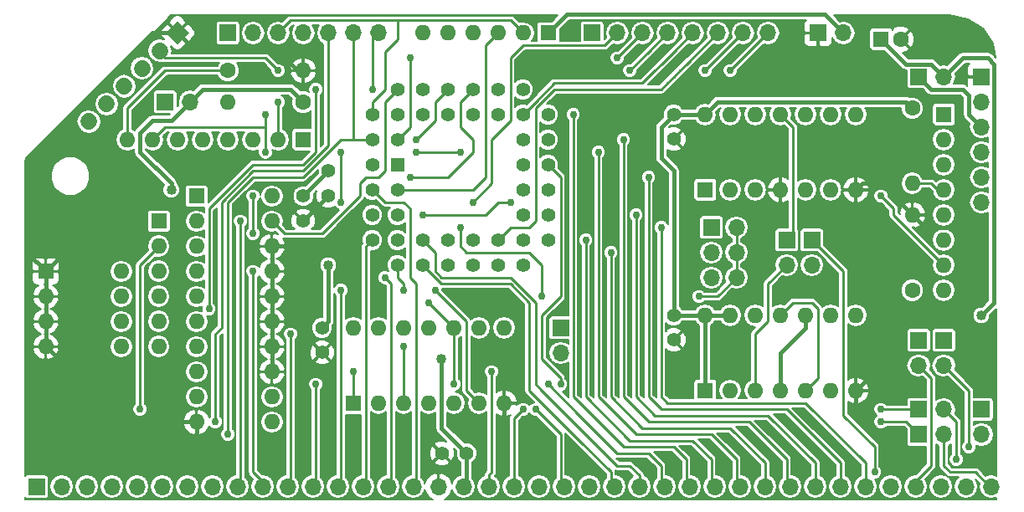
<source format=gtl>
G04 #@! TF.FileFunction,Copper,L1,Top,Signal*
%FSLAX46Y46*%
G04 Gerber Fmt 4.6, Leading zero omitted, Abs format (unit mm)*
G04 Created by KiCad (PCBNEW 4.0.5) date Tue Apr  7 08:39:51 2020*
%MOMM*%
%LPD*%
G01*
G04 APERTURE LIST*
%ADD10C,0.100000*%
%ADD11C,1.400000*%
%ADD12R,1.600000X1.600000*%
%ADD13C,1.600000*%
%ADD14R,1.700000X1.700000*%
%ADD15O,1.700000X1.700000*%
%ADD16C,1.700000*%
%ADD17O,1.600000X1.600000*%
%ADD18R,1.422400X1.422400*%
%ADD19C,1.422400*%
%ADD20C,1.016000*%
%ADD21C,0.762000*%
%ADD22C,0.457200*%
%ADD23C,0.254000*%
%ADD24C,0.127000*%
G04 APERTURE END LIST*
D10*
D11*
X154940000Y-119380000D03*
X154940000Y-121880000D03*
X117475000Y-107315000D03*
X117475000Y-109815000D03*
X120015000Y-104775000D03*
X120015000Y-107275000D03*
X119380000Y-120650000D03*
X119380000Y-123150000D03*
X154940000Y-99060000D03*
X154940000Y-101560000D03*
X133985000Y-133350000D03*
X131485000Y-133350000D03*
D12*
X175895000Y-91440000D03*
D13*
X177895000Y-91440000D03*
D14*
X158750000Y-110490000D03*
D15*
X161290000Y-110490000D03*
X158750000Y-113030000D03*
X161290000Y-113030000D03*
X158750000Y-115570000D03*
X161290000Y-115570000D03*
D14*
X103505000Y-97790000D03*
D15*
X106045000Y-97790000D03*
D14*
X179705000Y-95250000D03*
D15*
X182245000Y-95250000D03*
D14*
X166370000Y-111760000D03*
D15*
X166370000Y-114300000D03*
D14*
X168910000Y-111760000D03*
D15*
X168910000Y-114300000D03*
D14*
X179705000Y-128905000D03*
D15*
X182245000Y-128905000D03*
D14*
X179705000Y-131445000D03*
D15*
X182245000Y-131445000D03*
D14*
X143510000Y-120650000D03*
D15*
X143510000Y-123190000D03*
D14*
X179705000Y-121920000D03*
D15*
X179705000Y-124460000D03*
D14*
X182245000Y-121920000D03*
D15*
X182245000Y-124460000D03*
D14*
X90512900Y-136715500D03*
D15*
X93052900Y-136715500D03*
X95592900Y-136715500D03*
X98132900Y-136715500D03*
X100672900Y-136715500D03*
X103212900Y-136715500D03*
X105752900Y-136715500D03*
X108292900Y-136715500D03*
X110832900Y-136715500D03*
X113372900Y-136715500D03*
X115912900Y-136715500D03*
X118452900Y-136715500D03*
X120992900Y-136715500D03*
X123532900Y-136715500D03*
X126072900Y-136715500D03*
X128612900Y-136715500D03*
X131152900Y-136715500D03*
X133692900Y-136715500D03*
X136232900Y-136715500D03*
X138772900Y-136715500D03*
X141312900Y-136715500D03*
X143852900Y-136715500D03*
X146392900Y-136715500D03*
X148932900Y-136715500D03*
X151472900Y-136715500D03*
X154012900Y-136715500D03*
X156552900Y-136715500D03*
X159092900Y-136715500D03*
X161632900Y-136715500D03*
X164172900Y-136715500D03*
X166712900Y-136715500D03*
X169252900Y-136715500D03*
X171792900Y-136715500D03*
X174332900Y-136715500D03*
X176872900Y-136715500D03*
X179412900Y-136715500D03*
X181952900Y-136715500D03*
X184492900Y-136715500D03*
X187032900Y-136715500D03*
D10*
G36*
X103572918Y-90805000D02*
X104775000Y-89602918D01*
X105977082Y-90805000D01*
X104775000Y-92007082D01*
X103572918Y-90805000D01*
X103572918Y-90805000D01*
G37*
D16*
X102978949Y-92601051D02*
X102978949Y-92601051D01*
X101182898Y-94397102D02*
X101182898Y-94397102D01*
X99386846Y-96193154D02*
X99386846Y-96193154D01*
X97590795Y-97989205D02*
X97590795Y-97989205D01*
X95794744Y-99785256D02*
X95794744Y-99785256D01*
D14*
X186055000Y-95250000D03*
D15*
X186055000Y-97790000D03*
X186055000Y-100330000D03*
X186055000Y-102870000D03*
X186055000Y-105410000D03*
X186055000Y-107950000D03*
D14*
X146685000Y-90805000D03*
D15*
X149225000Y-90805000D03*
X151765000Y-90805000D03*
X154305000Y-90805000D03*
X156845000Y-90805000D03*
X159385000Y-90805000D03*
X161925000Y-90805000D03*
X164465000Y-90805000D03*
D14*
X109855000Y-90805000D03*
D15*
X112395000Y-90805000D03*
X114935000Y-90805000D03*
X117475000Y-90805000D03*
X120015000Y-90805000D03*
X122555000Y-90805000D03*
X125095000Y-90805000D03*
D14*
X169545000Y-90805000D03*
D15*
X172085000Y-90805000D03*
D14*
X186055000Y-128905000D03*
D15*
X186055000Y-131445000D03*
D13*
X117475000Y-97790000D03*
D17*
X109855000Y-97790000D03*
D13*
X179070000Y-98425000D03*
D17*
X179070000Y-106045000D03*
D13*
X109855000Y-94615000D03*
D17*
X117475000Y-94615000D03*
D13*
X179070000Y-116840000D03*
D17*
X179070000Y-109220000D03*
D12*
X102870000Y-109855000D03*
D17*
X102870000Y-112395000D03*
X102870000Y-114935000D03*
X102870000Y-117475000D03*
X102870000Y-120015000D03*
X102870000Y-122555000D03*
D12*
X117475000Y-101600000D03*
D17*
X114935000Y-101600000D03*
X112395000Y-101600000D03*
X109855000Y-101600000D03*
X107315000Y-101600000D03*
X104775000Y-101600000D03*
X102235000Y-101600000D03*
X99695000Y-101600000D03*
D12*
X182245000Y-99060000D03*
D17*
X182245000Y-101600000D03*
X182245000Y-104140000D03*
X182245000Y-106680000D03*
X182245000Y-109220000D03*
X182245000Y-111760000D03*
X182245000Y-114300000D03*
X182245000Y-116840000D03*
D12*
X142240000Y-90805000D03*
D17*
X139700000Y-90805000D03*
X137160000Y-90805000D03*
X134620000Y-90805000D03*
X132080000Y-90805000D03*
X129540000Y-90805000D03*
D12*
X91440000Y-114935000D03*
D17*
X99060000Y-122555000D03*
X91440000Y-117475000D03*
X99060000Y-120015000D03*
X91440000Y-120015000D03*
X99060000Y-117475000D03*
X91440000Y-122555000D03*
X99060000Y-114935000D03*
D12*
X158115000Y-127000000D03*
D17*
X173355000Y-119380000D03*
X160655000Y-127000000D03*
X170815000Y-119380000D03*
X163195000Y-127000000D03*
X168275000Y-119380000D03*
X165735000Y-127000000D03*
X165735000Y-119380000D03*
X168275000Y-127000000D03*
X163195000Y-119380000D03*
X170815000Y-127000000D03*
X160655000Y-119380000D03*
X173355000Y-127000000D03*
X158115000Y-119380000D03*
D12*
X106680000Y-107315000D03*
D17*
X114300000Y-130175000D03*
X106680000Y-109855000D03*
X114300000Y-127635000D03*
X106680000Y-112395000D03*
X114300000Y-125095000D03*
X106680000Y-114935000D03*
X114300000Y-122555000D03*
X106680000Y-117475000D03*
X114300000Y-120015000D03*
X106680000Y-120015000D03*
X114300000Y-117475000D03*
X106680000Y-122555000D03*
X114300000Y-114935000D03*
X106680000Y-125095000D03*
X114300000Y-112395000D03*
X106680000Y-127635000D03*
X114300000Y-109855000D03*
X106680000Y-130175000D03*
X114300000Y-107315000D03*
D18*
X127000000Y-104140000D03*
D19*
X127000000Y-106680000D03*
X127000000Y-109220000D03*
X127000000Y-101600000D03*
X127000000Y-99060000D03*
X124460000Y-106680000D03*
X124460000Y-109220000D03*
X124460000Y-111760000D03*
X124460000Y-104140000D03*
X124460000Y-101600000D03*
X127000000Y-111760000D03*
X129540000Y-111760000D03*
X132080000Y-111760000D03*
X134620000Y-111760000D03*
X137160000Y-111760000D03*
X127000000Y-114300000D03*
X129540000Y-114300000D03*
X132080000Y-114300000D03*
X134620000Y-114300000D03*
X137160000Y-114300000D03*
X139700000Y-114300000D03*
X139700000Y-111760000D03*
X139700000Y-109220000D03*
X139700000Y-106680000D03*
X139700000Y-104140000D03*
X139700000Y-101600000D03*
X139700000Y-96520000D03*
X142240000Y-111760000D03*
X142240000Y-109220000D03*
X142240000Y-106680000D03*
X142240000Y-104140000D03*
X142240000Y-101600000D03*
X142240000Y-99060000D03*
X139700000Y-99060000D03*
X137160000Y-99060000D03*
X134620000Y-99060000D03*
X132080000Y-99060000D03*
X129540000Y-99060000D03*
X124460000Y-99060000D03*
X137160000Y-96520000D03*
X134620000Y-96520000D03*
X132080000Y-96520000D03*
X129540000Y-96520000D03*
X127000000Y-96520000D03*
D12*
X122555000Y-128270000D03*
D17*
X137795000Y-120650000D03*
X125095000Y-128270000D03*
X135255000Y-120650000D03*
X127635000Y-128270000D03*
X132715000Y-120650000D03*
X130175000Y-128270000D03*
X130175000Y-120650000D03*
X132715000Y-128270000D03*
X127635000Y-120650000D03*
X135255000Y-128270000D03*
X125095000Y-120650000D03*
X137795000Y-128270000D03*
X122555000Y-120650000D03*
D12*
X158115000Y-106680000D03*
D17*
X173355000Y-99060000D03*
X160655000Y-106680000D03*
X170815000Y-99060000D03*
X163195000Y-106680000D03*
X168275000Y-99060000D03*
X165735000Y-106680000D03*
X165735000Y-99060000D03*
X168275000Y-106680000D03*
X163195000Y-99060000D03*
X170815000Y-106680000D03*
X160655000Y-99060000D03*
X173355000Y-106680000D03*
X158115000Y-99060000D03*
D20*
X131445000Y-123825000D03*
X120015000Y-114300000D03*
X104140000Y-106680000D03*
X186055000Y-119380000D03*
X118110000Y-112395000D03*
X176530000Y-133350000D03*
X137795000Y-134620000D03*
X186055000Y-110490000D03*
X106680000Y-134620000D03*
X104775000Y-108585000D03*
D21*
X141605000Y-117475000D03*
X133350000Y-110490000D03*
X157480000Y-117475000D03*
X175260000Y-135255000D03*
X108585000Y-130175000D03*
X175895000Y-128905000D03*
X128270000Y-93345000D03*
X183515000Y-133985000D03*
X109855000Y-131445000D03*
X175895000Y-130175000D03*
X118745000Y-96520000D03*
X107950000Y-118745000D03*
X124460000Y-96520000D03*
X184785000Y-132715000D03*
X111125000Y-109855000D03*
X112395000Y-114935000D03*
X116205000Y-121285000D03*
X118745000Y-126365000D03*
X121285000Y-116840000D03*
X127635000Y-116840000D03*
X125730000Y-115570000D03*
X136525000Y-125095000D03*
X122555000Y-125095000D03*
X139700000Y-128905000D03*
X140970000Y-128905000D03*
X143510000Y-126365000D03*
X112395000Y-107315000D03*
X112395000Y-111125000D03*
X142240000Y-126365000D03*
X132715000Y-126365000D03*
X130175000Y-118110000D03*
X144780000Y-99060000D03*
X146050000Y-111760000D03*
X147320000Y-102870000D03*
X148590000Y-113030000D03*
X149860000Y-101600000D03*
X151130000Y-109220000D03*
X152400000Y-105410000D03*
X153670000Y-110490000D03*
X114935000Y-94615000D03*
X114935000Y-97790000D03*
X133350000Y-102870000D03*
X128905000Y-102870000D03*
X134620000Y-107950000D03*
X149225000Y-93345000D03*
X150495000Y-94615000D03*
X158115000Y-94615000D03*
X160655000Y-94615000D03*
X121285000Y-107950000D03*
X113665000Y-102870000D03*
X121285000Y-102870000D03*
X113665000Y-99060000D03*
X129540000Y-109220000D03*
X138430000Y-107950000D03*
X175895000Y-107315000D03*
X100965000Y-128905000D03*
X128905000Y-101600000D03*
X128270000Y-105410000D03*
X130810000Y-116840000D03*
X127635000Y-122555000D03*
D22*
X154940000Y-99060000D02*
X158115000Y-99060000D01*
X154940000Y-119380000D02*
X154940000Y-104775000D01*
X153670000Y-100330000D02*
X154940000Y-99060000D01*
X153670000Y-103505000D02*
X153670000Y-100330000D01*
X154940000Y-104775000D02*
X153670000Y-103505000D01*
X158115000Y-119380000D02*
X154940000Y-119380000D01*
X158115000Y-119380000D02*
X160655000Y-119380000D01*
X165735000Y-123190000D02*
X168275000Y-120650000D01*
X168275000Y-119380000D02*
X168275000Y-120650000D01*
X165735000Y-127000000D02*
X165735000Y-123190000D01*
X133985000Y-133350000D02*
X131445000Y-130810000D01*
X131445000Y-130810000D02*
X131445000Y-123825000D01*
X120015000Y-120015000D02*
X119380000Y-120650000D01*
X120015000Y-114300000D02*
X120015000Y-120015000D01*
X106045000Y-97790000D02*
X104140000Y-99695000D01*
X104140000Y-106045000D02*
X104140000Y-106680000D01*
X100965000Y-102870000D02*
X104140000Y-106045000D01*
X100965000Y-100965000D02*
X100965000Y-102870000D01*
X102235000Y-99695000D02*
X100965000Y-100965000D01*
X104140000Y-99695000D02*
X102235000Y-99695000D01*
X187325000Y-114935000D02*
X187325000Y-118110000D01*
X187325000Y-118110000D02*
X186055000Y-119380000D01*
X182245000Y-95250000D02*
X184150000Y-93345000D01*
X187325000Y-93980000D02*
X187325000Y-114935000D01*
X186690000Y-93345000D02*
X187325000Y-93980000D01*
X184150000Y-93345000D02*
X186690000Y-93345000D01*
X182245000Y-95250000D02*
X180975000Y-93980000D01*
X178435000Y-93980000D02*
X175895000Y-91440000D01*
X180975000Y-93980000D02*
X178435000Y-93980000D01*
X172085000Y-90805000D02*
X170180000Y-88900000D01*
X170180000Y-88900000D02*
X144145000Y-88900000D01*
X144145000Y-88900000D02*
X142240000Y-90805000D01*
X158115000Y-99060000D02*
X159385000Y-97790000D01*
X159385000Y-97790000D02*
X178435000Y-97790000D01*
X178435000Y-97790000D02*
X179070000Y-98425000D01*
X117475000Y-107315000D02*
X120015000Y-104775000D01*
X158115000Y-119380000D02*
X158115000Y-123190000D01*
X158115000Y-123190000D02*
X158115000Y-127000000D01*
X106045000Y-97790000D02*
X107315000Y-96520000D01*
X116205000Y-96520000D02*
X117475000Y-97790000D01*
X107315000Y-96520000D02*
X116205000Y-96520000D01*
X133985000Y-133350000D02*
X133985000Y-136423400D01*
X133985000Y-136423400D02*
X133692900Y-136715500D01*
X118110000Y-112395000D02*
X114300000Y-112395000D01*
X173355000Y-127000000D02*
X173355000Y-129540000D01*
X173355000Y-129540000D02*
X176530000Y-132715000D01*
X176530000Y-132715000D02*
X176530000Y-133350000D01*
X137795000Y-134620000D02*
X137795000Y-128270000D01*
X186055000Y-110490000D02*
X186055000Y-117475000D01*
X176530000Y-123825000D02*
X173355000Y-127000000D01*
X176530000Y-121285000D02*
X176530000Y-123825000D01*
X178435000Y-119380000D02*
X176530000Y-121285000D01*
X184150000Y-119380000D02*
X178435000Y-119380000D01*
X186055000Y-117475000D02*
X184150000Y-119380000D01*
X106680000Y-134620000D02*
X106680000Y-132715000D01*
X106680000Y-132715000D02*
X106680000Y-130175000D01*
X131485000Y-133350000D02*
X131485000Y-133310000D01*
X104775000Y-90805000D02*
X102235000Y-90805000D01*
X89535000Y-113030000D02*
X91440000Y-114935000D01*
X89535000Y-103505000D02*
X89535000Y-113030000D01*
X102235000Y-90805000D02*
X89535000Y-103505000D01*
X117475000Y-94615000D02*
X116840000Y-94615000D01*
X116840000Y-94615000D02*
X114935000Y-92710000D01*
X114935000Y-92710000D02*
X106680000Y-92710000D01*
X106680000Y-92710000D02*
X104775000Y-90805000D01*
X179070000Y-109220000D02*
X180340000Y-110490000D01*
X180340000Y-110490000D02*
X186055000Y-110490000D01*
X179070000Y-109220000D02*
X175895000Y-106045000D01*
X173990000Y-106045000D02*
X173355000Y-106680000D01*
X175895000Y-106045000D02*
X173990000Y-106045000D01*
X106680000Y-130175000D02*
X99060000Y-130175000D01*
X99060000Y-130175000D02*
X91440000Y-122555000D01*
X104775000Y-108585000D02*
X97790000Y-108585000D01*
X97790000Y-108585000D02*
X91440000Y-114935000D01*
X117475000Y-109815000D02*
X120015000Y-107275000D01*
X114300000Y-122555000D02*
X114300000Y-125095000D01*
X114300000Y-120015000D02*
X114300000Y-122555000D01*
X114300000Y-117475000D02*
X114300000Y-120015000D01*
X114300000Y-114935000D02*
X114300000Y-117475000D01*
X114300000Y-112395000D02*
X114300000Y-114935000D01*
X91440000Y-120015000D02*
X91440000Y-122555000D01*
X91440000Y-117475000D02*
X91440000Y-120015000D01*
X91440000Y-114935000D02*
X91440000Y-117475000D01*
X131485000Y-136383400D02*
X131152900Y-136715500D01*
D23*
X164465000Y-116205000D02*
X166370000Y-114300000D01*
X164465000Y-116205000D02*
X164465000Y-120015000D01*
X163195000Y-121285000D02*
X163195000Y-127000000D01*
X164465000Y-120015000D02*
X163195000Y-121285000D01*
X157480000Y-117475000D02*
X159385000Y-117475000D01*
X159385000Y-117475000D02*
X161290000Y-115570000D01*
X141605000Y-117475000D02*
X141605000Y-114300000D01*
X141605000Y-114300000D02*
X140335000Y-113030000D01*
X140335000Y-113030000D02*
X133985000Y-113030000D01*
X133985000Y-113030000D02*
X133350000Y-112395000D01*
X133350000Y-112395000D02*
X133350000Y-110490000D01*
X161290000Y-116205000D02*
X161290000Y-115570000D01*
X161290000Y-113030000D02*
X161290000Y-110490000D01*
X161290000Y-115570000D02*
X161290000Y-113030000D01*
X168275000Y-127000000D02*
X169545000Y-125730000D01*
X167005000Y-118110000D02*
X165735000Y-119380000D01*
X168910000Y-118110000D02*
X167005000Y-118110000D01*
X169545000Y-118745000D02*
X168910000Y-118110000D01*
X169545000Y-125730000D02*
X169545000Y-118745000D01*
D22*
X179705000Y-95250000D02*
X180975000Y-96520000D01*
X184785000Y-99060000D02*
X186055000Y-100330000D01*
X184785000Y-97155000D02*
X184785000Y-99060000D01*
X184150000Y-96520000D02*
X184785000Y-97155000D01*
X180975000Y-96520000D02*
X184150000Y-96520000D01*
D23*
X167005000Y-109855000D02*
X167005000Y-111125000D01*
X167005000Y-111125000D02*
X166370000Y-111760000D01*
X167005000Y-100330000D02*
X165735000Y-99060000D01*
X167005000Y-109855000D02*
X167005000Y-100330000D01*
X168910000Y-111760000D02*
X172085000Y-114935000D01*
X175260000Y-132715000D02*
X175260000Y-135255000D01*
X172085000Y-129540000D02*
X175260000Y-132715000D01*
X172085000Y-114935000D02*
X172085000Y-129540000D01*
X141312900Y-136182100D02*
X141312900Y-136715500D01*
X108585000Y-121285000D02*
X109220000Y-120650000D01*
X108585000Y-121285000D02*
X108585000Y-130175000D01*
X120015000Y-102235000D02*
X120015000Y-101600000D01*
X117475000Y-104775000D02*
X120015000Y-102235000D01*
X112395000Y-104775000D02*
X109220000Y-107950000D01*
X120015000Y-90805000D02*
X120015000Y-101600000D01*
X116840000Y-104775000D02*
X112395000Y-104775000D01*
X116840000Y-104775000D02*
X117475000Y-104775000D01*
X109220000Y-120650000D02*
X109220000Y-107950000D01*
X175895000Y-128905000D02*
X179705000Y-128905000D01*
X127000000Y-101600000D02*
X128270000Y-100330000D01*
X128270000Y-100330000D02*
X128270000Y-93345000D01*
X183515000Y-130175000D02*
X182245000Y-128905000D01*
X183515000Y-133985000D02*
X183515000Y-130175000D01*
X184492900Y-136232900D02*
X184492900Y-136715500D01*
X116840000Y-105410000D02*
X117475000Y-105410000D01*
X109855000Y-128905000D02*
X109855000Y-130810000D01*
X122555000Y-101600000D02*
X121285000Y-101600000D01*
X109855000Y-107950000D02*
X109855000Y-128905000D01*
X116840000Y-105410000D02*
X112395000Y-105410000D01*
X109855000Y-130810000D02*
X109855000Y-131445000D01*
X112395000Y-105410000D02*
X109855000Y-107950000D01*
X117475000Y-105410000D02*
X121285000Y-101600000D01*
X178435000Y-130175000D02*
X179705000Y-131445000D01*
X175895000Y-130175000D02*
X178435000Y-130175000D01*
X124460000Y-101600000D02*
X122555000Y-101600000D01*
X122555000Y-101600000D02*
X122555000Y-99695000D01*
X122555000Y-99695000D02*
X122555000Y-90805000D01*
X182245000Y-131445000D02*
X182245000Y-134620000D01*
X185420000Y-135255000D02*
X186880500Y-136715500D01*
X182880000Y-135255000D02*
X185420000Y-135255000D01*
X182245000Y-134620000D02*
X182880000Y-135255000D01*
X186880500Y-136715500D02*
X187032900Y-136715500D01*
X186880500Y-136715500D02*
X187032900Y-136715500D01*
X118745000Y-96520000D02*
X118757170Y-96532170D01*
X118757170Y-96532170D02*
X118757170Y-102857830D01*
X118757170Y-102857830D02*
X117475000Y-104140000D01*
X117475000Y-104140000D02*
X112395000Y-104140000D01*
X112395000Y-104140000D02*
X107950000Y-108585000D01*
X107950000Y-108585000D02*
X107950000Y-118745000D01*
X124460000Y-91440000D02*
X125095000Y-90805000D01*
X124460000Y-96520000D02*
X124460000Y-91440000D01*
X179705000Y-124460000D02*
X180975000Y-125730000D01*
X180975000Y-134620000D02*
X179412900Y-136182100D01*
X180975000Y-125730000D02*
X180975000Y-134620000D01*
X179412900Y-136182100D02*
X179412900Y-136715500D01*
X184785000Y-127000000D02*
X182245000Y-124460000D01*
X184785000Y-127000000D02*
X184785000Y-132715000D01*
X176974500Y-136715500D02*
X176872900Y-136715500D01*
X111125000Y-135890000D02*
X110832900Y-136182100D01*
X111125000Y-109855000D02*
X111125000Y-135890000D01*
X110832900Y-136182100D02*
X110832900Y-136715500D01*
X110832900Y-136232900D02*
X110832900Y-136715500D01*
X112395000Y-135255000D02*
X113372900Y-136232900D01*
X112395000Y-114935000D02*
X112395000Y-135255000D01*
X113372900Y-136232900D02*
X113372900Y-136715500D01*
X116205000Y-135890000D02*
X115912900Y-136182100D01*
X116205000Y-121285000D02*
X116205000Y-135890000D01*
X115912900Y-136182100D02*
X115912900Y-136715500D01*
X118745000Y-135890000D02*
X118452900Y-136182100D01*
X118745000Y-126365000D02*
X118745000Y-135890000D01*
X118452900Y-136182100D02*
X118452900Y-136715500D01*
X127000000Y-114300000D02*
X127000000Y-115570000D01*
X121285000Y-135890000D02*
X120992900Y-136182100D01*
X121285000Y-116840000D02*
X121285000Y-135890000D01*
X127635000Y-116205000D02*
X127635000Y-116840000D01*
X127000000Y-115570000D02*
X127635000Y-116205000D01*
X120992900Y-136182100D02*
X120992900Y-136715500D01*
X124460000Y-111760000D02*
X123825000Y-112395000D01*
X123825000Y-135890000D02*
X123532900Y-136182100D01*
X123825000Y-112395000D02*
X123825000Y-135890000D01*
X123532900Y-136182100D02*
X123532900Y-136715500D01*
X125730000Y-115570000D02*
X126365000Y-116205000D01*
X126365000Y-116205000D02*
X126365000Y-135890000D01*
X126365000Y-135890000D02*
X126072900Y-136182100D01*
X126072900Y-136182100D02*
X126072900Y-136715500D01*
X128270000Y-111125000D02*
X128270000Y-108585000D01*
X127635000Y-107950000D02*
X125730000Y-107950000D01*
X128270000Y-108585000D02*
X127635000Y-107950000D01*
X128270000Y-113665000D02*
X128270000Y-111125000D01*
X124460000Y-106680000D02*
X125730000Y-107950000D01*
X128905000Y-135890000D02*
X128612900Y-136182100D01*
X128905000Y-135255000D02*
X128905000Y-135890000D01*
X128905000Y-116205000D02*
X128905000Y-135255000D01*
X128270000Y-115570000D02*
X128905000Y-116205000D01*
X128270000Y-113665000D02*
X128270000Y-115570000D01*
X128612900Y-136182100D02*
X128612900Y-136715500D01*
X122555000Y-128270000D02*
X122555000Y-125095000D01*
X136232900Y-135547100D02*
X136232900Y-136715500D01*
X136525000Y-135255000D02*
X136232900Y-135547100D01*
X136525000Y-125095000D02*
X136525000Y-135255000D01*
X138772900Y-136715500D02*
X138772900Y-129832100D01*
X138772900Y-129832100D02*
X139700000Y-128905000D01*
X138430000Y-136372600D02*
X138772900Y-136715500D01*
X140970000Y-128905000D02*
X143510000Y-131445000D01*
X143510000Y-133350000D02*
X143510000Y-136372600D01*
X143510000Y-133350000D02*
X143510000Y-131445000D01*
X143510000Y-136372600D02*
X143852900Y-136715500D01*
X143510000Y-125730000D02*
X143510000Y-126365000D01*
X141605000Y-123825000D02*
X141605000Y-123190000D01*
X143510000Y-125730000D02*
X141605000Y-123825000D01*
X143510000Y-105410000D02*
X143510000Y-117475000D01*
X142240000Y-104140000D02*
X143510000Y-105410000D01*
X143510000Y-117475000D02*
X141605000Y-119380000D01*
X141605000Y-123190000D02*
X141605000Y-119380000D01*
X145415000Y-132080000D02*
X140335000Y-127000000D01*
X148590000Y-136372600D02*
X148590000Y-135255000D01*
X148590000Y-135255000D02*
X145415000Y-132080000D01*
X131445000Y-116205000D02*
X129540000Y-114300000D01*
X138430000Y-116205000D02*
X131445000Y-116205000D01*
X140335000Y-118110000D02*
X138430000Y-116205000D01*
X140335000Y-127000000D02*
X140335000Y-118110000D01*
X148590000Y-136372600D02*
X148932900Y-136715500D01*
X148932900Y-136715500D02*
X148780500Y-136715500D01*
X148590000Y-136372600D02*
X148932900Y-136715500D01*
X145415000Y-130810000D02*
X141605000Y-127000000D01*
X151472900Y-136715500D02*
X151472900Y-135597900D01*
X150495000Y-134620000D02*
X151472900Y-135597900D01*
X149225000Y-134620000D02*
X150495000Y-134620000D01*
X149225000Y-134620000D02*
X145415000Y-130810000D01*
X141605000Y-127000000D02*
X140970000Y-126365000D01*
X130810000Y-113030000D02*
X129540000Y-111760000D01*
X130810000Y-114935000D02*
X130810000Y-113030000D01*
X131445000Y-115570000D02*
X130810000Y-114935000D01*
X138430000Y-115570000D02*
X131445000Y-115570000D01*
X140970000Y-118110000D02*
X138430000Y-115570000D01*
X140970000Y-126365000D02*
X140970000Y-118110000D01*
X112395000Y-107315000D02*
X112395000Y-109220000D01*
X112395000Y-109220000D02*
X112395000Y-111125000D01*
X145415000Y-129540000D02*
X142240000Y-126365000D01*
X153670000Y-136372600D02*
X153670000Y-134620000D01*
X152400000Y-133350000D02*
X153670000Y-134620000D01*
X150495000Y-133350000D02*
X152400000Y-133350000D01*
X149225000Y-133350000D02*
X150495000Y-133350000D01*
X149225000Y-133350000D02*
X145415000Y-129540000D01*
X153670000Y-136372600D02*
X154012900Y-136715500D01*
X132715000Y-125095000D02*
X132715000Y-120650000D01*
X132715000Y-126365000D02*
X132715000Y-125095000D01*
X130175000Y-118110000D02*
X132715000Y-120650000D01*
X144780000Y-127000000D02*
X144780000Y-127635000D01*
X144780000Y-127635000D02*
X149860000Y-132715000D01*
X156210000Y-133985000D02*
X156210000Y-136372600D01*
X154940000Y-132715000D02*
X156210000Y-133985000D01*
X149860000Y-132715000D02*
X154940000Y-132715000D01*
X156210000Y-136372600D02*
X156552900Y-136715500D01*
X144780000Y-99060000D02*
X144780000Y-127000000D01*
X146050000Y-127000000D02*
X146050000Y-127635000D01*
X146050000Y-127635000D02*
X150495000Y-132080000D01*
X158750000Y-133985000D02*
X158750000Y-136372600D01*
X156845000Y-132080000D02*
X158750000Y-133985000D01*
X150495000Y-132080000D02*
X156845000Y-132080000D01*
X158750000Y-136372600D02*
X159092900Y-136715500D01*
X146050000Y-111760000D02*
X146050000Y-127000000D01*
X147320000Y-127000000D02*
X147320000Y-127635000D01*
X147320000Y-127635000D02*
X151130000Y-131445000D01*
X161290000Y-133985000D02*
X161290000Y-136372600D01*
X158750000Y-131445000D02*
X161290000Y-133985000D01*
X151130000Y-131445000D02*
X158750000Y-131445000D01*
X161290000Y-136372600D02*
X161632900Y-136715500D01*
X147320000Y-102870000D02*
X147320000Y-127000000D01*
X148590000Y-127000000D02*
X148590000Y-127635000D01*
X148590000Y-127635000D02*
X151765000Y-130810000D01*
X164172900Y-134327900D02*
X164172900Y-136715500D01*
X160655000Y-130810000D02*
X164172900Y-134327900D01*
X151765000Y-130810000D02*
X160655000Y-130810000D01*
X148590000Y-113030000D02*
X148590000Y-127000000D01*
X149860000Y-127000000D02*
X149860000Y-127635000D01*
X149860000Y-127635000D02*
X152400000Y-130175000D01*
X166370000Y-133985000D02*
X166370000Y-136372600D01*
X162560000Y-130175000D02*
X166370000Y-133985000D01*
X152400000Y-130175000D02*
X162560000Y-130175000D01*
X166370000Y-136372600D02*
X166712900Y-136715500D01*
X149860000Y-101600000D02*
X149860000Y-127000000D01*
X151130000Y-127000000D02*
X151130000Y-127635000D01*
X151130000Y-127635000D02*
X153035000Y-129540000D01*
X169252900Y-134327900D02*
X169252900Y-136715500D01*
X164465000Y-129540000D02*
X169252900Y-134327900D01*
X153035000Y-129540000D02*
X164465000Y-129540000D01*
X151130000Y-127000000D02*
X151130000Y-109220000D01*
X152400000Y-127000000D02*
X152400000Y-127635000D01*
X152400000Y-127635000D02*
X153670000Y-128905000D01*
X171792900Y-134327900D02*
X171792900Y-136715500D01*
X166370000Y-128905000D02*
X171792900Y-134327900D01*
X153670000Y-128905000D02*
X166370000Y-128905000D01*
X152400000Y-127000000D02*
X152400000Y-105410000D01*
X171792900Y-136232900D02*
X171792900Y-136715500D01*
X153670000Y-127000000D02*
X153670000Y-127635000D01*
X153670000Y-127635000D02*
X154305000Y-128270000D01*
X174332900Y-134327900D02*
X174332900Y-136715500D01*
X168275000Y-128270000D02*
X174332900Y-134327900D01*
X154305000Y-128270000D02*
X168275000Y-128270000D01*
X153670000Y-127000000D02*
X153670000Y-110490000D01*
X174332900Y-136232900D02*
X174332900Y-136715500D01*
X114935000Y-98425000D02*
X114935000Y-97790000D01*
X103505000Y-93345000D02*
X102978949Y-92818949D01*
X113665000Y-93345000D02*
X103505000Y-93345000D01*
X114935000Y-94615000D02*
X113665000Y-93345000D01*
X102978949Y-92818949D02*
X102978949Y-92601051D01*
X114935000Y-101600000D02*
X114935000Y-98425000D01*
X99695000Y-101600000D02*
X99695000Y-98425000D01*
X103505000Y-94615000D02*
X109855000Y-94615000D01*
X99695000Y-98425000D02*
X103505000Y-94615000D01*
X182245000Y-106680000D02*
X181610000Y-106680000D01*
X181610000Y-106680000D02*
X180975000Y-106045000D01*
X180975000Y-106045000D02*
X179070000Y-106045000D01*
X131445000Y-102870000D02*
X133350000Y-102870000D01*
X128905000Y-102870000D02*
X131445000Y-102870000D01*
X136525000Y-106045000D02*
X136525000Y-105410000D01*
X134620000Y-107950000D02*
X136525000Y-106045000D01*
X136525000Y-105410000D02*
X136525000Y-101600000D01*
X138430000Y-99695000D02*
X138430000Y-93345000D01*
X138430000Y-93345000D02*
X139700000Y-92075000D01*
X139700000Y-92075000D02*
X147955000Y-92075000D01*
X147955000Y-92075000D02*
X149225000Y-90805000D01*
X136525000Y-101600000D02*
X138430000Y-99695000D01*
X149225000Y-93345000D02*
X151765000Y-90805000D01*
X152400000Y-92710000D02*
X150495000Y-94615000D01*
X154305000Y-90805000D02*
X152400000Y-92710000D01*
X142875000Y-95885000D02*
X151765000Y-95885000D01*
X151765000Y-95885000D02*
X153035000Y-94615000D01*
X140970000Y-97790000D02*
X142875000Y-95885000D01*
X153035000Y-94615000D02*
X153670000Y-93980000D01*
X154940000Y-92710000D02*
X153670000Y-93980000D01*
X153670000Y-93980000D02*
X153035000Y-94615000D01*
X139700000Y-99060000D02*
X140970000Y-97790000D01*
X154940000Y-92710000D02*
X156845000Y-90805000D01*
X137160000Y-111760000D02*
X138430000Y-110490000D01*
X140970000Y-109855000D02*
X140970000Y-104775000D01*
X140335000Y-110490000D02*
X140970000Y-109855000D01*
X138430000Y-110490000D02*
X140335000Y-110490000D01*
X142875000Y-96520000D02*
X153670000Y-96520000D01*
X140970000Y-104775000D02*
X140970000Y-98425000D01*
X140970000Y-98425000D02*
X141605000Y-97790000D01*
X142875000Y-96520000D02*
X141605000Y-97790000D01*
X153670000Y-96520000D02*
X154305000Y-95885000D01*
X154305000Y-95885000D02*
X154940000Y-95250000D01*
X155575000Y-94615000D02*
X154940000Y-95250000D01*
X154940000Y-95250000D02*
X154305000Y-95885000D01*
X156210000Y-93980000D02*
X155575000Y-94615000D01*
X156210000Y-93980000D02*
X159385000Y-90805000D01*
X158115000Y-94615000D02*
X161925000Y-90805000D01*
X160655000Y-94615000D02*
X164465000Y-90805000D01*
X102235000Y-101600000D02*
X103505000Y-100330000D01*
X103505000Y-100330000D02*
X113665000Y-100330000D01*
X113665000Y-102235000D02*
X113665000Y-102870000D01*
X121285000Y-107950000D02*
X121285000Y-106680000D01*
X121285000Y-106680000D02*
X121285000Y-104775000D01*
X113665000Y-102235000D02*
X113665000Y-100330000D01*
X121285000Y-102870000D02*
X121285000Y-104775000D01*
X113665000Y-100330000D02*
X113665000Y-99060000D01*
X182245000Y-114300000D02*
X177165000Y-109220000D01*
X175895000Y-107315000D02*
X177165000Y-108585000D01*
X129540000Y-109220000D02*
X135890000Y-109220000D01*
X135890000Y-109220000D02*
X137160000Y-107950000D01*
X137160000Y-107950000D02*
X138430000Y-107950000D01*
X177165000Y-108585000D02*
X177165000Y-109220000D01*
X124460000Y-99060000D02*
X124460000Y-97790000D01*
X127000000Y-91440000D02*
X127000000Y-89535000D01*
X125730000Y-92710000D02*
X127000000Y-91440000D01*
X125730000Y-96520000D02*
X125730000Y-92710000D01*
X124460000Y-97790000D02*
X125730000Y-96520000D01*
X114935000Y-90805000D02*
X116205000Y-89535000D01*
X138430000Y-89535000D02*
X139700000Y-90805000D01*
X116205000Y-89535000D02*
X127000000Y-89535000D01*
X127000000Y-89535000D02*
X138430000Y-89535000D01*
X127000000Y-106680000D02*
X134620000Y-106680000D01*
X135890000Y-92075000D02*
X137160000Y-90805000D01*
X135890000Y-105410000D02*
X135890000Y-92075000D01*
X134620000Y-106680000D02*
X135890000Y-105410000D01*
X100965000Y-127000000D02*
X100965000Y-128905000D01*
X102870000Y-112395000D02*
X100965000Y-114300000D01*
X100965000Y-114300000D02*
X100965000Y-127000000D01*
X130810000Y-97790000D02*
X132080000Y-96520000D01*
X130810000Y-99695000D02*
X130810000Y-97790000D01*
X128905000Y-101600000D02*
X130810000Y-99695000D01*
X133350000Y-100330000D02*
X134620000Y-101600000D01*
X133350000Y-104140000D02*
X132080000Y-105410000D01*
X132080000Y-105410000D02*
X128270000Y-105410000D01*
X134620000Y-102870000D02*
X134620000Y-101600000D01*
X133350000Y-104140000D02*
X134620000Y-102870000D01*
X134620000Y-96520000D02*
X133350000Y-97790000D01*
X133350000Y-97790000D02*
X133350000Y-100330000D01*
X125730000Y-104140000D02*
X125730000Y-104775000D01*
X115570000Y-111125000D02*
X114300000Y-109855000D01*
X119380000Y-111125000D02*
X115570000Y-111125000D01*
X123190000Y-107315000D02*
X119380000Y-111125000D01*
X123190000Y-106045000D02*
X123190000Y-107315000D01*
X123825000Y-105410000D02*
X123190000Y-106045000D01*
X125095000Y-105410000D02*
X123825000Y-105410000D01*
X125730000Y-104775000D02*
X125095000Y-105410000D01*
X125730000Y-97790000D02*
X127000000Y-96520000D01*
X125730000Y-104140000D02*
X125730000Y-97790000D01*
X135255000Y-128270000D02*
X133985000Y-127000000D01*
X133985000Y-120015000D02*
X130810000Y-116840000D01*
X133985000Y-127000000D02*
X133985000Y-120015000D01*
X127635000Y-127000000D02*
X127635000Y-122555000D01*
X127635000Y-128270000D02*
X127635000Y-127000000D01*
D24*
G36*
X142571371Y-89629485D02*
X141440000Y-89629485D01*
X141303516Y-89655166D01*
X141178164Y-89735828D01*
X141094070Y-89858904D01*
X141064485Y-90005000D01*
X141064485Y-91579700D01*
X140583354Y-91579700D01*
X140802256Y-91252089D01*
X140891188Y-90805000D01*
X140802256Y-90357911D01*
X140549001Y-89978887D01*
X140169977Y-89725632D01*
X139722888Y-89636700D01*
X139677112Y-89636700D01*
X139305983Y-89710523D01*
X138780230Y-89184770D01*
X138619544Y-89077402D01*
X138430000Y-89039700D01*
X116205000Y-89039700D01*
X116015456Y-89077402D01*
X115854770Y-89184770D01*
X115386832Y-89652708D01*
X114935000Y-89562832D01*
X114468777Y-89655570D01*
X114073532Y-89919664D01*
X113809438Y-90314909D01*
X113716700Y-90781132D01*
X113716700Y-90828868D01*
X113809438Y-91295091D01*
X114073532Y-91690336D01*
X114468777Y-91954430D01*
X114935000Y-92047168D01*
X115401223Y-91954430D01*
X115796468Y-91690336D01*
X116060562Y-91295091D01*
X116153300Y-90828868D01*
X116153300Y-90781132D01*
X116071344Y-90369116D01*
X116410160Y-90030300D01*
X116539607Y-90030300D01*
X116349438Y-90314909D01*
X116256700Y-90781132D01*
X116256700Y-90828868D01*
X116349438Y-91295091D01*
X116613532Y-91690336D01*
X117008777Y-91954430D01*
X117475000Y-92047168D01*
X117941223Y-91954430D01*
X118336468Y-91690336D01*
X118600562Y-91295091D01*
X118693300Y-90828868D01*
X118693300Y-90781132D01*
X118600562Y-90314909D01*
X118410393Y-90030300D01*
X119079607Y-90030300D01*
X118889438Y-90314909D01*
X118796700Y-90781132D01*
X118796700Y-90828868D01*
X118889438Y-91295091D01*
X119153532Y-91690336D01*
X119519700Y-91935001D01*
X119519700Y-102029840D01*
X119252470Y-102297070D01*
X119252470Y-97072162D01*
X119379856Y-96944999D01*
X119494170Y-96669699D01*
X119494430Y-96371609D01*
X119380596Y-96096110D01*
X119169999Y-95885144D01*
X118894699Y-95770830D01*
X118596609Y-95770570D01*
X118321110Y-95884404D01*
X118110144Y-96095001D01*
X117995830Y-96370301D01*
X117995570Y-96668391D01*
X118031856Y-96756211D01*
X117708409Y-96621904D01*
X117243630Y-96621498D01*
X117177830Y-96648686D01*
X116627072Y-96097928D01*
X116433424Y-95968536D01*
X116205000Y-95923100D01*
X107315000Y-95923100D01*
X107086576Y-95968536D01*
X106892928Y-96097928D01*
X106376987Y-96613869D01*
X106045000Y-96547832D01*
X105578777Y-96640570D01*
X105183532Y-96904664D01*
X104919438Y-97299909D01*
X104826700Y-97766132D01*
X104826700Y-97813868D01*
X104884817Y-98106039D01*
X104730515Y-98260341D01*
X104730515Y-96940000D01*
X104704834Y-96803516D01*
X104624172Y-96678164D01*
X104501096Y-96594070D01*
X104355000Y-96564485D01*
X102655000Y-96564485D01*
X102518516Y-96590166D01*
X102393164Y-96670828D01*
X102309070Y-96793904D01*
X102279485Y-96940000D01*
X102279485Y-98640000D01*
X102305166Y-98776484D01*
X102385828Y-98901836D01*
X102508904Y-98985930D01*
X102655000Y-99015515D01*
X103975341Y-99015515D01*
X103892756Y-99098100D01*
X102235000Y-99098100D01*
X102006576Y-99143536D01*
X101812928Y-99272928D01*
X100542928Y-100542928D01*
X100436570Y-100702104D01*
X100190300Y-100537552D01*
X100190300Y-98630160D01*
X103710160Y-95110300D01*
X108795552Y-95110300D01*
X108863986Y-95275924D01*
X109192347Y-95604859D01*
X109621591Y-95783096D01*
X110086370Y-95783502D01*
X110515924Y-95606014D01*
X110844859Y-95277653D01*
X111023096Y-94848409D01*
X111023502Y-94383630D01*
X110846014Y-93954076D01*
X110732437Y-93840300D01*
X113459840Y-93840300D01*
X114185742Y-94566202D01*
X114185570Y-94763391D01*
X114299404Y-95038890D01*
X114510001Y-95249856D01*
X114785301Y-95364170D01*
X115083391Y-95364430D01*
X115358890Y-95250596D01*
X115569856Y-95039999D01*
X115631294Y-94892038D01*
X116131772Y-94892038D01*
X116329294Y-95368913D01*
X116705016Y-95749967D01*
X117197961Y-95958233D01*
X117411500Y-95842159D01*
X117411500Y-94678500D01*
X117538500Y-94678500D01*
X117538500Y-95842159D01*
X117752039Y-95958233D01*
X118244984Y-95749967D01*
X118620706Y-95368913D01*
X118818228Y-94892038D01*
X118701983Y-94678500D01*
X117538500Y-94678500D01*
X117411500Y-94678500D01*
X116248017Y-94678500D01*
X116131772Y-94892038D01*
X115631294Y-94892038D01*
X115684170Y-94764699D01*
X115684430Y-94466609D01*
X115631275Y-94337962D01*
X116131772Y-94337962D01*
X116248017Y-94551500D01*
X117411500Y-94551500D01*
X117411500Y-93387841D01*
X117538500Y-93387841D01*
X117538500Y-94551500D01*
X118701983Y-94551500D01*
X118818228Y-94337962D01*
X118620706Y-93861087D01*
X118244984Y-93480033D01*
X117752039Y-93271767D01*
X117538500Y-93387841D01*
X117411500Y-93387841D01*
X117197961Y-93271767D01*
X116705016Y-93480033D01*
X116329294Y-93861087D01*
X116131772Y-94337962D01*
X115631275Y-94337962D01*
X115570596Y-94191110D01*
X115359999Y-93980144D01*
X115084699Y-93865830D01*
X114886117Y-93865657D01*
X114015230Y-92994770D01*
X113854544Y-92887402D01*
X113665000Y-92849700D01*
X104168023Y-92849700D01*
X104214125Y-92617928D01*
X104123868Y-92164172D01*
X104451271Y-92491576D01*
X104661321Y-92578581D01*
X104888678Y-92578581D01*
X105098728Y-92491576D01*
X105259494Y-92330811D01*
X105634223Y-91956081D01*
X105634223Y-91754026D01*
X104775000Y-90894803D01*
X104760858Y-90908945D01*
X104671055Y-90819142D01*
X104685197Y-90805000D01*
X104864803Y-90805000D01*
X105724026Y-91664223D01*
X105926081Y-91664223D01*
X106300811Y-91289494D01*
X106461576Y-91128728D01*
X106548581Y-90918678D01*
X106548581Y-90691321D01*
X106461576Y-90481271D01*
X105935305Y-89955000D01*
X108629485Y-89955000D01*
X108629485Y-91655000D01*
X108655166Y-91791484D01*
X108735828Y-91916836D01*
X108858904Y-92000930D01*
X109005000Y-92030515D01*
X110705000Y-92030515D01*
X110841484Y-92004834D01*
X110966836Y-91924172D01*
X111050930Y-91801096D01*
X111080515Y-91655000D01*
X111080515Y-90781132D01*
X111176700Y-90781132D01*
X111176700Y-90828868D01*
X111269438Y-91295091D01*
X111533532Y-91690336D01*
X111928777Y-91954430D01*
X112395000Y-92047168D01*
X112861223Y-91954430D01*
X113256468Y-91690336D01*
X113520562Y-91295091D01*
X113613300Y-90828868D01*
X113613300Y-90781132D01*
X113520562Y-90314909D01*
X113256468Y-89919664D01*
X112861223Y-89655570D01*
X112395000Y-89562832D01*
X111928777Y-89655570D01*
X111533532Y-89919664D01*
X111269438Y-90314909D01*
X111176700Y-90781132D01*
X111080515Y-90781132D01*
X111080515Y-89955000D01*
X111054834Y-89818516D01*
X110974172Y-89693164D01*
X110851096Y-89609070D01*
X110705000Y-89579485D01*
X109005000Y-89579485D01*
X108868516Y-89605166D01*
X108743164Y-89685828D01*
X108659070Y-89808904D01*
X108629485Y-89955000D01*
X105935305Y-89955000D01*
X105926081Y-89945777D01*
X105724026Y-89945777D01*
X104864803Y-90805000D01*
X104685197Y-90805000D01*
X103825974Y-89945777D01*
X103623919Y-89945777D01*
X103249189Y-90320506D01*
X103088424Y-90481272D01*
X103001419Y-90691322D01*
X103001419Y-90918679D01*
X103088424Y-91128729D01*
X103415828Y-91456132D01*
X102962072Y-91365874D01*
X102495849Y-91458612D01*
X102100604Y-91722706D01*
X101836510Y-92117951D01*
X101743772Y-92584174D01*
X101836510Y-93050397D01*
X102100604Y-93445642D01*
X102134358Y-93479396D01*
X102529603Y-93743490D01*
X102995826Y-93836227D01*
X103280917Y-93779519D01*
X103315457Y-93802598D01*
X103505000Y-93840300D01*
X108977384Y-93840300D01*
X108865141Y-93952347D01*
X108795650Y-94119700D01*
X103505000Y-94119700D01*
X103315457Y-94157402D01*
X103154770Y-94264770D01*
X99344770Y-98074770D01*
X99237402Y-98235456D01*
X99216316Y-98341464D01*
X99199700Y-98425000D01*
X99199700Y-100537552D01*
X98845999Y-100773887D01*
X98592744Y-101152911D01*
X98503812Y-101600000D01*
X98592744Y-102047089D01*
X98845999Y-102426113D01*
X99225023Y-102679368D01*
X99672112Y-102768300D01*
X99717888Y-102768300D01*
X100164977Y-102679368D01*
X100368100Y-102543646D01*
X100368100Y-102870000D01*
X100413536Y-103098424D01*
X100542928Y-103292072D01*
X103415699Y-106164843D01*
X103397542Y-106182968D01*
X103263852Y-106504928D01*
X103263548Y-106853542D01*
X103396676Y-107175736D01*
X103642968Y-107422458D01*
X103964928Y-107556148D01*
X104313542Y-107556452D01*
X104635736Y-107423324D01*
X104882458Y-107177032D01*
X105016148Y-106855072D01*
X105016452Y-106506458D01*
X104883324Y-106184264D01*
X104735058Y-106035739D01*
X104691464Y-105816576D01*
X104562072Y-105622928D01*
X101561900Y-102622756D01*
X101561900Y-102543646D01*
X101765023Y-102679368D01*
X102212112Y-102768300D01*
X102257888Y-102768300D01*
X102704977Y-102679368D01*
X103084001Y-102426113D01*
X103337256Y-102047089D01*
X103426188Y-101600000D01*
X103344771Y-101190689D01*
X103710160Y-100825300D01*
X103891646Y-100825300D01*
X103672744Y-101152911D01*
X103583812Y-101600000D01*
X103672744Y-102047089D01*
X103925999Y-102426113D01*
X104305023Y-102679368D01*
X104752112Y-102768300D01*
X104797888Y-102768300D01*
X105244977Y-102679368D01*
X105624001Y-102426113D01*
X105877256Y-102047089D01*
X105966188Y-101600000D01*
X105877256Y-101152911D01*
X105658354Y-100825300D01*
X106431646Y-100825300D01*
X106212744Y-101152911D01*
X106123812Y-101600000D01*
X106212744Y-102047089D01*
X106465999Y-102426113D01*
X106845023Y-102679368D01*
X107292112Y-102768300D01*
X107337888Y-102768300D01*
X107784977Y-102679368D01*
X108164001Y-102426113D01*
X108417256Y-102047089D01*
X108506188Y-101600000D01*
X108417256Y-101152911D01*
X108198354Y-100825300D01*
X108971646Y-100825300D01*
X108752744Y-101152911D01*
X108663812Y-101600000D01*
X108752744Y-102047089D01*
X109005999Y-102426113D01*
X109385023Y-102679368D01*
X109832112Y-102768300D01*
X109877888Y-102768300D01*
X110324977Y-102679368D01*
X110704001Y-102426113D01*
X110957256Y-102047089D01*
X111046188Y-101600000D01*
X110957256Y-101152911D01*
X110738354Y-100825300D01*
X111511646Y-100825300D01*
X111292744Y-101152911D01*
X111203812Y-101600000D01*
X111292744Y-102047089D01*
X111545999Y-102426113D01*
X111925023Y-102679368D01*
X112372112Y-102768300D01*
X112417888Y-102768300D01*
X112864977Y-102679368D01*
X112958880Y-102616624D01*
X112915830Y-102720301D01*
X112915570Y-103018391D01*
X113029404Y-103293890D01*
X113240001Y-103504856D01*
X113515301Y-103619170D01*
X113813391Y-103619430D01*
X114088890Y-103505596D01*
X114299856Y-103294999D01*
X114414170Y-103019699D01*
X114414430Y-102721609D01*
X114371025Y-102616561D01*
X114465023Y-102679368D01*
X114912112Y-102768300D01*
X114957888Y-102768300D01*
X115404977Y-102679368D01*
X115784001Y-102426113D01*
X116037256Y-102047089D01*
X116126188Y-101600000D01*
X116037256Y-101152911D01*
X115784001Y-100773887D01*
X115430300Y-100537552D01*
X115430300Y-98354311D01*
X115569856Y-98214999D01*
X115684170Y-97939699D01*
X115684430Y-97641609D01*
X115570596Y-97366110D01*
X115359999Y-97155144D01*
X115267897Y-97116900D01*
X115957756Y-97116900D01*
X116333470Y-97492614D01*
X116306904Y-97556591D01*
X116306498Y-98021370D01*
X116483986Y-98450924D01*
X116812347Y-98779859D01*
X117241591Y-98958096D01*
X117706370Y-98958502D01*
X118135924Y-98781014D01*
X118261870Y-98655288D01*
X118261870Y-100424485D01*
X116675000Y-100424485D01*
X116538516Y-100450166D01*
X116413164Y-100530828D01*
X116329070Y-100653904D01*
X116299485Y-100800000D01*
X116299485Y-102400000D01*
X116325166Y-102536484D01*
X116405828Y-102661836D01*
X116528904Y-102745930D01*
X116675000Y-102775515D01*
X118139025Y-102775515D01*
X117269840Y-103644700D01*
X112395000Y-103644700D01*
X112205456Y-103682402D01*
X112044770Y-103789770D01*
X107855515Y-107979025D01*
X107855515Y-106515000D01*
X107829834Y-106378516D01*
X107749172Y-106253164D01*
X107626096Y-106169070D01*
X107480000Y-106139485D01*
X105880000Y-106139485D01*
X105743516Y-106165166D01*
X105618164Y-106245828D01*
X105534070Y-106368904D01*
X105504485Y-106515000D01*
X105504485Y-108115000D01*
X105530166Y-108251484D01*
X105610828Y-108376836D01*
X105733904Y-108460930D01*
X105880000Y-108490515D01*
X107473494Y-108490515D01*
X107454700Y-108585000D01*
X107454700Y-108979241D01*
X107149977Y-108775632D01*
X106702888Y-108686700D01*
X106657112Y-108686700D01*
X106210023Y-108775632D01*
X105830999Y-109028887D01*
X105577744Y-109407911D01*
X105488812Y-109855000D01*
X105577744Y-110302089D01*
X105830999Y-110681113D01*
X106210023Y-110934368D01*
X106657112Y-111023300D01*
X106702888Y-111023300D01*
X107149977Y-110934368D01*
X107454700Y-110730759D01*
X107454700Y-111519241D01*
X107149977Y-111315632D01*
X106702888Y-111226700D01*
X106657112Y-111226700D01*
X106210023Y-111315632D01*
X105830999Y-111568887D01*
X105577744Y-111947911D01*
X105488812Y-112395000D01*
X105577744Y-112842089D01*
X105830999Y-113221113D01*
X106210023Y-113474368D01*
X106657112Y-113563300D01*
X106702888Y-113563300D01*
X107149977Y-113474368D01*
X107454700Y-113270759D01*
X107454700Y-114059241D01*
X107149977Y-113855632D01*
X106702888Y-113766700D01*
X106657112Y-113766700D01*
X106210023Y-113855632D01*
X105830999Y-114108887D01*
X105577744Y-114487911D01*
X105488812Y-114935000D01*
X105577744Y-115382089D01*
X105830999Y-115761113D01*
X106210023Y-116014368D01*
X106657112Y-116103300D01*
X106702888Y-116103300D01*
X107149977Y-116014368D01*
X107454700Y-115810759D01*
X107454700Y-116599241D01*
X107149977Y-116395632D01*
X106702888Y-116306700D01*
X106657112Y-116306700D01*
X106210023Y-116395632D01*
X105830999Y-116648887D01*
X105577744Y-117027911D01*
X105488812Y-117475000D01*
X105577744Y-117922089D01*
X105830999Y-118301113D01*
X106210023Y-118554368D01*
X106657112Y-118643300D01*
X106702888Y-118643300D01*
X107149977Y-118554368D01*
X107243880Y-118491624D01*
X107200830Y-118595301D01*
X107200570Y-118893391D01*
X107243975Y-118998439D01*
X107149977Y-118935632D01*
X106702888Y-118846700D01*
X106657112Y-118846700D01*
X106210023Y-118935632D01*
X105830999Y-119188887D01*
X105577744Y-119567911D01*
X105488812Y-120015000D01*
X105577744Y-120462089D01*
X105830999Y-120841113D01*
X106210023Y-121094368D01*
X106657112Y-121183300D01*
X106702888Y-121183300D01*
X107149977Y-121094368D01*
X107529001Y-120841113D01*
X107782256Y-120462089D01*
X107871188Y-120015000D01*
X107782256Y-119567911D01*
X107707135Y-119455484D01*
X107800301Y-119494170D01*
X108098391Y-119494430D01*
X108373890Y-119380596D01*
X108584856Y-119169999D01*
X108699170Y-118894699D01*
X108699430Y-118596609D01*
X108585596Y-118321110D01*
X108445300Y-118180568D01*
X108445300Y-108790160D01*
X108724700Y-108510760D01*
X108724700Y-120444840D01*
X108234770Y-120934770D01*
X108127402Y-121095456D01*
X108097278Y-121246900D01*
X108089700Y-121285000D01*
X108089700Y-129610689D01*
X107958491Y-129741668D01*
X107825706Y-129421087D01*
X107449984Y-129040033D01*
X106957039Y-128831767D01*
X106743500Y-128947841D01*
X106743500Y-130111500D01*
X106763500Y-130111500D01*
X106763500Y-130238500D01*
X106743500Y-130238500D01*
X106743500Y-131402159D01*
X106957039Y-131518233D01*
X107449984Y-131309967D01*
X107825706Y-130928913D01*
X107958590Y-130608092D01*
X108160001Y-130809856D01*
X108435301Y-130924170D01*
X108733391Y-130924430D01*
X109008890Y-130810596D01*
X109219856Y-130599999D01*
X109334170Y-130324699D01*
X109334430Y-130026609D01*
X109220596Y-129751110D01*
X109080300Y-129610568D01*
X109080300Y-121490160D01*
X109359700Y-121210760D01*
X109359700Y-130880689D01*
X109220144Y-131020001D01*
X109105830Y-131295301D01*
X109105570Y-131593391D01*
X109219404Y-131868890D01*
X109430001Y-132079856D01*
X109705301Y-132194170D01*
X110003391Y-132194430D01*
X110278890Y-132080596D01*
X110489856Y-131869999D01*
X110604170Y-131594699D01*
X110604430Y-131296609D01*
X110490596Y-131021110D01*
X110350300Y-130880568D01*
X110350300Y-108155160D01*
X111042069Y-107463391D01*
X111645570Y-107463391D01*
X111759404Y-107738890D01*
X111899700Y-107879432D01*
X111899700Y-110560689D01*
X111760144Y-110700001D01*
X111645830Y-110975301D01*
X111645570Y-111273391D01*
X111759404Y-111548890D01*
X111970001Y-111759856D01*
X112245301Y-111874170D01*
X112543391Y-111874430D01*
X112818890Y-111760596D01*
X113029856Y-111549999D01*
X113144170Y-111274699D01*
X113144430Y-110976609D01*
X113030596Y-110701110D01*
X112890300Y-110560568D01*
X112890300Y-107879311D01*
X113029856Y-107739999D01*
X113140397Y-107473786D01*
X113197744Y-107762089D01*
X113450999Y-108141113D01*
X113830023Y-108394368D01*
X114277112Y-108483300D01*
X114322888Y-108483300D01*
X114769977Y-108394368D01*
X115149001Y-108141113D01*
X115402256Y-107762089D01*
X115491188Y-107315000D01*
X115402256Y-106867911D01*
X115149001Y-106488887D01*
X114769977Y-106235632D01*
X114322888Y-106146700D01*
X114277112Y-106146700D01*
X113830023Y-106235632D01*
X113450999Y-106488887D01*
X113197744Y-106867911D01*
X113140312Y-107156642D01*
X113030596Y-106891110D01*
X112819999Y-106680144D01*
X112544699Y-106565830D01*
X112246609Y-106565570D01*
X111971110Y-106679404D01*
X111760144Y-106890001D01*
X111645830Y-107165301D01*
X111645570Y-107463391D01*
X111042069Y-107463391D01*
X112600160Y-105905300D01*
X117475000Y-105905300D01*
X117664544Y-105867598D01*
X117825230Y-105760230D01*
X118946819Y-104638641D01*
X118946515Y-104986566D01*
X118950250Y-104995606D01*
X117695878Y-106249978D01*
X117688430Y-106246886D01*
X117263434Y-106246515D01*
X116870647Y-106408811D01*
X116569868Y-106709067D01*
X116406886Y-107101570D01*
X116406515Y-107526566D01*
X116568811Y-107919353D01*
X116869067Y-108220132D01*
X117261570Y-108383114D01*
X117686566Y-108383485D01*
X118079353Y-108221189D01*
X118380132Y-107920933D01*
X118543114Y-107528430D01*
X118543485Y-107103434D01*
X118539750Y-107094394D01*
X118836508Y-106797636D01*
X118741099Y-107034468D01*
X118746021Y-107540277D01*
X118930116Y-107984724D01*
X119155663Y-108044534D01*
X119925197Y-107275000D01*
X119911055Y-107260858D01*
X120000858Y-107171055D01*
X120015000Y-107185197D01*
X120029142Y-107171055D01*
X120118945Y-107260858D01*
X120104803Y-107275000D01*
X120118945Y-107289142D01*
X120029142Y-107378945D01*
X120015000Y-107364803D01*
X119245466Y-108134337D01*
X119305276Y-108359884D01*
X119774468Y-108548901D01*
X120280277Y-108543979D01*
X120661546Y-108386053D01*
X120860001Y-108584856D01*
X121114152Y-108690388D01*
X119174840Y-110629700D01*
X118379505Y-110629700D01*
X118334339Y-110584534D01*
X118559884Y-110524724D01*
X118748901Y-110055532D01*
X118743979Y-109549723D01*
X118559884Y-109105276D01*
X118334337Y-109045466D01*
X117564803Y-109815000D01*
X117578945Y-109829142D01*
X117489142Y-109918945D01*
X117475000Y-109904803D01*
X117460858Y-109918945D01*
X117371055Y-109829142D01*
X117385197Y-109815000D01*
X116615663Y-109045466D01*
X116390116Y-109105276D01*
X116201099Y-109574468D01*
X116206021Y-110080277D01*
X116390116Y-110524724D01*
X116615661Y-110584534D01*
X116570495Y-110629700D01*
X115775160Y-110629700D01*
X115409771Y-110264311D01*
X115491188Y-109855000D01*
X115402256Y-109407911D01*
X115149001Y-109028887D01*
X115039414Y-108955663D01*
X116705466Y-108955663D01*
X117475000Y-109725197D01*
X118244534Y-108955663D01*
X118184724Y-108730116D01*
X117715532Y-108541099D01*
X117209723Y-108546021D01*
X116765276Y-108730116D01*
X116705466Y-108955663D01*
X115039414Y-108955663D01*
X114769977Y-108775632D01*
X114322888Y-108686700D01*
X114277112Y-108686700D01*
X113830023Y-108775632D01*
X113450999Y-109028887D01*
X113197744Y-109407911D01*
X113108812Y-109855000D01*
X113197744Y-110302089D01*
X113450999Y-110681113D01*
X113830023Y-110934368D01*
X114277112Y-111023300D01*
X114322888Y-111023300D01*
X114694017Y-110949477D01*
X114956719Y-111212179D01*
X114577039Y-111051767D01*
X114363500Y-111167841D01*
X114363500Y-112331500D01*
X115526983Y-112331500D01*
X115643228Y-112117962D01*
X115445706Y-111641087D01*
X115389885Y-111584473D01*
X115570000Y-111620300D01*
X119380000Y-111620300D01*
X119569544Y-111582598D01*
X119730230Y-111475230D01*
X121771676Y-109433784D01*
X123380313Y-109433784D01*
X123544311Y-109830689D01*
X123847714Y-110134622D01*
X124244332Y-110299313D01*
X124673784Y-110299687D01*
X125070689Y-110135689D01*
X125374622Y-109832286D01*
X125539313Y-109435668D01*
X125539687Y-109006216D01*
X125375689Y-108609311D01*
X125072286Y-108305378D01*
X124675668Y-108140687D01*
X124246216Y-108140313D01*
X123849311Y-108304311D01*
X123545378Y-108607714D01*
X123380687Y-109004332D01*
X123380313Y-109433784D01*
X121771676Y-109433784D01*
X123540230Y-107665230D01*
X123647598Y-107504543D01*
X123665907Y-107412497D01*
X123847714Y-107594622D01*
X124244332Y-107759313D01*
X124673784Y-107759687D01*
X124790854Y-107711314D01*
X125379770Y-108300230D01*
X125540456Y-108407598D01*
X125730000Y-108445300D01*
X126248076Y-108445300D01*
X126085378Y-108607714D01*
X125920687Y-109004332D01*
X125920313Y-109433784D01*
X126084311Y-109830689D01*
X126387714Y-110134622D01*
X126784332Y-110299313D01*
X127213784Y-110299687D01*
X127610689Y-110135689D01*
X127774700Y-109971964D01*
X127774700Y-111008076D01*
X127612286Y-110845378D01*
X127215668Y-110680687D01*
X126786216Y-110680313D01*
X126389311Y-110844311D01*
X126085378Y-111147714D01*
X125920687Y-111544332D01*
X125920313Y-111973784D01*
X126084311Y-112370689D01*
X126387714Y-112674622D01*
X126784332Y-112839313D01*
X127213784Y-112839687D01*
X127610689Y-112675689D01*
X127774700Y-112511964D01*
X127774700Y-113548076D01*
X127612286Y-113385378D01*
X127215668Y-113220687D01*
X126786216Y-113220313D01*
X126389311Y-113384311D01*
X126085378Y-113687714D01*
X125920687Y-114084332D01*
X125920313Y-114513784D01*
X126081869Y-114904778D01*
X125879699Y-114820830D01*
X125581609Y-114820570D01*
X125306110Y-114934404D01*
X125095144Y-115145001D01*
X124980830Y-115420301D01*
X124980570Y-115718391D01*
X125094404Y-115993890D01*
X125305001Y-116204856D01*
X125580301Y-116319170D01*
X125778883Y-116319343D01*
X125869700Y-116410160D01*
X125869700Y-119766646D01*
X125542089Y-119547744D01*
X125095000Y-119458812D01*
X124647911Y-119547744D01*
X124320300Y-119766646D01*
X124320300Y-112839379D01*
X124673784Y-112839687D01*
X125070689Y-112675689D01*
X125374622Y-112372286D01*
X125539313Y-111975668D01*
X125539687Y-111546216D01*
X125375689Y-111149311D01*
X125072286Y-110845378D01*
X124675668Y-110680687D01*
X124246216Y-110680313D01*
X123849311Y-110844311D01*
X123545378Y-111147714D01*
X123380687Y-111544332D01*
X123380313Y-111973784D01*
X123434528Y-112104995D01*
X123367402Y-112205456D01*
X123342331Y-112331500D01*
X123329700Y-112395000D01*
X123329700Y-119766646D01*
X123002089Y-119547744D01*
X122555000Y-119458812D01*
X122107911Y-119547744D01*
X121780300Y-119766646D01*
X121780300Y-117404311D01*
X121919856Y-117264999D01*
X122034170Y-116989699D01*
X122034430Y-116691609D01*
X121920596Y-116416110D01*
X121709999Y-116205144D01*
X121434699Y-116090830D01*
X121136609Y-116090570D01*
X120861110Y-116204404D01*
X120650144Y-116415001D01*
X120611900Y-116507103D01*
X120611900Y-114942336D01*
X120757458Y-114797032D01*
X120891148Y-114475072D01*
X120891452Y-114126458D01*
X120758324Y-113804264D01*
X120512032Y-113557542D01*
X120190072Y-113423852D01*
X119841458Y-113423548D01*
X119519264Y-113556676D01*
X119272542Y-113802968D01*
X119138852Y-114124928D01*
X119138548Y-114473542D01*
X119271676Y-114795736D01*
X119418100Y-114942416D01*
X119418100Y-119581733D01*
X119168434Y-119581515D01*
X118775647Y-119743811D01*
X118474868Y-120044067D01*
X118311886Y-120436570D01*
X118311515Y-120861566D01*
X118473811Y-121254353D01*
X118774067Y-121555132D01*
X119166570Y-121718114D01*
X119591566Y-121718485D01*
X119984353Y-121556189D01*
X120285132Y-121255933D01*
X120448114Y-120863430D01*
X120448485Y-120438434D01*
X120443776Y-120427038D01*
X120566464Y-120243424D01*
X120611900Y-120015000D01*
X120611900Y-117173123D01*
X120649404Y-117263890D01*
X120789700Y-117404432D01*
X120789700Y-135513751D01*
X120526677Y-135566070D01*
X120131432Y-135830164D01*
X119867338Y-136225409D01*
X119774600Y-136691632D01*
X119774600Y-136739368D01*
X119867338Y-137205591D01*
X120131432Y-137600836D01*
X120526677Y-137864930D01*
X120992900Y-137957668D01*
X121459123Y-137864930D01*
X121854368Y-137600836D01*
X122118462Y-137205591D01*
X122211200Y-136739368D01*
X122211200Y-136691632D01*
X122118462Y-136225409D01*
X121854368Y-135830164D01*
X121780300Y-135780673D01*
X121780300Y-129445515D01*
X123329700Y-129445515D01*
X123329700Y-135513751D01*
X123066677Y-135566070D01*
X122671432Y-135830164D01*
X122407338Y-136225409D01*
X122314600Y-136691632D01*
X122314600Y-136739368D01*
X122407338Y-137205591D01*
X122671432Y-137600836D01*
X123066677Y-137864930D01*
X123532900Y-137957668D01*
X123999123Y-137864930D01*
X124394368Y-137600836D01*
X124658462Y-137205591D01*
X124751200Y-136739368D01*
X124751200Y-136691632D01*
X124658462Y-136225409D01*
X124394368Y-135830164D01*
X124320300Y-135780673D01*
X124320300Y-129153354D01*
X124647911Y-129372256D01*
X125095000Y-129461188D01*
X125542089Y-129372256D01*
X125869700Y-129153354D01*
X125869700Y-135513751D01*
X125606677Y-135566070D01*
X125211432Y-135830164D01*
X124947338Y-136225409D01*
X124854600Y-136691632D01*
X124854600Y-136739368D01*
X124947338Y-137205591D01*
X125211432Y-137600836D01*
X125606677Y-137864930D01*
X126072900Y-137957668D01*
X126539123Y-137864930D01*
X126934368Y-137600836D01*
X127198462Y-137205591D01*
X127291200Y-136739368D01*
X127291200Y-136691632D01*
X127198462Y-136225409D01*
X126934368Y-135830164D01*
X126860300Y-135780673D01*
X126860300Y-129153354D01*
X127187911Y-129372256D01*
X127635000Y-129461188D01*
X128082089Y-129372256D01*
X128409700Y-129153354D01*
X128409700Y-135513751D01*
X128146677Y-135566070D01*
X127751432Y-135830164D01*
X127487338Y-136225409D01*
X127394600Y-136691632D01*
X127394600Y-136739368D01*
X127487338Y-137205591D01*
X127751432Y-137600836D01*
X128146677Y-137864930D01*
X128612900Y-137957668D01*
X129079123Y-137864930D01*
X129474368Y-137600836D01*
X129738462Y-137205591D01*
X129773166Y-137031124D01*
X129975256Y-137511636D01*
X130369567Y-137901699D01*
X130574783Y-137986700D01*
X89343300Y-137986700D01*
X89343300Y-137748969D01*
X89393728Y-137827336D01*
X89516804Y-137911430D01*
X89662900Y-137941015D01*
X91362900Y-137941015D01*
X91499384Y-137915334D01*
X91624736Y-137834672D01*
X91708830Y-137711596D01*
X91738415Y-137565500D01*
X91738415Y-136691632D01*
X91834600Y-136691632D01*
X91834600Y-136739368D01*
X91927338Y-137205591D01*
X92191432Y-137600836D01*
X92586677Y-137864930D01*
X93052900Y-137957668D01*
X93519123Y-137864930D01*
X93914368Y-137600836D01*
X94178462Y-137205591D01*
X94271200Y-136739368D01*
X94271200Y-136691632D01*
X94374600Y-136691632D01*
X94374600Y-136739368D01*
X94467338Y-137205591D01*
X94731432Y-137600836D01*
X95126677Y-137864930D01*
X95592900Y-137957668D01*
X96059123Y-137864930D01*
X96454368Y-137600836D01*
X96718462Y-137205591D01*
X96811200Y-136739368D01*
X96811200Y-136691632D01*
X96914600Y-136691632D01*
X96914600Y-136739368D01*
X97007338Y-137205591D01*
X97271432Y-137600836D01*
X97666677Y-137864930D01*
X98132900Y-137957668D01*
X98599123Y-137864930D01*
X98994368Y-137600836D01*
X99258462Y-137205591D01*
X99351200Y-136739368D01*
X99351200Y-136691632D01*
X99454600Y-136691632D01*
X99454600Y-136739368D01*
X99547338Y-137205591D01*
X99811432Y-137600836D01*
X100206677Y-137864930D01*
X100672900Y-137957668D01*
X101139123Y-137864930D01*
X101534368Y-137600836D01*
X101798462Y-137205591D01*
X101891200Y-136739368D01*
X101891200Y-136691632D01*
X101994600Y-136691632D01*
X101994600Y-136739368D01*
X102087338Y-137205591D01*
X102351432Y-137600836D01*
X102746677Y-137864930D01*
X103212900Y-137957668D01*
X103679123Y-137864930D01*
X104074368Y-137600836D01*
X104338462Y-137205591D01*
X104431200Y-136739368D01*
X104431200Y-136691632D01*
X104534600Y-136691632D01*
X104534600Y-136739368D01*
X104627338Y-137205591D01*
X104891432Y-137600836D01*
X105286677Y-137864930D01*
X105752900Y-137957668D01*
X106219123Y-137864930D01*
X106614368Y-137600836D01*
X106878462Y-137205591D01*
X106971200Y-136739368D01*
X106971200Y-136691632D01*
X107074600Y-136691632D01*
X107074600Y-136739368D01*
X107167338Y-137205591D01*
X107431432Y-137600836D01*
X107826677Y-137864930D01*
X108292900Y-137957668D01*
X108759123Y-137864930D01*
X109154368Y-137600836D01*
X109418462Y-137205591D01*
X109511200Y-136739368D01*
X109511200Y-136691632D01*
X109614600Y-136691632D01*
X109614600Y-136739368D01*
X109707338Y-137205591D01*
X109971432Y-137600836D01*
X110366677Y-137864930D01*
X110832900Y-137957668D01*
X111299123Y-137864930D01*
X111694368Y-137600836D01*
X111958462Y-137205591D01*
X112051200Y-136739368D01*
X112051200Y-136691632D01*
X111958462Y-136225409D01*
X111694368Y-135830164D01*
X111620300Y-135780673D01*
X111620300Y-115083391D01*
X111645570Y-115083391D01*
X111759404Y-115358890D01*
X111899700Y-115499432D01*
X111899700Y-135255000D01*
X111937402Y-135444544D01*
X112044770Y-135605230D01*
X112414609Y-135975069D01*
X112247338Y-136225409D01*
X112154600Y-136691632D01*
X112154600Y-136739368D01*
X112247338Y-137205591D01*
X112511432Y-137600836D01*
X112906677Y-137864930D01*
X113372900Y-137957668D01*
X113839123Y-137864930D01*
X114234368Y-137600836D01*
X114498462Y-137205591D01*
X114591200Y-136739368D01*
X114591200Y-136691632D01*
X114694600Y-136691632D01*
X114694600Y-136739368D01*
X114787338Y-137205591D01*
X115051432Y-137600836D01*
X115446677Y-137864930D01*
X115912900Y-137957668D01*
X116379123Y-137864930D01*
X116774368Y-137600836D01*
X117038462Y-137205591D01*
X117131200Y-136739368D01*
X117131200Y-136691632D01*
X117234600Y-136691632D01*
X117234600Y-136739368D01*
X117327338Y-137205591D01*
X117591432Y-137600836D01*
X117986677Y-137864930D01*
X118452900Y-137957668D01*
X118919123Y-137864930D01*
X119314368Y-137600836D01*
X119578462Y-137205591D01*
X119671200Y-136739368D01*
X119671200Y-136691632D01*
X119578462Y-136225409D01*
X119314368Y-135830164D01*
X119240300Y-135780673D01*
X119240300Y-126929311D01*
X119379856Y-126789999D01*
X119494170Y-126514699D01*
X119494430Y-126216609D01*
X119380596Y-125941110D01*
X119169999Y-125730144D01*
X118894699Y-125615830D01*
X118596609Y-125615570D01*
X118321110Y-125729404D01*
X118110144Y-125940001D01*
X117995830Y-126215301D01*
X117995570Y-126513391D01*
X118109404Y-126788890D01*
X118249700Y-126929432D01*
X118249700Y-135513751D01*
X117986677Y-135566070D01*
X117591432Y-135830164D01*
X117327338Y-136225409D01*
X117234600Y-136691632D01*
X117131200Y-136691632D01*
X117038462Y-136225409D01*
X116774368Y-135830164D01*
X116700300Y-135780673D01*
X116700300Y-124009337D01*
X118610466Y-124009337D01*
X118670276Y-124234884D01*
X119139468Y-124423901D01*
X119645277Y-124418979D01*
X120089724Y-124234884D01*
X120149534Y-124009337D01*
X119380000Y-123239803D01*
X118610466Y-124009337D01*
X116700300Y-124009337D01*
X116700300Y-122909468D01*
X118106099Y-122909468D01*
X118111021Y-123415277D01*
X118295116Y-123859724D01*
X118520663Y-123919534D01*
X119290197Y-123150000D01*
X119469803Y-123150000D01*
X120239337Y-123919534D01*
X120464884Y-123859724D01*
X120653901Y-123390532D01*
X120648979Y-122884723D01*
X120464884Y-122440276D01*
X120239337Y-122380466D01*
X119469803Y-123150000D01*
X119290197Y-123150000D01*
X118520663Y-122380466D01*
X118295116Y-122440276D01*
X118106099Y-122909468D01*
X116700300Y-122909468D01*
X116700300Y-122290663D01*
X118610466Y-122290663D01*
X119380000Y-123060197D01*
X120149534Y-122290663D01*
X120089724Y-122065116D01*
X119620532Y-121876099D01*
X119114723Y-121881021D01*
X118670276Y-122065116D01*
X118610466Y-122290663D01*
X116700300Y-122290663D01*
X116700300Y-121849311D01*
X116839856Y-121709999D01*
X116954170Y-121434699D01*
X116954430Y-121136609D01*
X116840596Y-120861110D01*
X116629999Y-120650144D01*
X116354699Y-120535830D01*
X116056609Y-120535570D01*
X115781110Y-120649404D01*
X115570144Y-120860001D01*
X115455830Y-121135301D01*
X115455570Y-121433391D01*
X115569404Y-121708890D01*
X115709700Y-121849432D01*
X115709700Y-135513751D01*
X115446677Y-135566070D01*
X115051432Y-135830164D01*
X114787338Y-136225409D01*
X114694600Y-136691632D01*
X114591200Y-136691632D01*
X114498462Y-136225409D01*
X114234368Y-135830164D01*
X113839123Y-135566070D01*
X113372900Y-135473332D01*
X113323599Y-135483139D01*
X112890300Y-135049840D01*
X112890300Y-130175000D01*
X113108812Y-130175000D01*
X113197744Y-130622089D01*
X113450999Y-131001113D01*
X113830023Y-131254368D01*
X114277112Y-131343300D01*
X114322888Y-131343300D01*
X114769977Y-131254368D01*
X115149001Y-131001113D01*
X115402256Y-130622089D01*
X115491188Y-130175000D01*
X115402256Y-129727911D01*
X115149001Y-129348887D01*
X114769977Y-129095632D01*
X114322888Y-129006700D01*
X114277112Y-129006700D01*
X113830023Y-129095632D01*
X113450999Y-129348887D01*
X113197744Y-129727911D01*
X113108812Y-130175000D01*
X112890300Y-130175000D01*
X112890300Y-127635000D01*
X113108812Y-127635000D01*
X113197744Y-128082089D01*
X113450999Y-128461113D01*
X113830023Y-128714368D01*
X114277112Y-128803300D01*
X114322888Y-128803300D01*
X114769977Y-128714368D01*
X115149001Y-128461113D01*
X115402256Y-128082089D01*
X115491188Y-127635000D01*
X115402256Y-127187911D01*
X115149001Y-126808887D01*
X114769977Y-126555632D01*
X114322888Y-126466700D01*
X114277112Y-126466700D01*
X113830023Y-126555632D01*
X113450999Y-126808887D01*
X113197744Y-127187911D01*
X113108812Y-127635000D01*
X112890300Y-127635000D01*
X112890300Y-125372038D01*
X112956772Y-125372038D01*
X113154294Y-125848913D01*
X113530016Y-126229967D01*
X114022961Y-126438233D01*
X114236500Y-126322159D01*
X114236500Y-125158500D01*
X114363500Y-125158500D01*
X114363500Y-126322159D01*
X114577039Y-126438233D01*
X115069984Y-126229967D01*
X115445706Y-125848913D01*
X115643228Y-125372038D01*
X115526983Y-125158500D01*
X114363500Y-125158500D01*
X114236500Y-125158500D01*
X113073017Y-125158500D01*
X112956772Y-125372038D01*
X112890300Y-125372038D01*
X112890300Y-122832038D01*
X112956772Y-122832038D01*
X113154294Y-123308913D01*
X113530016Y-123689967D01*
X113849626Y-123825000D01*
X113530016Y-123960033D01*
X113154294Y-124341087D01*
X112956772Y-124817962D01*
X113073017Y-125031500D01*
X114236500Y-125031500D01*
X114236500Y-123867841D01*
X114157686Y-123825000D01*
X114236500Y-123782159D01*
X114236500Y-122618500D01*
X114363500Y-122618500D01*
X114363500Y-123782159D01*
X114442314Y-123825000D01*
X114363500Y-123867841D01*
X114363500Y-125031500D01*
X115526983Y-125031500D01*
X115643228Y-124817962D01*
X115445706Y-124341087D01*
X115069984Y-123960033D01*
X114750374Y-123825000D01*
X115069984Y-123689967D01*
X115445706Y-123308913D01*
X115643228Y-122832038D01*
X115526983Y-122618500D01*
X114363500Y-122618500D01*
X114236500Y-122618500D01*
X113073017Y-122618500D01*
X112956772Y-122832038D01*
X112890300Y-122832038D01*
X112890300Y-120292038D01*
X112956772Y-120292038D01*
X113154294Y-120768913D01*
X113530016Y-121149967D01*
X113849626Y-121285000D01*
X113530016Y-121420033D01*
X113154294Y-121801087D01*
X112956772Y-122277962D01*
X113073017Y-122491500D01*
X114236500Y-122491500D01*
X114236500Y-121327841D01*
X114157686Y-121285000D01*
X114236500Y-121242159D01*
X114236500Y-120078500D01*
X114363500Y-120078500D01*
X114363500Y-121242159D01*
X114442314Y-121285000D01*
X114363500Y-121327841D01*
X114363500Y-122491500D01*
X115526983Y-122491500D01*
X115643228Y-122277962D01*
X115445706Y-121801087D01*
X115069984Y-121420033D01*
X114750374Y-121285000D01*
X115069984Y-121149967D01*
X115445706Y-120768913D01*
X115643228Y-120292038D01*
X115526983Y-120078500D01*
X114363500Y-120078500D01*
X114236500Y-120078500D01*
X113073017Y-120078500D01*
X112956772Y-120292038D01*
X112890300Y-120292038D01*
X112890300Y-117752038D01*
X112956772Y-117752038D01*
X113154294Y-118228913D01*
X113530016Y-118609967D01*
X113849626Y-118745000D01*
X113530016Y-118880033D01*
X113154294Y-119261087D01*
X112956772Y-119737962D01*
X113073017Y-119951500D01*
X114236500Y-119951500D01*
X114236500Y-118787841D01*
X114157686Y-118745000D01*
X114236500Y-118702159D01*
X114236500Y-117538500D01*
X114363500Y-117538500D01*
X114363500Y-118702159D01*
X114442314Y-118745000D01*
X114363500Y-118787841D01*
X114363500Y-119951500D01*
X115526983Y-119951500D01*
X115643228Y-119737962D01*
X115445706Y-119261087D01*
X115069984Y-118880033D01*
X114750374Y-118745000D01*
X115069984Y-118609967D01*
X115445706Y-118228913D01*
X115643228Y-117752038D01*
X115526983Y-117538500D01*
X114363500Y-117538500D01*
X114236500Y-117538500D01*
X113073017Y-117538500D01*
X112956772Y-117752038D01*
X112890300Y-117752038D01*
X112890300Y-115499311D01*
X113021509Y-115368332D01*
X113154294Y-115688913D01*
X113530016Y-116069967D01*
X113849626Y-116205000D01*
X113530016Y-116340033D01*
X113154294Y-116721087D01*
X112956772Y-117197962D01*
X113073017Y-117411500D01*
X114236500Y-117411500D01*
X114236500Y-116247841D01*
X114157686Y-116205000D01*
X114236500Y-116162159D01*
X114236500Y-114998500D01*
X114363500Y-114998500D01*
X114363500Y-116162159D01*
X114442314Y-116205000D01*
X114363500Y-116247841D01*
X114363500Y-117411500D01*
X115526983Y-117411500D01*
X115643228Y-117197962D01*
X115445706Y-116721087D01*
X115069984Y-116340033D01*
X114750374Y-116205000D01*
X115069984Y-116069967D01*
X115445706Y-115688913D01*
X115643228Y-115212038D01*
X115526983Y-114998500D01*
X114363500Y-114998500D01*
X114236500Y-114998500D01*
X114216500Y-114998500D01*
X114216500Y-114871500D01*
X114236500Y-114871500D01*
X114236500Y-113707841D01*
X114157686Y-113665000D01*
X114236500Y-113622159D01*
X114236500Y-112458500D01*
X114363500Y-112458500D01*
X114363500Y-113622159D01*
X114442314Y-113665000D01*
X114363500Y-113707841D01*
X114363500Y-114871500D01*
X115526983Y-114871500D01*
X115643228Y-114657962D01*
X115445706Y-114181087D01*
X115069984Y-113800033D01*
X114750374Y-113665000D01*
X115069984Y-113529967D01*
X115445706Y-113148913D01*
X115643228Y-112672038D01*
X115526983Y-112458500D01*
X114363500Y-112458500D01*
X114236500Y-112458500D01*
X113073017Y-112458500D01*
X112956772Y-112672038D01*
X113154294Y-113148913D01*
X113530016Y-113529967D01*
X113849626Y-113665000D01*
X113530016Y-113800033D01*
X113154294Y-114181087D01*
X113021410Y-114501908D01*
X112819999Y-114300144D01*
X112544699Y-114185830D01*
X112246609Y-114185570D01*
X111971110Y-114299404D01*
X111760144Y-114510001D01*
X111645830Y-114785301D01*
X111645570Y-115083391D01*
X111620300Y-115083391D01*
X111620300Y-112117962D01*
X112956772Y-112117962D01*
X113073017Y-112331500D01*
X114236500Y-112331500D01*
X114236500Y-111167841D01*
X114022961Y-111051767D01*
X113530016Y-111260033D01*
X113154294Y-111641087D01*
X112956772Y-112117962D01*
X111620300Y-112117962D01*
X111620300Y-110419311D01*
X111759856Y-110279999D01*
X111874170Y-110004699D01*
X111874430Y-109706609D01*
X111760596Y-109431110D01*
X111549999Y-109220144D01*
X111274699Y-109105830D01*
X110976609Y-109105570D01*
X110701110Y-109219404D01*
X110490144Y-109430001D01*
X110375830Y-109705301D01*
X110375570Y-110003391D01*
X110489404Y-110278890D01*
X110629700Y-110419432D01*
X110629700Y-135513751D01*
X110366677Y-135566070D01*
X109971432Y-135830164D01*
X109707338Y-136225409D01*
X109614600Y-136691632D01*
X109511200Y-136691632D01*
X109418462Y-136225409D01*
X109154368Y-135830164D01*
X108759123Y-135566070D01*
X108292900Y-135473332D01*
X107826677Y-135566070D01*
X107431432Y-135830164D01*
X107167338Y-136225409D01*
X107074600Y-136691632D01*
X106971200Y-136691632D01*
X106878462Y-136225409D01*
X106614368Y-135830164D01*
X106219123Y-135566070D01*
X105752900Y-135473332D01*
X105286677Y-135566070D01*
X104891432Y-135830164D01*
X104627338Y-136225409D01*
X104534600Y-136691632D01*
X104431200Y-136691632D01*
X104338462Y-136225409D01*
X104074368Y-135830164D01*
X103679123Y-135566070D01*
X103212900Y-135473332D01*
X102746677Y-135566070D01*
X102351432Y-135830164D01*
X102087338Y-136225409D01*
X101994600Y-136691632D01*
X101891200Y-136691632D01*
X101798462Y-136225409D01*
X101534368Y-135830164D01*
X101139123Y-135566070D01*
X100672900Y-135473332D01*
X100206677Y-135566070D01*
X99811432Y-135830164D01*
X99547338Y-136225409D01*
X99454600Y-136691632D01*
X99351200Y-136691632D01*
X99258462Y-136225409D01*
X98994368Y-135830164D01*
X98599123Y-135566070D01*
X98132900Y-135473332D01*
X97666677Y-135566070D01*
X97271432Y-135830164D01*
X97007338Y-136225409D01*
X96914600Y-136691632D01*
X96811200Y-136691632D01*
X96718462Y-136225409D01*
X96454368Y-135830164D01*
X96059123Y-135566070D01*
X95592900Y-135473332D01*
X95126677Y-135566070D01*
X94731432Y-135830164D01*
X94467338Y-136225409D01*
X94374600Y-136691632D01*
X94271200Y-136691632D01*
X94178462Y-136225409D01*
X93914368Y-135830164D01*
X93519123Y-135566070D01*
X93052900Y-135473332D01*
X92586677Y-135566070D01*
X92191432Y-135830164D01*
X91927338Y-136225409D01*
X91834600Y-136691632D01*
X91738415Y-136691632D01*
X91738415Y-135865500D01*
X91712734Y-135729016D01*
X91632072Y-135603664D01*
X91508996Y-135519570D01*
X91362900Y-135489985D01*
X89662900Y-135489985D01*
X89526416Y-135515666D01*
X89401064Y-135596328D01*
X89343300Y-135680869D01*
X89343300Y-130452038D01*
X105336772Y-130452038D01*
X105534294Y-130928913D01*
X105910016Y-131309967D01*
X106402961Y-131518233D01*
X106616500Y-131402159D01*
X106616500Y-130238500D01*
X105453017Y-130238500D01*
X105336772Y-130452038D01*
X89343300Y-130452038D01*
X89343300Y-129897962D01*
X105336772Y-129897962D01*
X105453017Y-130111500D01*
X106616500Y-130111500D01*
X106616500Y-128947841D01*
X106402961Y-128831767D01*
X105910016Y-129040033D01*
X105534294Y-129421087D01*
X105336772Y-129897962D01*
X89343300Y-129897962D01*
X89343300Y-129053391D01*
X100215570Y-129053391D01*
X100329404Y-129328890D01*
X100540001Y-129539856D01*
X100815301Y-129654170D01*
X101113391Y-129654430D01*
X101388890Y-129540596D01*
X101599856Y-129329999D01*
X101714170Y-129054699D01*
X101714430Y-128756609D01*
X101600596Y-128481110D01*
X101460300Y-128340568D01*
X101460300Y-127635000D01*
X105488812Y-127635000D01*
X105577744Y-128082089D01*
X105830999Y-128461113D01*
X106210023Y-128714368D01*
X106657112Y-128803300D01*
X106702888Y-128803300D01*
X107149977Y-128714368D01*
X107529001Y-128461113D01*
X107782256Y-128082089D01*
X107871188Y-127635000D01*
X107782256Y-127187911D01*
X107529001Y-126808887D01*
X107149977Y-126555632D01*
X106702888Y-126466700D01*
X106657112Y-126466700D01*
X106210023Y-126555632D01*
X105830999Y-126808887D01*
X105577744Y-127187911D01*
X105488812Y-127635000D01*
X101460300Y-127635000D01*
X101460300Y-125095000D01*
X105488812Y-125095000D01*
X105577744Y-125542089D01*
X105830999Y-125921113D01*
X106210023Y-126174368D01*
X106657112Y-126263300D01*
X106702888Y-126263300D01*
X107149977Y-126174368D01*
X107529001Y-125921113D01*
X107782256Y-125542089D01*
X107871188Y-125095000D01*
X107782256Y-124647911D01*
X107529001Y-124268887D01*
X107149977Y-124015632D01*
X106702888Y-123926700D01*
X106657112Y-123926700D01*
X106210023Y-124015632D01*
X105830999Y-124268887D01*
X105577744Y-124647911D01*
X105488812Y-125095000D01*
X101460300Y-125095000D01*
X101460300Y-122532112D01*
X101701700Y-122532112D01*
X101701700Y-122577888D01*
X101790632Y-123024977D01*
X102043887Y-123404001D01*
X102422911Y-123657256D01*
X102870000Y-123746188D01*
X103317089Y-123657256D01*
X103696113Y-123404001D01*
X103949368Y-123024977D01*
X104038300Y-122577888D01*
X104038300Y-122555000D01*
X105488812Y-122555000D01*
X105577744Y-123002089D01*
X105830999Y-123381113D01*
X106210023Y-123634368D01*
X106657112Y-123723300D01*
X106702888Y-123723300D01*
X107149977Y-123634368D01*
X107529001Y-123381113D01*
X107782256Y-123002089D01*
X107871188Y-122555000D01*
X107782256Y-122107911D01*
X107529001Y-121728887D01*
X107149977Y-121475632D01*
X106702888Y-121386700D01*
X106657112Y-121386700D01*
X106210023Y-121475632D01*
X105830999Y-121728887D01*
X105577744Y-122107911D01*
X105488812Y-122555000D01*
X104038300Y-122555000D01*
X104038300Y-122532112D01*
X103949368Y-122085023D01*
X103696113Y-121705999D01*
X103317089Y-121452744D01*
X102870000Y-121363812D01*
X102422911Y-121452744D01*
X102043887Y-121705999D01*
X101790632Y-122085023D01*
X101701700Y-122532112D01*
X101460300Y-122532112D01*
X101460300Y-119992112D01*
X101701700Y-119992112D01*
X101701700Y-120037888D01*
X101790632Y-120484977D01*
X102043887Y-120864001D01*
X102422911Y-121117256D01*
X102870000Y-121206188D01*
X103317089Y-121117256D01*
X103696113Y-120864001D01*
X103949368Y-120484977D01*
X104038300Y-120037888D01*
X104038300Y-119992112D01*
X103949368Y-119545023D01*
X103696113Y-119165999D01*
X103317089Y-118912744D01*
X102870000Y-118823812D01*
X102422911Y-118912744D01*
X102043887Y-119165999D01*
X101790632Y-119545023D01*
X101701700Y-119992112D01*
X101460300Y-119992112D01*
X101460300Y-117452112D01*
X101701700Y-117452112D01*
X101701700Y-117497888D01*
X101790632Y-117944977D01*
X102043887Y-118324001D01*
X102422911Y-118577256D01*
X102870000Y-118666188D01*
X103317089Y-118577256D01*
X103696113Y-118324001D01*
X103949368Y-117944977D01*
X104038300Y-117497888D01*
X104038300Y-117452112D01*
X103949368Y-117005023D01*
X103696113Y-116625999D01*
X103317089Y-116372744D01*
X102870000Y-116283812D01*
X102422911Y-116372744D01*
X102043887Y-116625999D01*
X101790632Y-117005023D01*
X101701700Y-117452112D01*
X101460300Y-117452112D01*
X101460300Y-114912112D01*
X101701700Y-114912112D01*
X101701700Y-114957888D01*
X101790632Y-115404977D01*
X102043887Y-115784001D01*
X102422911Y-116037256D01*
X102870000Y-116126188D01*
X103317089Y-116037256D01*
X103696113Y-115784001D01*
X103949368Y-115404977D01*
X104038300Y-114957888D01*
X104038300Y-114912112D01*
X103949368Y-114465023D01*
X103696113Y-114085999D01*
X103317089Y-113832744D01*
X102870000Y-113743812D01*
X102422911Y-113832744D01*
X102043887Y-114085999D01*
X101790632Y-114465023D01*
X101701700Y-114912112D01*
X101460300Y-114912112D01*
X101460300Y-114505160D01*
X102460689Y-113504771D01*
X102870000Y-113586188D01*
X103317089Y-113497256D01*
X103696113Y-113244001D01*
X103949368Y-112864977D01*
X104038300Y-112417888D01*
X104038300Y-112372112D01*
X103949368Y-111925023D01*
X103696113Y-111545999D01*
X103317089Y-111292744D01*
X102870000Y-111203812D01*
X102422911Y-111292744D01*
X102043887Y-111545999D01*
X101790632Y-111925023D01*
X101701700Y-112372112D01*
X101701700Y-112417888D01*
X101775523Y-112789017D01*
X100614770Y-113949770D01*
X100507402Y-114110456D01*
X100479984Y-114248300D01*
X100469700Y-114300000D01*
X100469700Y-128340689D01*
X100330144Y-128480001D01*
X100215830Y-128755301D01*
X100215570Y-129053391D01*
X89343300Y-129053391D01*
X89343300Y-122832038D01*
X90096772Y-122832038D01*
X90294294Y-123308913D01*
X90670016Y-123689967D01*
X91162961Y-123898233D01*
X91376500Y-123782159D01*
X91376500Y-122618500D01*
X91503500Y-122618500D01*
X91503500Y-123782159D01*
X91717039Y-123898233D01*
X92209984Y-123689967D01*
X92585706Y-123308913D01*
X92783228Y-122832038D01*
X92666983Y-122618500D01*
X91503500Y-122618500D01*
X91376500Y-122618500D01*
X90213017Y-122618500D01*
X90096772Y-122832038D01*
X89343300Y-122832038D01*
X89343300Y-122555000D01*
X97868812Y-122555000D01*
X97957744Y-123002089D01*
X98210999Y-123381113D01*
X98590023Y-123634368D01*
X99037112Y-123723300D01*
X99082888Y-123723300D01*
X99529977Y-123634368D01*
X99909001Y-123381113D01*
X100162256Y-123002089D01*
X100251188Y-122555000D01*
X100162256Y-122107911D01*
X99909001Y-121728887D01*
X99529977Y-121475632D01*
X99082888Y-121386700D01*
X99037112Y-121386700D01*
X98590023Y-121475632D01*
X98210999Y-121728887D01*
X97957744Y-122107911D01*
X97868812Y-122555000D01*
X89343300Y-122555000D01*
X89343300Y-120292038D01*
X90096772Y-120292038D01*
X90294294Y-120768913D01*
X90670016Y-121149967D01*
X90989626Y-121285000D01*
X90670016Y-121420033D01*
X90294294Y-121801087D01*
X90096772Y-122277962D01*
X90213017Y-122491500D01*
X91376500Y-122491500D01*
X91376500Y-121327841D01*
X91297686Y-121285000D01*
X91376500Y-121242159D01*
X91376500Y-120078500D01*
X91503500Y-120078500D01*
X91503500Y-121242159D01*
X91582314Y-121285000D01*
X91503500Y-121327841D01*
X91503500Y-122491500D01*
X92666983Y-122491500D01*
X92783228Y-122277962D01*
X92585706Y-121801087D01*
X92209984Y-121420033D01*
X91890374Y-121285000D01*
X92209984Y-121149967D01*
X92585706Y-120768913D01*
X92783228Y-120292038D01*
X92666983Y-120078500D01*
X91503500Y-120078500D01*
X91376500Y-120078500D01*
X90213017Y-120078500D01*
X90096772Y-120292038D01*
X89343300Y-120292038D01*
X89343300Y-120015000D01*
X97868812Y-120015000D01*
X97957744Y-120462089D01*
X98210999Y-120841113D01*
X98590023Y-121094368D01*
X99037112Y-121183300D01*
X99082888Y-121183300D01*
X99529977Y-121094368D01*
X99909001Y-120841113D01*
X100162256Y-120462089D01*
X100251188Y-120015000D01*
X100162256Y-119567911D01*
X99909001Y-119188887D01*
X99529977Y-118935632D01*
X99082888Y-118846700D01*
X99037112Y-118846700D01*
X98590023Y-118935632D01*
X98210999Y-119188887D01*
X97957744Y-119567911D01*
X97868812Y-120015000D01*
X89343300Y-120015000D01*
X89343300Y-117752038D01*
X90096772Y-117752038D01*
X90294294Y-118228913D01*
X90670016Y-118609967D01*
X90989626Y-118745000D01*
X90670016Y-118880033D01*
X90294294Y-119261087D01*
X90096772Y-119737962D01*
X90213017Y-119951500D01*
X91376500Y-119951500D01*
X91376500Y-118787841D01*
X91297686Y-118745000D01*
X91376500Y-118702159D01*
X91376500Y-117538500D01*
X91503500Y-117538500D01*
X91503500Y-118702159D01*
X91582314Y-118745000D01*
X91503500Y-118787841D01*
X91503500Y-119951500D01*
X92666983Y-119951500D01*
X92783228Y-119737962D01*
X92585706Y-119261087D01*
X92209984Y-118880033D01*
X91890374Y-118745000D01*
X92209984Y-118609967D01*
X92585706Y-118228913D01*
X92783228Y-117752038D01*
X92666983Y-117538500D01*
X91503500Y-117538500D01*
X91376500Y-117538500D01*
X90213017Y-117538500D01*
X90096772Y-117752038D01*
X89343300Y-117752038D01*
X89343300Y-117475000D01*
X97868812Y-117475000D01*
X97957744Y-117922089D01*
X98210999Y-118301113D01*
X98590023Y-118554368D01*
X99037112Y-118643300D01*
X99082888Y-118643300D01*
X99529977Y-118554368D01*
X99909001Y-118301113D01*
X100162256Y-117922089D01*
X100251188Y-117475000D01*
X100162256Y-117027911D01*
X99909001Y-116648887D01*
X99529977Y-116395632D01*
X99082888Y-116306700D01*
X99037112Y-116306700D01*
X98590023Y-116395632D01*
X98210999Y-116648887D01*
X97957744Y-117027911D01*
X97868812Y-117475000D01*
X89343300Y-117475000D01*
X89343300Y-115141375D01*
X90068500Y-115141375D01*
X90068500Y-115848679D01*
X90155506Y-116058729D01*
X90316272Y-116219494D01*
X90526322Y-116306500D01*
X90749385Y-116306500D01*
X90670016Y-116340033D01*
X90294294Y-116721087D01*
X90096772Y-117197962D01*
X90213017Y-117411500D01*
X91376500Y-117411500D01*
X91376500Y-116247841D01*
X91321941Y-116218184D01*
X91376500Y-116163625D01*
X91376500Y-114998500D01*
X91503500Y-114998500D01*
X91503500Y-116163625D01*
X91558059Y-116218184D01*
X91503500Y-116247841D01*
X91503500Y-117411500D01*
X92666983Y-117411500D01*
X92783228Y-117197962D01*
X92585706Y-116721087D01*
X92209984Y-116340033D01*
X92130615Y-116306500D01*
X92353678Y-116306500D01*
X92563728Y-116219494D01*
X92724494Y-116058729D01*
X92811500Y-115848679D01*
X92811500Y-115141375D01*
X92668625Y-114998500D01*
X91503500Y-114998500D01*
X91376500Y-114998500D01*
X90211375Y-114998500D01*
X90068500Y-115141375D01*
X89343300Y-115141375D01*
X89343300Y-114935000D01*
X97868812Y-114935000D01*
X97957744Y-115382089D01*
X98210999Y-115761113D01*
X98590023Y-116014368D01*
X99037112Y-116103300D01*
X99082888Y-116103300D01*
X99529977Y-116014368D01*
X99909001Y-115761113D01*
X100162256Y-115382089D01*
X100251188Y-114935000D01*
X100162256Y-114487911D01*
X99909001Y-114108887D01*
X99529977Y-113855632D01*
X99082888Y-113766700D01*
X99037112Y-113766700D01*
X98590023Y-113855632D01*
X98210999Y-114108887D01*
X97957744Y-114487911D01*
X97868812Y-114935000D01*
X89343300Y-114935000D01*
X89343300Y-114021321D01*
X90068500Y-114021321D01*
X90068500Y-114728625D01*
X90211375Y-114871500D01*
X91376500Y-114871500D01*
X91376500Y-113706375D01*
X91503500Y-113706375D01*
X91503500Y-114871500D01*
X92668625Y-114871500D01*
X92811500Y-114728625D01*
X92811500Y-114021321D01*
X92724494Y-113811271D01*
X92563728Y-113650506D01*
X92353678Y-113563500D01*
X91646375Y-113563500D01*
X91503500Y-113706375D01*
X91376500Y-113706375D01*
X91233625Y-113563500D01*
X90526322Y-113563500D01*
X90316272Y-113650506D01*
X90155506Y-113811271D01*
X90068500Y-114021321D01*
X89343300Y-114021321D01*
X89343300Y-109055000D01*
X101694485Y-109055000D01*
X101694485Y-110655000D01*
X101720166Y-110791484D01*
X101800828Y-110916836D01*
X101923904Y-111000930D01*
X102070000Y-111030515D01*
X103670000Y-111030515D01*
X103806484Y-111004834D01*
X103931836Y-110924172D01*
X104015930Y-110801096D01*
X104045515Y-110655000D01*
X104045515Y-109055000D01*
X104019834Y-108918516D01*
X103939172Y-108793164D01*
X103816096Y-108709070D01*
X103670000Y-108679485D01*
X102070000Y-108679485D01*
X101933516Y-108705166D01*
X101808164Y-108785828D01*
X101724070Y-108908904D01*
X101694485Y-109055000D01*
X89343300Y-109055000D01*
X89343300Y-105689801D01*
X91961359Y-105689801D01*
X92260384Y-106413496D01*
X92813592Y-106967670D01*
X93536763Y-107267957D01*
X94319801Y-107268641D01*
X95043496Y-106969616D01*
X95597670Y-106416408D01*
X95897957Y-105693237D01*
X95898641Y-104910199D01*
X95599616Y-104186504D01*
X95046408Y-103632330D01*
X94323237Y-103332043D01*
X93540199Y-103331359D01*
X92816504Y-103630384D01*
X92262330Y-104183592D01*
X91962043Y-104906763D01*
X91961359Y-105689801D01*
X89343300Y-105689801D01*
X89343300Y-103763620D01*
X93338541Y-99768379D01*
X94559567Y-99768379D01*
X94652305Y-100234602D01*
X94916399Y-100629847D01*
X94950153Y-100663601D01*
X95345398Y-100927695D01*
X95811621Y-101020432D01*
X96277844Y-100927695D01*
X96673089Y-100663601D01*
X96937183Y-100268356D01*
X97029920Y-99802133D01*
X96937183Y-99335910D01*
X96673089Y-98940665D01*
X96639335Y-98906911D01*
X96244090Y-98642817D01*
X95777867Y-98550079D01*
X95311644Y-98642817D01*
X94916399Y-98906911D01*
X94652305Y-99302156D01*
X94559567Y-99768379D01*
X93338541Y-99768379D01*
X95134592Y-97972328D01*
X96355618Y-97972328D01*
X96448356Y-98438551D01*
X96712450Y-98833796D01*
X96746204Y-98867550D01*
X97141449Y-99131644D01*
X97607672Y-99224381D01*
X98073895Y-99131644D01*
X98469140Y-98867550D01*
X98733234Y-98472305D01*
X98825971Y-98006082D01*
X98733234Y-97539859D01*
X98469140Y-97144614D01*
X98435386Y-97110860D01*
X98040141Y-96846766D01*
X97573918Y-96754028D01*
X97107695Y-96846766D01*
X96712450Y-97110860D01*
X96448356Y-97506105D01*
X96355618Y-97972328D01*
X95134592Y-97972328D01*
X96930643Y-96176277D01*
X98151669Y-96176277D01*
X98244407Y-96642500D01*
X98508501Y-97037745D01*
X98542255Y-97071499D01*
X98937500Y-97335593D01*
X99403723Y-97428330D01*
X99869946Y-97335593D01*
X100265191Y-97071499D01*
X100529285Y-96676254D01*
X100622022Y-96210031D01*
X100529285Y-95743808D01*
X100265191Y-95348563D01*
X100231437Y-95314809D01*
X99836192Y-95050715D01*
X99369969Y-94957977D01*
X98903746Y-95050715D01*
X98508501Y-95314809D01*
X98244407Y-95710054D01*
X98151669Y-96176277D01*
X96930643Y-96176277D01*
X98726695Y-94380225D01*
X99947721Y-94380225D01*
X100040459Y-94846448D01*
X100304553Y-95241693D01*
X100338307Y-95275447D01*
X100733552Y-95539541D01*
X101199775Y-95632278D01*
X101665998Y-95539541D01*
X102061243Y-95275447D01*
X102325337Y-94880202D01*
X102418074Y-94413979D01*
X102325337Y-93947756D01*
X102061243Y-93552511D01*
X102027489Y-93518757D01*
X101632244Y-93254663D01*
X101166021Y-93161925D01*
X100699798Y-93254663D01*
X100304553Y-93518757D01*
X100040459Y-93914002D01*
X99947721Y-94380225D01*
X98726695Y-94380225D01*
X103453001Y-89653919D01*
X103915777Y-89653919D01*
X103915777Y-89855974D01*
X104775000Y-90715197D01*
X105634223Y-89855974D01*
X105634223Y-89653919D01*
X105098729Y-89118424D01*
X104888679Y-89031419D01*
X104661322Y-89031419D01*
X104451272Y-89118424D01*
X104290506Y-89279189D01*
X103915777Y-89653919D01*
X103453001Y-89653919D01*
X104093621Y-89013300D01*
X143187556Y-89013300D01*
X142571371Y-89629485D01*
X142571371Y-89629485D01*
G37*
X142571371Y-89629485D02*
X141440000Y-89629485D01*
X141303516Y-89655166D01*
X141178164Y-89735828D01*
X141094070Y-89858904D01*
X141064485Y-90005000D01*
X141064485Y-91579700D01*
X140583354Y-91579700D01*
X140802256Y-91252089D01*
X140891188Y-90805000D01*
X140802256Y-90357911D01*
X140549001Y-89978887D01*
X140169977Y-89725632D01*
X139722888Y-89636700D01*
X139677112Y-89636700D01*
X139305983Y-89710523D01*
X138780230Y-89184770D01*
X138619544Y-89077402D01*
X138430000Y-89039700D01*
X116205000Y-89039700D01*
X116015456Y-89077402D01*
X115854770Y-89184770D01*
X115386832Y-89652708D01*
X114935000Y-89562832D01*
X114468777Y-89655570D01*
X114073532Y-89919664D01*
X113809438Y-90314909D01*
X113716700Y-90781132D01*
X113716700Y-90828868D01*
X113809438Y-91295091D01*
X114073532Y-91690336D01*
X114468777Y-91954430D01*
X114935000Y-92047168D01*
X115401223Y-91954430D01*
X115796468Y-91690336D01*
X116060562Y-91295091D01*
X116153300Y-90828868D01*
X116153300Y-90781132D01*
X116071344Y-90369116D01*
X116410160Y-90030300D01*
X116539607Y-90030300D01*
X116349438Y-90314909D01*
X116256700Y-90781132D01*
X116256700Y-90828868D01*
X116349438Y-91295091D01*
X116613532Y-91690336D01*
X117008777Y-91954430D01*
X117475000Y-92047168D01*
X117941223Y-91954430D01*
X118336468Y-91690336D01*
X118600562Y-91295091D01*
X118693300Y-90828868D01*
X118693300Y-90781132D01*
X118600562Y-90314909D01*
X118410393Y-90030300D01*
X119079607Y-90030300D01*
X118889438Y-90314909D01*
X118796700Y-90781132D01*
X118796700Y-90828868D01*
X118889438Y-91295091D01*
X119153532Y-91690336D01*
X119519700Y-91935001D01*
X119519700Y-102029840D01*
X119252470Y-102297070D01*
X119252470Y-97072162D01*
X119379856Y-96944999D01*
X119494170Y-96669699D01*
X119494430Y-96371609D01*
X119380596Y-96096110D01*
X119169999Y-95885144D01*
X118894699Y-95770830D01*
X118596609Y-95770570D01*
X118321110Y-95884404D01*
X118110144Y-96095001D01*
X117995830Y-96370301D01*
X117995570Y-96668391D01*
X118031856Y-96756211D01*
X117708409Y-96621904D01*
X117243630Y-96621498D01*
X117177830Y-96648686D01*
X116627072Y-96097928D01*
X116433424Y-95968536D01*
X116205000Y-95923100D01*
X107315000Y-95923100D01*
X107086576Y-95968536D01*
X106892928Y-96097928D01*
X106376987Y-96613869D01*
X106045000Y-96547832D01*
X105578777Y-96640570D01*
X105183532Y-96904664D01*
X104919438Y-97299909D01*
X104826700Y-97766132D01*
X104826700Y-97813868D01*
X104884817Y-98106039D01*
X104730515Y-98260341D01*
X104730515Y-96940000D01*
X104704834Y-96803516D01*
X104624172Y-96678164D01*
X104501096Y-96594070D01*
X104355000Y-96564485D01*
X102655000Y-96564485D01*
X102518516Y-96590166D01*
X102393164Y-96670828D01*
X102309070Y-96793904D01*
X102279485Y-96940000D01*
X102279485Y-98640000D01*
X102305166Y-98776484D01*
X102385828Y-98901836D01*
X102508904Y-98985930D01*
X102655000Y-99015515D01*
X103975341Y-99015515D01*
X103892756Y-99098100D01*
X102235000Y-99098100D01*
X102006576Y-99143536D01*
X101812928Y-99272928D01*
X100542928Y-100542928D01*
X100436570Y-100702104D01*
X100190300Y-100537552D01*
X100190300Y-98630160D01*
X103710160Y-95110300D01*
X108795552Y-95110300D01*
X108863986Y-95275924D01*
X109192347Y-95604859D01*
X109621591Y-95783096D01*
X110086370Y-95783502D01*
X110515924Y-95606014D01*
X110844859Y-95277653D01*
X111023096Y-94848409D01*
X111023502Y-94383630D01*
X110846014Y-93954076D01*
X110732437Y-93840300D01*
X113459840Y-93840300D01*
X114185742Y-94566202D01*
X114185570Y-94763391D01*
X114299404Y-95038890D01*
X114510001Y-95249856D01*
X114785301Y-95364170D01*
X115083391Y-95364430D01*
X115358890Y-95250596D01*
X115569856Y-95039999D01*
X115631294Y-94892038D01*
X116131772Y-94892038D01*
X116329294Y-95368913D01*
X116705016Y-95749967D01*
X117197961Y-95958233D01*
X117411500Y-95842159D01*
X117411500Y-94678500D01*
X117538500Y-94678500D01*
X117538500Y-95842159D01*
X117752039Y-95958233D01*
X118244984Y-95749967D01*
X118620706Y-95368913D01*
X118818228Y-94892038D01*
X118701983Y-94678500D01*
X117538500Y-94678500D01*
X117411500Y-94678500D01*
X116248017Y-94678500D01*
X116131772Y-94892038D01*
X115631294Y-94892038D01*
X115684170Y-94764699D01*
X115684430Y-94466609D01*
X115631275Y-94337962D01*
X116131772Y-94337962D01*
X116248017Y-94551500D01*
X117411500Y-94551500D01*
X117411500Y-93387841D01*
X117538500Y-93387841D01*
X117538500Y-94551500D01*
X118701983Y-94551500D01*
X118818228Y-94337962D01*
X118620706Y-93861087D01*
X118244984Y-93480033D01*
X117752039Y-93271767D01*
X117538500Y-93387841D01*
X117411500Y-93387841D01*
X117197961Y-93271767D01*
X116705016Y-93480033D01*
X116329294Y-93861087D01*
X116131772Y-94337962D01*
X115631275Y-94337962D01*
X115570596Y-94191110D01*
X115359999Y-93980144D01*
X115084699Y-93865830D01*
X114886117Y-93865657D01*
X114015230Y-92994770D01*
X113854544Y-92887402D01*
X113665000Y-92849700D01*
X104168023Y-92849700D01*
X104214125Y-92617928D01*
X104123868Y-92164172D01*
X104451271Y-92491576D01*
X104661321Y-92578581D01*
X104888678Y-92578581D01*
X105098728Y-92491576D01*
X105259494Y-92330811D01*
X105634223Y-91956081D01*
X105634223Y-91754026D01*
X104775000Y-90894803D01*
X104760858Y-90908945D01*
X104671055Y-90819142D01*
X104685197Y-90805000D01*
X104864803Y-90805000D01*
X105724026Y-91664223D01*
X105926081Y-91664223D01*
X106300811Y-91289494D01*
X106461576Y-91128728D01*
X106548581Y-90918678D01*
X106548581Y-90691321D01*
X106461576Y-90481271D01*
X105935305Y-89955000D01*
X108629485Y-89955000D01*
X108629485Y-91655000D01*
X108655166Y-91791484D01*
X108735828Y-91916836D01*
X108858904Y-92000930D01*
X109005000Y-92030515D01*
X110705000Y-92030515D01*
X110841484Y-92004834D01*
X110966836Y-91924172D01*
X111050930Y-91801096D01*
X111080515Y-91655000D01*
X111080515Y-90781132D01*
X111176700Y-90781132D01*
X111176700Y-90828868D01*
X111269438Y-91295091D01*
X111533532Y-91690336D01*
X111928777Y-91954430D01*
X112395000Y-92047168D01*
X112861223Y-91954430D01*
X113256468Y-91690336D01*
X113520562Y-91295091D01*
X113613300Y-90828868D01*
X113613300Y-90781132D01*
X113520562Y-90314909D01*
X113256468Y-89919664D01*
X112861223Y-89655570D01*
X112395000Y-89562832D01*
X111928777Y-89655570D01*
X111533532Y-89919664D01*
X111269438Y-90314909D01*
X111176700Y-90781132D01*
X111080515Y-90781132D01*
X111080515Y-89955000D01*
X111054834Y-89818516D01*
X110974172Y-89693164D01*
X110851096Y-89609070D01*
X110705000Y-89579485D01*
X109005000Y-89579485D01*
X108868516Y-89605166D01*
X108743164Y-89685828D01*
X108659070Y-89808904D01*
X108629485Y-89955000D01*
X105935305Y-89955000D01*
X105926081Y-89945777D01*
X105724026Y-89945777D01*
X104864803Y-90805000D01*
X104685197Y-90805000D01*
X103825974Y-89945777D01*
X103623919Y-89945777D01*
X103249189Y-90320506D01*
X103088424Y-90481272D01*
X103001419Y-90691322D01*
X103001419Y-90918679D01*
X103088424Y-91128729D01*
X103415828Y-91456132D01*
X102962072Y-91365874D01*
X102495849Y-91458612D01*
X102100604Y-91722706D01*
X101836510Y-92117951D01*
X101743772Y-92584174D01*
X101836510Y-93050397D01*
X102100604Y-93445642D01*
X102134358Y-93479396D01*
X102529603Y-93743490D01*
X102995826Y-93836227D01*
X103280917Y-93779519D01*
X103315457Y-93802598D01*
X103505000Y-93840300D01*
X108977384Y-93840300D01*
X108865141Y-93952347D01*
X108795650Y-94119700D01*
X103505000Y-94119700D01*
X103315457Y-94157402D01*
X103154770Y-94264770D01*
X99344770Y-98074770D01*
X99237402Y-98235456D01*
X99216316Y-98341464D01*
X99199700Y-98425000D01*
X99199700Y-100537552D01*
X98845999Y-100773887D01*
X98592744Y-101152911D01*
X98503812Y-101600000D01*
X98592744Y-102047089D01*
X98845999Y-102426113D01*
X99225023Y-102679368D01*
X99672112Y-102768300D01*
X99717888Y-102768300D01*
X100164977Y-102679368D01*
X100368100Y-102543646D01*
X100368100Y-102870000D01*
X100413536Y-103098424D01*
X100542928Y-103292072D01*
X103415699Y-106164843D01*
X103397542Y-106182968D01*
X103263852Y-106504928D01*
X103263548Y-106853542D01*
X103396676Y-107175736D01*
X103642968Y-107422458D01*
X103964928Y-107556148D01*
X104313542Y-107556452D01*
X104635736Y-107423324D01*
X104882458Y-107177032D01*
X105016148Y-106855072D01*
X105016452Y-106506458D01*
X104883324Y-106184264D01*
X104735058Y-106035739D01*
X104691464Y-105816576D01*
X104562072Y-105622928D01*
X101561900Y-102622756D01*
X101561900Y-102543646D01*
X101765023Y-102679368D01*
X102212112Y-102768300D01*
X102257888Y-102768300D01*
X102704977Y-102679368D01*
X103084001Y-102426113D01*
X103337256Y-102047089D01*
X103426188Y-101600000D01*
X103344771Y-101190689D01*
X103710160Y-100825300D01*
X103891646Y-100825300D01*
X103672744Y-101152911D01*
X103583812Y-101600000D01*
X103672744Y-102047089D01*
X103925999Y-102426113D01*
X104305023Y-102679368D01*
X104752112Y-102768300D01*
X104797888Y-102768300D01*
X105244977Y-102679368D01*
X105624001Y-102426113D01*
X105877256Y-102047089D01*
X105966188Y-101600000D01*
X105877256Y-101152911D01*
X105658354Y-100825300D01*
X106431646Y-100825300D01*
X106212744Y-101152911D01*
X106123812Y-101600000D01*
X106212744Y-102047089D01*
X106465999Y-102426113D01*
X106845023Y-102679368D01*
X107292112Y-102768300D01*
X107337888Y-102768300D01*
X107784977Y-102679368D01*
X108164001Y-102426113D01*
X108417256Y-102047089D01*
X108506188Y-101600000D01*
X108417256Y-101152911D01*
X108198354Y-100825300D01*
X108971646Y-100825300D01*
X108752744Y-101152911D01*
X108663812Y-101600000D01*
X108752744Y-102047089D01*
X109005999Y-102426113D01*
X109385023Y-102679368D01*
X109832112Y-102768300D01*
X109877888Y-102768300D01*
X110324977Y-102679368D01*
X110704001Y-102426113D01*
X110957256Y-102047089D01*
X111046188Y-101600000D01*
X110957256Y-101152911D01*
X110738354Y-100825300D01*
X111511646Y-100825300D01*
X111292744Y-101152911D01*
X111203812Y-101600000D01*
X111292744Y-102047089D01*
X111545999Y-102426113D01*
X111925023Y-102679368D01*
X112372112Y-102768300D01*
X112417888Y-102768300D01*
X112864977Y-102679368D01*
X112958880Y-102616624D01*
X112915830Y-102720301D01*
X112915570Y-103018391D01*
X113029404Y-103293890D01*
X113240001Y-103504856D01*
X113515301Y-103619170D01*
X113813391Y-103619430D01*
X114088890Y-103505596D01*
X114299856Y-103294999D01*
X114414170Y-103019699D01*
X114414430Y-102721609D01*
X114371025Y-102616561D01*
X114465023Y-102679368D01*
X114912112Y-102768300D01*
X114957888Y-102768300D01*
X115404977Y-102679368D01*
X115784001Y-102426113D01*
X116037256Y-102047089D01*
X116126188Y-101600000D01*
X116037256Y-101152911D01*
X115784001Y-100773887D01*
X115430300Y-100537552D01*
X115430300Y-98354311D01*
X115569856Y-98214999D01*
X115684170Y-97939699D01*
X115684430Y-97641609D01*
X115570596Y-97366110D01*
X115359999Y-97155144D01*
X115267897Y-97116900D01*
X115957756Y-97116900D01*
X116333470Y-97492614D01*
X116306904Y-97556591D01*
X116306498Y-98021370D01*
X116483986Y-98450924D01*
X116812347Y-98779859D01*
X117241591Y-98958096D01*
X117706370Y-98958502D01*
X118135924Y-98781014D01*
X118261870Y-98655288D01*
X118261870Y-100424485D01*
X116675000Y-100424485D01*
X116538516Y-100450166D01*
X116413164Y-100530828D01*
X116329070Y-100653904D01*
X116299485Y-100800000D01*
X116299485Y-102400000D01*
X116325166Y-102536484D01*
X116405828Y-102661836D01*
X116528904Y-102745930D01*
X116675000Y-102775515D01*
X118139025Y-102775515D01*
X117269840Y-103644700D01*
X112395000Y-103644700D01*
X112205456Y-103682402D01*
X112044770Y-103789770D01*
X107855515Y-107979025D01*
X107855515Y-106515000D01*
X107829834Y-106378516D01*
X107749172Y-106253164D01*
X107626096Y-106169070D01*
X107480000Y-106139485D01*
X105880000Y-106139485D01*
X105743516Y-106165166D01*
X105618164Y-106245828D01*
X105534070Y-106368904D01*
X105504485Y-106515000D01*
X105504485Y-108115000D01*
X105530166Y-108251484D01*
X105610828Y-108376836D01*
X105733904Y-108460930D01*
X105880000Y-108490515D01*
X107473494Y-108490515D01*
X107454700Y-108585000D01*
X107454700Y-108979241D01*
X107149977Y-108775632D01*
X106702888Y-108686700D01*
X106657112Y-108686700D01*
X106210023Y-108775632D01*
X105830999Y-109028887D01*
X105577744Y-109407911D01*
X105488812Y-109855000D01*
X105577744Y-110302089D01*
X105830999Y-110681113D01*
X106210023Y-110934368D01*
X106657112Y-111023300D01*
X106702888Y-111023300D01*
X107149977Y-110934368D01*
X107454700Y-110730759D01*
X107454700Y-111519241D01*
X107149977Y-111315632D01*
X106702888Y-111226700D01*
X106657112Y-111226700D01*
X106210023Y-111315632D01*
X105830999Y-111568887D01*
X105577744Y-111947911D01*
X105488812Y-112395000D01*
X105577744Y-112842089D01*
X105830999Y-113221113D01*
X106210023Y-113474368D01*
X106657112Y-113563300D01*
X106702888Y-113563300D01*
X107149977Y-113474368D01*
X107454700Y-113270759D01*
X107454700Y-114059241D01*
X107149977Y-113855632D01*
X106702888Y-113766700D01*
X106657112Y-113766700D01*
X106210023Y-113855632D01*
X105830999Y-114108887D01*
X105577744Y-114487911D01*
X105488812Y-114935000D01*
X105577744Y-115382089D01*
X105830999Y-115761113D01*
X106210023Y-116014368D01*
X106657112Y-116103300D01*
X106702888Y-116103300D01*
X107149977Y-116014368D01*
X107454700Y-115810759D01*
X107454700Y-116599241D01*
X107149977Y-116395632D01*
X106702888Y-116306700D01*
X106657112Y-116306700D01*
X106210023Y-116395632D01*
X105830999Y-116648887D01*
X105577744Y-117027911D01*
X105488812Y-117475000D01*
X105577744Y-117922089D01*
X105830999Y-118301113D01*
X106210023Y-118554368D01*
X106657112Y-118643300D01*
X106702888Y-118643300D01*
X107149977Y-118554368D01*
X107243880Y-118491624D01*
X107200830Y-118595301D01*
X107200570Y-118893391D01*
X107243975Y-118998439D01*
X107149977Y-118935632D01*
X106702888Y-118846700D01*
X106657112Y-118846700D01*
X106210023Y-118935632D01*
X105830999Y-119188887D01*
X105577744Y-119567911D01*
X105488812Y-120015000D01*
X105577744Y-120462089D01*
X105830999Y-120841113D01*
X106210023Y-121094368D01*
X106657112Y-121183300D01*
X106702888Y-121183300D01*
X107149977Y-121094368D01*
X107529001Y-120841113D01*
X107782256Y-120462089D01*
X107871188Y-120015000D01*
X107782256Y-119567911D01*
X107707135Y-119455484D01*
X107800301Y-119494170D01*
X108098391Y-119494430D01*
X108373890Y-119380596D01*
X108584856Y-119169999D01*
X108699170Y-118894699D01*
X108699430Y-118596609D01*
X108585596Y-118321110D01*
X108445300Y-118180568D01*
X108445300Y-108790160D01*
X108724700Y-108510760D01*
X108724700Y-120444840D01*
X108234770Y-120934770D01*
X108127402Y-121095456D01*
X108097278Y-121246900D01*
X108089700Y-121285000D01*
X108089700Y-129610689D01*
X107958491Y-129741668D01*
X107825706Y-129421087D01*
X107449984Y-129040033D01*
X106957039Y-128831767D01*
X106743500Y-128947841D01*
X106743500Y-130111500D01*
X106763500Y-130111500D01*
X106763500Y-130238500D01*
X106743500Y-130238500D01*
X106743500Y-131402159D01*
X106957039Y-131518233D01*
X107449984Y-131309967D01*
X107825706Y-130928913D01*
X107958590Y-130608092D01*
X108160001Y-130809856D01*
X108435301Y-130924170D01*
X108733391Y-130924430D01*
X109008890Y-130810596D01*
X109219856Y-130599999D01*
X109334170Y-130324699D01*
X109334430Y-130026609D01*
X109220596Y-129751110D01*
X109080300Y-129610568D01*
X109080300Y-121490160D01*
X109359700Y-121210760D01*
X109359700Y-130880689D01*
X109220144Y-131020001D01*
X109105830Y-131295301D01*
X109105570Y-131593391D01*
X109219404Y-131868890D01*
X109430001Y-132079856D01*
X109705301Y-132194170D01*
X110003391Y-132194430D01*
X110278890Y-132080596D01*
X110489856Y-131869999D01*
X110604170Y-131594699D01*
X110604430Y-131296609D01*
X110490596Y-131021110D01*
X110350300Y-130880568D01*
X110350300Y-108155160D01*
X111042069Y-107463391D01*
X111645570Y-107463391D01*
X111759404Y-107738890D01*
X111899700Y-107879432D01*
X111899700Y-110560689D01*
X111760144Y-110700001D01*
X111645830Y-110975301D01*
X111645570Y-111273391D01*
X111759404Y-111548890D01*
X111970001Y-111759856D01*
X112245301Y-111874170D01*
X112543391Y-111874430D01*
X112818890Y-111760596D01*
X113029856Y-111549999D01*
X113144170Y-111274699D01*
X113144430Y-110976609D01*
X113030596Y-110701110D01*
X112890300Y-110560568D01*
X112890300Y-107879311D01*
X113029856Y-107739999D01*
X113140397Y-107473786D01*
X113197744Y-107762089D01*
X113450999Y-108141113D01*
X113830023Y-108394368D01*
X114277112Y-108483300D01*
X114322888Y-108483300D01*
X114769977Y-108394368D01*
X115149001Y-108141113D01*
X115402256Y-107762089D01*
X115491188Y-107315000D01*
X115402256Y-106867911D01*
X115149001Y-106488887D01*
X114769977Y-106235632D01*
X114322888Y-106146700D01*
X114277112Y-106146700D01*
X113830023Y-106235632D01*
X113450999Y-106488887D01*
X113197744Y-106867911D01*
X113140312Y-107156642D01*
X113030596Y-106891110D01*
X112819999Y-106680144D01*
X112544699Y-106565830D01*
X112246609Y-106565570D01*
X111971110Y-106679404D01*
X111760144Y-106890001D01*
X111645830Y-107165301D01*
X111645570Y-107463391D01*
X111042069Y-107463391D01*
X112600160Y-105905300D01*
X117475000Y-105905300D01*
X117664544Y-105867598D01*
X117825230Y-105760230D01*
X118946819Y-104638641D01*
X118946515Y-104986566D01*
X118950250Y-104995606D01*
X117695878Y-106249978D01*
X117688430Y-106246886D01*
X117263434Y-106246515D01*
X116870647Y-106408811D01*
X116569868Y-106709067D01*
X116406886Y-107101570D01*
X116406515Y-107526566D01*
X116568811Y-107919353D01*
X116869067Y-108220132D01*
X117261570Y-108383114D01*
X117686566Y-108383485D01*
X118079353Y-108221189D01*
X118380132Y-107920933D01*
X118543114Y-107528430D01*
X118543485Y-107103434D01*
X118539750Y-107094394D01*
X118836508Y-106797636D01*
X118741099Y-107034468D01*
X118746021Y-107540277D01*
X118930116Y-107984724D01*
X119155663Y-108044534D01*
X119925197Y-107275000D01*
X119911055Y-107260858D01*
X120000858Y-107171055D01*
X120015000Y-107185197D01*
X120029142Y-107171055D01*
X120118945Y-107260858D01*
X120104803Y-107275000D01*
X120118945Y-107289142D01*
X120029142Y-107378945D01*
X120015000Y-107364803D01*
X119245466Y-108134337D01*
X119305276Y-108359884D01*
X119774468Y-108548901D01*
X120280277Y-108543979D01*
X120661546Y-108386053D01*
X120860001Y-108584856D01*
X121114152Y-108690388D01*
X119174840Y-110629700D01*
X118379505Y-110629700D01*
X118334339Y-110584534D01*
X118559884Y-110524724D01*
X118748901Y-110055532D01*
X118743979Y-109549723D01*
X118559884Y-109105276D01*
X118334337Y-109045466D01*
X117564803Y-109815000D01*
X117578945Y-109829142D01*
X117489142Y-109918945D01*
X117475000Y-109904803D01*
X117460858Y-109918945D01*
X117371055Y-109829142D01*
X117385197Y-109815000D01*
X116615663Y-109045466D01*
X116390116Y-109105276D01*
X116201099Y-109574468D01*
X116206021Y-110080277D01*
X116390116Y-110524724D01*
X116615661Y-110584534D01*
X116570495Y-110629700D01*
X115775160Y-110629700D01*
X115409771Y-110264311D01*
X115491188Y-109855000D01*
X115402256Y-109407911D01*
X115149001Y-109028887D01*
X115039414Y-108955663D01*
X116705466Y-108955663D01*
X117475000Y-109725197D01*
X118244534Y-108955663D01*
X118184724Y-108730116D01*
X117715532Y-108541099D01*
X117209723Y-108546021D01*
X116765276Y-108730116D01*
X116705466Y-108955663D01*
X115039414Y-108955663D01*
X114769977Y-108775632D01*
X114322888Y-108686700D01*
X114277112Y-108686700D01*
X113830023Y-108775632D01*
X113450999Y-109028887D01*
X113197744Y-109407911D01*
X113108812Y-109855000D01*
X113197744Y-110302089D01*
X113450999Y-110681113D01*
X113830023Y-110934368D01*
X114277112Y-111023300D01*
X114322888Y-111023300D01*
X114694017Y-110949477D01*
X114956719Y-111212179D01*
X114577039Y-111051767D01*
X114363500Y-111167841D01*
X114363500Y-112331500D01*
X115526983Y-112331500D01*
X115643228Y-112117962D01*
X115445706Y-111641087D01*
X115389885Y-111584473D01*
X115570000Y-111620300D01*
X119380000Y-111620300D01*
X119569544Y-111582598D01*
X119730230Y-111475230D01*
X121771676Y-109433784D01*
X123380313Y-109433784D01*
X123544311Y-109830689D01*
X123847714Y-110134622D01*
X124244332Y-110299313D01*
X124673784Y-110299687D01*
X125070689Y-110135689D01*
X125374622Y-109832286D01*
X125539313Y-109435668D01*
X125539687Y-109006216D01*
X125375689Y-108609311D01*
X125072286Y-108305378D01*
X124675668Y-108140687D01*
X124246216Y-108140313D01*
X123849311Y-108304311D01*
X123545378Y-108607714D01*
X123380687Y-109004332D01*
X123380313Y-109433784D01*
X121771676Y-109433784D01*
X123540230Y-107665230D01*
X123647598Y-107504543D01*
X123665907Y-107412497D01*
X123847714Y-107594622D01*
X124244332Y-107759313D01*
X124673784Y-107759687D01*
X124790854Y-107711314D01*
X125379770Y-108300230D01*
X125540456Y-108407598D01*
X125730000Y-108445300D01*
X126248076Y-108445300D01*
X126085378Y-108607714D01*
X125920687Y-109004332D01*
X125920313Y-109433784D01*
X126084311Y-109830689D01*
X126387714Y-110134622D01*
X126784332Y-110299313D01*
X127213784Y-110299687D01*
X127610689Y-110135689D01*
X127774700Y-109971964D01*
X127774700Y-111008076D01*
X127612286Y-110845378D01*
X127215668Y-110680687D01*
X126786216Y-110680313D01*
X126389311Y-110844311D01*
X126085378Y-111147714D01*
X125920687Y-111544332D01*
X125920313Y-111973784D01*
X126084311Y-112370689D01*
X126387714Y-112674622D01*
X126784332Y-112839313D01*
X127213784Y-112839687D01*
X127610689Y-112675689D01*
X127774700Y-112511964D01*
X127774700Y-113548076D01*
X127612286Y-113385378D01*
X127215668Y-113220687D01*
X126786216Y-113220313D01*
X126389311Y-113384311D01*
X126085378Y-113687714D01*
X125920687Y-114084332D01*
X125920313Y-114513784D01*
X126081869Y-114904778D01*
X125879699Y-114820830D01*
X125581609Y-114820570D01*
X125306110Y-114934404D01*
X125095144Y-115145001D01*
X124980830Y-115420301D01*
X124980570Y-115718391D01*
X125094404Y-115993890D01*
X125305001Y-116204856D01*
X125580301Y-116319170D01*
X125778883Y-116319343D01*
X125869700Y-116410160D01*
X125869700Y-119766646D01*
X125542089Y-119547744D01*
X125095000Y-119458812D01*
X124647911Y-119547744D01*
X124320300Y-119766646D01*
X124320300Y-112839379D01*
X124673784Y-112839687D01*
X125070689Y-112675689D01*
X125374622Y-112372286D01*
X125539313Y-111975668D01*
X125539687Y-111546216D01*
X125375689Y-111149311D01*
X125072286Y-110845378D01*
X124675668Y-110680687D01*
X124246216Y-110680313D01*
X123849311Y-110844311D01*
X123545378Y-111147714D01*
X123380687Y-111544332D01*
X123380313Y-111973784D01*
X123434528Y-112104995D01*
X123367402Y-112205456D01*
X123342331Y-112331500D01*
X123329700Y-112395000D01*
X123329700Y-119766646D01*
X123002089Y-119547744D01*
X122555000Y-119458812D01*
X122107911Y-119547744D01*
X121780300Y-119766646D01*
X121780300Y-117404311D01*
X121919856Y-117264999D01*
X122034170Y-116989699D01*
X122034430Y-116691609D01*
X121920596Y-116416110D01*
X121709999Y-116205144D01*
X121434699Y-116090830D01*
X121136609Y-116090570D01*
X120861110Y-116204404D01*
X120650144Y-116415001D01*
X120611900Y-116507103D01*
X120611900Y-114942336D01*
X120757458Y-114797032D01*
X120891148Y-114475072D01*
X120891452Y-114126458D01*
X120758324Y-113804264D01*
X120512032Y-113557542D01*
X120190072Y-113423852D01*
X119841458Y-113423548D01*
X119519264Y-113556676D01*
X119272542Y-113802968D01*
X119138852Y-114124928D01*
X119138548Y-114473542D01*
X119271676Y-114795736D01*
X119418100Y-114942416D01*
X119418100Y-119581733D01*
X119168434Y-119581515D01*
X118775647Y-119743811D01*
X118474868Y-120044067D01*
X118311886Y-120436570D01*
X118311515Y-120861566D01*
X118473811Y-121254353D01*
X118774067Y-121555132D01*
X119166570Y-121718114D01*
X119591566Y-121718485D01*
X119984353Y-121556189D01*
X120285132Y-121255933D01*
X120448114Y-120863430D01*
X120448485Y-120438434D01*
X120443776Y-120427038D01*
X120566464Y-120243424D01*
X120611900Y-120015000D01*
X120611900Y-117173123D01*
X120649404Y-117263890D01*
X120789700Y-117404432D01*
X120789700Y-135513751D01*
X120526677Y-135566070D01*
X120131432Y-135830164D01*
X119867338Y-136225409D01*
X119774600Y-136691632D01*
X119774600Y-136739368D01*
X119867338Y-137205591D01*
X120131432Y-137600836D01*
X120526677Y-137864930D01*
X120992900Y-137957668D01*
X121459123Y-137864930D01*
X121854368Y-137600836D01*
X122118462Y-137205591D01*
X122211200Y-136739368D01*
X122211200Y-136691632D01*
X122118462Y-136225409D01*
X121854368Y-135830164D01*
X121780300Y-135780673D01*
X121780300Y-129445515D01*
X123329700Y-129445515D01*
X123329700Y-135513751D01*
X123066677Y-135566070D01*
X122671432Y-135830164D01*
X122407338Y-136225409D01*
X122314600Y-136691632D01*
X122314600Y-136739368D01*
X122407338Y-137205591D01*
X122671432Y-137600836D01*
X123066677Y-137864930D01*
X123532900Y-137957668D01*
X123999123Y-137864930D01*
X124394368Y-137600836D01*
X124658462Y-137205591D01*
X124751200Y-136739368D01*
X124751200Y-136691632D01*
X124658462Y-136225409D01*
X124394368Y-135830164D01*
X124320300Y-135780673D01*
X124320300Y-129153354D01*
X124647911Y-129372256D01*
X125095000Y-129461188D01*
X125542089Y-129372256D01*
X125869700Y-129153354D01*
X125869700Y-135513751D01*
X125606677Y-135566070D01*
X125211432Y-135830164D01*
X124947338Y-136225409D01*
X124854600Y-136691632D01*
X124854600Y-136739368D01*
X124947338Y-137205591D01*
X125211432Y-137600836D01*
X125606677Y-137864930D01*
X126072900Y-137957668D01*
X126539123Y-137864930D01*
X126934368Y-137600836D01*
X127198462Y-137205591D01*
X127291200Y-136739368D01*
X127291200Y-136691632D01*
X127198462Y-136225409D01*
X126934368Y-135830164D01*
X126860300Y-135780673D01*
X126860300Y-129153354D01*
X127187911Y-129372256D01*
X127635000Y-129461188D01*
X128082089Y-129372256D01*
X128409700Y-129153354D01*
X128409700Y-135513751D01*
X128146677Y-135566070D01*
X127751432Y-135830164D01*
X127487338Y-136225409D01*
X127394600Y-136691632D01*
X127394600Y-136739368D01*
X127487338Y-137205591D01*
X127751432Y-137600836D01*
X128146677Y-137864930D01*
X128612900Y-137957668D01*
X129079123Y-137864930D01*
X129474368Y-137600836D01*
X129738462Y-137205591D01*
X129773166Y-137031124D01*
X129975256Y-137511636D01*
X130369567Y-137901699D01*
X130574783Y-137986700D01*
X89343300Y-137986700D01*
X89343300Y-137748969D01*
X89393728Y-137827336D01*
X89516804Y-137911430D01*
X89662900Y-137941015D01*
X91362900Y-137941015D01*
X91499384Y-137915334D01*
X91624736Y-137834672D01*
X91708830Y-137711596D01*
X91738415Y-137565500D01*
X91738415Y-136691632D01*
X91834600Y-136691632D01*
X91834600Y-136739368D01*
X91927338Y-137205591D01*
X92191432Y-137600836D01*
X92586677Y-137864930D01*
X93052900Y-137957668D01*
X93519123Y-137864930D01*
X93914368Y-137600836D01*
X94178462Y-137205591D01*
X94271200Y-136739368D01*
X94271200Y-136691632D01*
X94374600Y-136691632D01*
X94374600Y-136739368D01*
X94467338Y-137205591D01*
X94731432Y-137600836D01*
X95126677Y-137864930D01*
X95592900Y-137957668D01*
X96059123Y-137864930D01*
X96454368Y-137600836D01*
X96718462Y-137205591D01*
X96811200Y-136739368D01*
X96811200Y-136691632D01*
X96914600Y-136691632D01*
X96914600Y-136739368D01*
X97007338Y-137205591D01*
X97271432Y-137600836D01*
X97666677Y-137864930D01*
X98132900Y-137957668D01*
X98599123Y-137864930D01*
X98994368Y-137600836D01*
X99258462Y-137205591D01*
X99351200Y-136739368D01*
X99351200Y-136691632D01*
X99454600Y-136691632D01*
X99454600Y-136739368D01*
X99547338Y-137205591D01*
X99811432Y-137600836D01*
X100206677Y-137864930D01*
X100672900Y-137957668D01*
X101139123Y-137864930D01*
X101534368Y-137600836D01*
X101798462Y-137205591D01*
X101891200Y-136739368D01*
X101891200Y-136691632D01*
X101994600Y-136691632D01*
X101994600Y-136739368D01*
X102087338Y-137205591D01*
X102351432Y-137600836D01*
X102746677Y-137864930D01*
X103212900Y-137957668D01*
X103679123Y-137864930D01*
X104074368Y-137600836D01*
X104338462Y-137205591D01*
X104431200Y-136739368D01*
X104431200Y-136691632D01*
X104534600Y-136691632D01*
X104534600Y-136739368D01*
X104627338Y-137205591D01*
X104891432Y-137600836D01*
X105286677Y-137864930D01*
X105752900Y-137957668D01*
X106219123Y-137864930D01*
X106614368Y-137600836D01*
X106878462Y-137205591D01*
X106971200Y-136739368D01*
X106971200Y-136691632D01*
X107074600Y-136691632D01*
X107074600Y-136739368D01*
X107167338Y-137205591D01*
X107431432Y-137600836D01*
X107826677Y-137864930D01*
X108292900Y-137957668D01*
X108759123Y-137864930D01*
X109154368Y-137600836D01*
X109418462Y-137205591D01*
X109511200Y-136739368D01*
X109511200Y-136691632D01*
X109614600Y-136691632D01*
X109614600Y-136739368D01*
X109707338Y-137205591D01*
X109971432Y-137600836D01*
X110366677Y-137864930D01*
X110832900Y-137957668D01*
X111299123Y-137864930D01*
X111694368Y-137600836D01*
X111958462Y-137205591D01*
X112051200Y-136739368D01*
X112051200Y-136691632D01*
X111958462Y-136225409D01*
X111694368Y-135830164D01*
X111620300Y-135780673D01*
X111620300Y-115083391D01*
X111645570Y-115083391D01*
X111759404Y-115358890D01*
X111899700Y-115499432D01*
X111899700Y-135255000D01*
X111937402Y-135444544D01*
X112044770Y-135605230D01*
X112414609Y-135975069D01*
X112247338Y-136225409D01*
X112154600Y-136691632D01*
X112154600Y-136739368D01*
X112247338Y-137205591D01*
X112511432Y-137600836D01*
X112906677Y-137864930D01*
X113372900Y-137957668D01*
X113839123Y-137864930D01*
X114234368Y-137600836D01*
X114498462Y-137205591D01*
X114591200Y-136739368D01*
X114591200Y-136691632D01*
X114694600Y-136691632D01*
X114694600Y-136739368D01*
X114787338Y-137205591D01*
X115051432Y-137600836D01*
X115446677Y-137864930D01*
X115912900Y-137957668D01*
X116379123Y-137864930D01*
X116774368Y-137600836D01*
X117038462Y-137205591D01*
X117131200Y-136739368D01*
X117131200Y-136691632D01*
X117234600Y-136691632D01*
X117234600Y-136739368D01*
X117327338Y-137205591D01*
X117591432Y-137600836D01*
X117986677Y-137864930D01*
X118452900Y-137957668D01*
X118919123Y-137864930D01*
X119314368Y-137600836D01*
X119578462Y-137205591D01*
X119671200Y-136739368D01*
X119671200Y-136691632D01*
X119578462Y-136225409D01*
X119314368Y-135830164D01*
X119240300Y-135780673D01*
X119240300Y-126929311D01*
X119379856Y-126789999D01*
X119494170Y-126514699D01*
X119494430Y-126216609D01*
X119380596Y-125941110D01*
X119169999Y-125730144D01*
X118894699Y-125615830D01*
X118596609Y-125615570D01*
X118321110Y-125729404D01*
X118110144Y-125940001D01*
X117995830Y-126215301D01*
X117995570Y-126513391D01*
X118109404Y-126788890D01*
X118249700Y-126929432D01*
X118249700Y-135513751D01*
X117986677Y-135566070D01*
X117591432Y-135830164D01*
X117327338Y-136225409D01*
X117234600Y-136691632D01*
X117131200Y-136691632D01*
X117038462Y-136225409D01*
X116774368Y-135830164D01*
X116700300Y-135780673D01*
X116700300Y-124009337D01*
X118610466Y-124009337D01*
X118670276Y-124234884D01*
X119139468Y-124423901D01*
X119645277Y-124418979D01*
X120089724Y-124234884D01*
X120149534Y-124009337D01*
X119380000Y-123239803D01*
X118610466Y-124009337D01*
X116700300Y-124009337D01*
X116700300Y-122909468D01*
X118106099Y-122909468D01*
X118111021Y-123415277D01*
X118295116Y-123859724D01*
X118520663Y-123919534D01*
X119290197Y-123150000D01*
X119469803Y-123150000D01*
X120239337Y-123919534D01*
X120464884Y-123859724D01*
X120653901Y-123390532D01*
X120648979Y-122884723D01*
X120464884Y-122440276D01*
X120239337Y-122380466D01*
X119469803Y-123150000D01*
X119290197Y-123150000D01*
X118520663Y-122380466D01*
X118295116Y-122440276D01*
X118106099Y-122909468D01*
X116700300Y-122909468D01*
X116700300Y-122290663D01*
X118610466Y-122290663D01*
X119380000Y-123060197D01*
X120149534Y-122290663D01*
X120089724Y-122065116D01*
X119620532Y-121876099D01*
X119114723Y-121881021D01*
X118670276Y-122065116D01*
X118610466Y-122290663D01*
X116700300Y-122290663D01*
X116700300Y-121849311D01*
X116839856Y-121709999D01*
X116954170Y-121434699D01*
X116954430Y-121136609D01*
X116840596Y-120861110D01*
X116629999Y-120650144D01*
X116354699Y-120535830D01*
X116056609Y-120535570D01*
X115781110Y-120649404D01*
X115570144Y-120860001D01*
X115455830Y-121135301D01*
X115455570Y-121433391D01*
X115569404Y-121708890D01*
X115709700Y-121849432D01*
X115709700Y-135513751D01*
X115446677Y-135566070D01*
X115051432Y-135830164D01*
X114787338Y-136225409D01*
X114694600Y-136691632D01*
X114591200Y-136691632D01*
X114498462Y-136225409D01*
X114234368Y-135830164D01*
X113839123Y-135566070D01*
X113372900Y-135473332D01*
X113323599Y-135483139D01*
X112890300Y-135049840D01*
X112890300Y-130175000D01*
X113108812Y-130175000D01*
X113197744Y-130622089D01*
X113450999Y-131001113D01*
X113830023Y-131254368D01*
X114277112Y-131343300D01*
X114322888Y-131343300D01*
X114769977Y-131254368D01*
X115149001Y-131001113D01*
X115402256Y-130622089D01*
X115491188Y-130175000D01*
X115402256Y-129727911D01*
X115149001Y-129348887D01*
X114769977Y-129095632D01*
X114322888Y-129006700D01*
X114277112Y-129006700D01*
X113830023Y-129095632D01*
X113450999Y-129348887D01*
X113197744Y-129727911D01*
X113108812Y-130175000D01*
X112890300Y-130175000D01*
X112890300Y-127635000D01*
X113108812Y-127635000D01*
X113197744Y-128082089D01*
X113450999Y-128461113D01*
X113830023Y-128714368D01*
X114277112Y-128803300D01*
X114322888Y-128803300D01*
X114769977Y-128714368D01*
X115149001Y-128461113D01*
X115402256Y-128082089D01*
X115491188Y-127635000D01*
X115402256Y-127187911D01*
X115149001Y-126808887D01*
X114769977Y-126555632D01*
X114322888Y-126466700D01*
X114277112Y-126466700D01*
X113830023Y-126555632D01*
X113450999Y-126808887D01*
X113197744Y-127187911D01*
X113108812Y-127635000D01*
X112890300Y-127635000D01*
X112890300Y-125372038D01*
X112956772Y-125372038D01*
X113154294Y-125848913D01*
X113530016Y-126229967D01*
X114022961Y-126438233D01*
X114236500Y-126322159D01*
X114236500Y-125158500D01*
X114363500Y-125158500D01*
X114363500Y-126322159D01*
X114577039Y-126438233D01*
X115069984Y-126229967D01*
X115445706Y-125848913D01*
X115643228Y-125372038D01*
X115526983Y-125158500D01*
X114363500Y-125158500D01*
X114236500Y-125158500D01*
X113073017Y-125158500D01*
X112956772Y-125372038D01*
X112890300Y-125372038D01*
X112890300Y-122832038D01*
X112956772Y-122832038D01*
X113154294Y-123308913D01*
X113530016Y-123689967D01*
X113849626Y-123825000D01*
X113530016Y-123960033D01*
X113154294Y-124341087D01*
X112956772Y-124817962D01*
X113073017Y-125031500D01*
X114236500Y-125031500D01*
X114236500Y-123867841D01*
X114157686Y-123825000D01*
X114236500Y-123782159D01*
X114236500Y-122618500D01*
X114363500Y-122618500D01*
X114363500Y-123782159D01*
X114442314Y-123825000D01*
X114363500Y-123867841D01*
X114363500Y-125031500D01*
X115526983Y-125031500D01*
X115643228Y-124817962D01*
X115445706Y-124341087D01*
X115069984Y-123960033D01*
X114750374Y-123825000D01*
X115069984Y-123689967D01*
X115445706Y-123308913D01*
X115643228Y-122832038D01*
X115526983Y-122618500D01*
X114363500Y-122618500D01*
X114236500Y-122618500D01*
X113073017Y-122618500D01*
X112956772Y-122832038D01*
X112890300Y-122832038D01*
X112890300Y-120292038D01*
X112956772Y-120292038D01*
X113154294Y-120768913D01*
X113530016Y-121149967D01*
X113849626Y-121285000D01*
X113530016Y-121420033D01*
X113154294Y-121801087D01*
X112956772Y-122277962D01*
X113073017Y-122491500D01*
X114236500Y-122491500D01*
X114236500Y-121327841D01*
X114157686Y-121285000D01*
X114236500Y-121242159D01*
X114236500Y-120078500D01*
X114363500Y-120078500D01*
X114363500Y-121242159D01*
X114442314Y-121285000D01*
X114363500Y-121327841D01*
X114363500Y-122491500D01*
X115526983Y-122491500D01*
X115643228Y-122277962D01*
X115445706Y-121801087D01*
X115069984Y-121420033D01*
X114750374Y-121285000D01*
X115069984Y-121149967D01*
X115445706Y-120768913D01*
X115643228Y-120292038D01*
X115526983Y-120078500D01*
X114363500Y-120078500D01*
X114236500Y-120078500D01*
X113073017Y-120078500D01*
X112956772Y-120292038D01*
X112890300Y-120292038D01*
X112890300Y-117752038D01*
X112956772Y-117752038D01*
X113154294Y-118228913D01*
X113530016Y-118609967D01*
X113849626Y-118745000D01*
X113530016Y-118880033D01*
X113154294Y-119261087D01*
X112956772Y-119737962D01*
X113073017Y-119951500D01*
X114236500Y-119951500D01*
X114236500Y-118787841D01*
X114157686Y-118745000D01*
X114236500Y-118702159D01*
X114236500Y-117538500D01*
X114363500Y-117538500D01*
X114363500Y-118702159D01*
X114442314Y-118745000D01*
X114363500Y-118787841D01*
X114363500Y-119951500D01*
X115526983Y-119951500D01*
X115643228Y-119737962D01*
X115445706Y-119261087D01*
X115069984Y-118880033D01*
X114750374Y-118745000D01*
X115069984Y-118609967D01*
X115445706Y-118228913D01*
X115643228Y-117752038D01*
X115526983Y-117538500D01*
X114363500Y-117538500D01*
X114236500Y-117538500D01*
X113073017Y-117538500D01*
X112956772Y-117752038D01*
X112890300Y-117752038D01*
X112890300Y-115499311D01*
X113021509Y-115368332D01*
X113154294Y-115688913D01*
X113530016Y-116069967D01*
X113849626Y-116205000D01*
X113530016Y-116340033D01*
X113154294Y-116721087D01*
X112956772Y-117197962D01*
X113073017Y-117411500D01*
X114236500Y-117411500D01*
X114236500Y-116247841D01*
X114157686Y-116205000D01*
X114236500Y-116162159D01*
X114236500Y-114998500D01*
X114363500Y-114998500D01*
X114363500Y-116162159D01*
X114442314Y-116205000D01*
X114363500Y-116247841D01*
X114363500Y-117411500D01*
X115526983Y-117411500D01*
X115643228Y-117197962D01*
X115445706Y-116721087D01*
X115069984Y-116340033D01*
X114750374Y-116205000D01*
X115069984Y-116069967D01*
X115445706Y-115688913D01*
X115643228Y-115212038D01*
X115526983Y-114998500D01*
X114363500Y-114998500D01*
X114236500Y-114998500D01*
X114216500Y-114998500D01*
X114216500Y-114871500D01*
X114236500Y-114871500D01*
X114236500Y-113707841D01*
X114157686Y-113665000D01*
X114236500Y-113622159D01*
X114236500Y-112458500D01*
X114363500Y-112458500D01*
X114363500Y-113622159D01*
X114442314Y-113665000D01*
X114363500Y-113707841D01*
X114363500Y-114871500D01*
X115526983Y-114871500D01*
X115643228Y-114657962D01*
X115445706Y-114181087D01*
X115069984Y-113800033D01*
X114750374Y-113665000D01*
X115069984Y-113529967D01*
X115445706Y-113148913D01*
X115643228Y-112672038D01*
X115526983Y-112458500D01*
X114363500Y-112458500D01*
X114236500Y-112458500D01*
X113073017Y-112458500D01*
X112956772Y-112672038D01*
X113154294Y-113148913D01*
X113530016Y-113529967D01*
X113849626Y-113665000D01*
X113530016Y-113800033D01*
X113154294Y-114181087D01*
X113021410Y-114501908D01*
X112819999Y-114300144D01*
X112544699Y-114185830D01*
X112246609Y-114185570D01*
X111971110Y-114299404D01*
X111760144Y-114510001D01*
X111645830Y-114785301D01*
X111645570Y-115083391D01*
X111620300Y-115083391D01*
X111620300Y-112117962D01*
X112956772Y-112117962D01*
X113073017Y-112331500D01*
X114236500Y-112331500D01*
X114236500Y-111167841D01*
X114022961Y-111051767D01*
X113530016Y-111260033D01*
X113154294Y-111641087D01*
X112956772Y-112117962D01*
X111620300Y-112117962D01*
X111620300Y-110419311D01*
X111759856Y-110279999D01*
X111874170Y-110004699D01*
X111874430Y-109706609D01*
X111760596Y-109431110D01*
X111549999Y-109220144D01*
X111274699Y-109105830D01*
X110976609Y-109105570D01*
X110701110Y-109219404D01*
X110490144Y-109430001D01*
X110375830Y-109705301D01*
X110375570Y-110003391D01*
X110489404Y-110278890D01*
X110629700Y-110419432D01*
X110629700Y-135513751D01*
X110366677Y-135566070D01*
X109971432Y-135830164D01*
X109707338Y-136225409D01*
X109614600Y-136691632D01*
X109511200Y-136691632D01*
X109418462Y-136225409D01*
X109154368Y-135830164D01*
X108759123Y-135566070D01*
X108292900Y-135473332D01*
X107826677Y-135566070D01*
X107431432Y-135830164D01*
X107167338Y-136225409D01*
X107074600Y-136691632D01*
X106971200Y-136691632D01*
X106878462Y-136225409D01*
X106614368Y-135830164D01*
X106219123Y-135566070D01*
X105752900Y-135473332D01*
X105286677Y-135566070D01*
X104891432Y-135830164D01*
X104627338Y-136225409D01*
X104534600Y-136691632D01*
X104431200Y-136691632D01*
X104338462Y-136225409D01*
X104074368Y-135830164D01*
X103679123Y-135566070D01*
X103212900Y-135473332D01*
X102746677Y-135566070D01*
X102351432Y-135830164D01*
X102087338Y-136225409D01*
X101994600Y-136691632D01*
X101891200Y-136691632D01*
X101798462Y-136225409D01*
X101534368Y-135830164D01*
X101139123Y-135566070D01*
X100672900Y-135473332D01*
X100206677Y-135566070D01*
X99811432Y-135830164D01*
X99547338Y-136225409D01*
X99454600Y-136691632D01*
X99351200Y-136691632D01*
X99258462Y-136225409D01*
X98994368Y-135830164D01*
X98599123Y-135566070D01*
X98132900Y-135473332D01*
X97666677Y-135566070D01*
X97271432Y-135830164D01*
X97007338Y-136225409D01*
X96914600Y-136691632D01*
X96811200Y-136691632D01*
X96718462Y-136225409D01*
X96454368Y-135830164D01*
X96059123Y-135566070D01*
X95592900Y-135473332D01*
X95126677Y-135566070D01*
X94731432Y-135830164D01*
X94467338Y-136225409D01*
X94374600Y-136691632D01*
X94271200Y-136691632D01*
X94178462Y-136225409D01*
X93914368Y-135830164D01*
X93519123Y-135566070D01*
X93052900Y-135473332D01*
X92586677Y-135566070D01*
X92191432Y-135830164D01*
X91927338Y-136225409D01*
X91834600Y-136691632D01*
X91738415Y-136691632D01*
X91738415Y-135865500D01*
X91712734Y-135729016D01*
X91632072Y-135603664D01*
X91508996Y-135519570D01*
X91362900Y-135489985D01*
X89662900Y-135489985D01*
X89526416Y-135515666D01*
X89401064Y-135596328D01*
X89343300Y-135680869D01*
X89343300Y-130452038D01*
X105336772Y-130452038D01*
X105534294Y-130928913D01*
X105910016Y-131309967D01*
X106402961Y-131518233D01*
X106616500Y-131402159D01*
X106616500Y-130238500D01*
X105453017Y-130238500D01*
X105336772Y-130452038D01*
X89343300Y-130452038D01*
X89343300Y-129897962D01*
X105336772Y-129897962D01*
X105453017Y-130111500D01*
X106616500Y-130111500D01*
X106616500Y-128947841D01*
X106402961Y-128831767D01*
X105910016Y-129040033D01*
X105534294Y-129421087D01*
X105336772Y-129897962D01*
X89343300Y-129897962D01*
X89343300Y-129053391D01*
X100215570Y-129053391D01*
X100329404Y-129328890D01*
X100540001Y-129539856D01*
X100815301Y-129654170D01*
X101113391Y-129654430D01*
X101388890Y-129540596D01*
X101599856Y-129329999D01*
X101714170Y-129054699D01*
X101714430Y-128756609D01*
X101600596Y-128481110D01*
X101460300Y-128340568D01*
X101460300Y-127635000D01*
X105488812Y-127635000D01*
X105577744Y-128082089D01*
X105830999Y-128461113D01*
X106210023Y-128714368D01*
X106657112Y-128803300D01*
X106702888Y-128803300D01*
X107149977Y-128714368D01*
X107529001Y-128461113D01*
X107782256Y-128082089D01*
X107871188Y-127635000D01*
X107782256Y-127187911D01*
X107529001Y-126808887D01*
X107149977Y-126555632D01*
X106702888Y-126466700D01*
X106657112Y-126466700D01*
X106210023Y-126555632D01*
X105830999Y-126808887D01*
X105577744Y-127187911D01*
X105488812Y-127635000D01*
X101460300Y-127635000D01*
X101460300Y-125095000D01*
X105488812Y-125095000D01*
X105577744Y-125542089D01*
X105830999Y-125921113D01*
X106210023Y-126174368D01*
X106657112Y-126263300D01*
X106702888Y-126263300D01*
X107149977Y-126174368D01*
X107529001Y-125921113D01*
X107782256Y-125542089D01*
X107871188Y-125095000D01*
X107782256Y-124647911D01*
X107529001Y-124268887D01*
X107149977Y-124015632D01*
X106702888Y-123926700D01*
X106657112Y-123926700D01*
X106210023Y-124015632D01*
X105830999Y-124268887D01*
X105577744Y-124647911D01*
X105488812Y-125095000D01*
X101460300Y-125095000D01*
X101460300Y-122532112D01*
X101701700Y-122532112D01*
X101701700Y-122577888D01*
X101790632Y-123024977D01*
X102043887Y-123404001D01*
X102422911Y-123657256D01*
X102870000Y-123746188D01*
X103317089Y-123657256D01*
X103696113Y-123404001D01*
X103949368Y-123024977D01*
X104038300Y-122577888D01*
X104038300Y-122555000D01*
X105488812Y-122555000D01*
X105577744Y-123002089D01*
X105830999Y-123381113D01*
X106210023Y-123634368D01*
X106657112Y-123723300D01*
X106702888Y-123723300D01*
X107149977Y-123634368D01*
X107529001Y-123381113D01*
X107782256Y-123002089D01*
X107871188Y-122555000D01*
X107782256Y-122107911D01*
X107529001Y-121728887D01*
X107149977Y-121475632D01*
X106702888Y-121386700D01*
X106657112Y-121386700D01*
X106210023Y-121475632D01*
X105830999Y-121728887D01*
X105577744Y-122107911D01*
X105488812Y-122555000D01*
X104038300Y-122555000D01*
X104038300Y-122532112D01*
X103949368Y-122085023D01*
X103696113Y-121705999D01*
X103317089Y-121452744D01*
X102870000Y-121363812D01*
X102422911Y-121452744D01*
X102043887Y-121705999D01*
X101790632Y-122085023D01*
X101701700Y-122532112D01*
X101460300Y-122532112D01*
X101460300Y-119992112D01*
X101701700Y-119992112D01*
X101701700Y-120037888D01*
X101790632Y-120484977D01*
X102043887Y-120864001D01*
X102422911Y-121117256D01*
X102870000Y-121206188D01*
X103317089Y-121117256D01*
X103696113Y-120864001D01*
X103949368Y-120484977D01*
X104038300Y-120037888D01*
X104038300Y-119992112D01*
X103949368Y-119545023D01*
X103696113Y-119165999D01*
X103317089Y-118912744D01*
X102870000Y-118823812D01*
X102422911Y-118912744D01*
X102043887Y-119165999D01*
X101790632Y-119545023D01*
X101701700Y-119992112D01*
X101460300Y-119992112D01*
X101460300Y-117452112D01*
X101701700Y-117452112D01*
X101701700Y-117497888D01*
X101790632Y-117944977D01*
X102043887Y-118324001D01*
X102422911Y-118577256D01*
X102870000Y-118666188D01*
X103317089Y-118577256D01*
X103696113Y-118324001D01*
X103949368Y-117944977D01*
X104038300Y-117497888D01*
X104038300Y-117452112D01*
X103949368Y-117005023D01*
X103696113Y-116625999D01*
X103317089Y-116372744D01*
X102870000Y-116283812D01*
X102422911Y-116372744D01*
X102043887Y-116625999D01*
X101790632Y-117005023D01*
X101701700Y-117452112D01*
X101460300Y-117452112D01*
X101460300Y-114912112D01*
X101701700Y-114912112D01*
X101701700Y-114957888D01*
X101790632Y-115404977D01*
X102043887Y-115784001D01*
X102422911Y-116037256D01*
X102870000Y-116126188D01*
X103317089Y-116037256D01*
X103696113Y-115784001D01*
X103949368Y-115404977D01*
X104038300Y-114957888D01*
X104038300Y-114912112D01*
X103949368Y-114465023D01*
X103696113Y-114085999D01*
X103317089Y-113832744D01*
X102870000Y-113743812D01*
X102422911Y-113832744D01*
X102043887Y-114085999D01*
X101790632Y-114465023D01*
X101701700Y-114912112D01*
X101460300Y-114912112D01*
X101460300Y-114505160D01*
X102460689Y-113504771D01*
X102870000Y-113586188D01*
X103317089Y-113497256D01*
X103696113Y-113244001D01*
X103949368Y-112864977D01*
X104038300Y-112417888D01*
X104038300Y-112372112D01*
X103949368Y-111925023D01*
X103696113Y-111545999D01*
X103317089Y-111292744D01*
X102870000Y-111203812D01*
X102422911Y-111292744D01*
X102043887Y-111545999D01*
X101790632Y-111925023D01*
X101701700Y-112372112D01*
X101701700Y-112417888D01*
X101775523Y-112789017D01*
X100614770Y-113949770D01*
X100507402Y-114110456D01*
X100479984Y-114248300D01*
X100469700Y-114300000D01*
X100469700Y-128340689D01*
X100330144Y-128480001D01*
X100215830Y-128755301D01*
X100215570Y-129053391D01*
X89343300Y-129053391D01*
X89343300Y-122832038D01*
X90096772Y-122832038D01*
X90294294Y-123308913D01*
X90670016Y-123689967D01*
X91162961Y-123898233D01*
X91376500Y-123782159D01*
X91376500Y-122618500D01*
X91503500Y-122618500D01*
X91503500Y-123782159D01*
X91717039Y-123898233D01*
X92209984Y-123689967D01*
X92585706Y-123308913D01*
X92783228Y-122832038D01*
X92666983Y-122618500D01*
X91503500Y-122618500D01*
X91376500Y-122618500D01*
X90213017Y-122618500D01*
X90096772Y-122832038D01*
X89343300Y-122832038D01*
X89343300Y-122555000D01*
X97868812Y-122555000D01*
X97957744Y-123002089D01*
X98210999Y-123381113D01*
X98590023Y-123634368D01*
X99037112Y-123723300D01*
X99082888Y-123723300D01*
X99529977Y-123634368D01*
X99909001Y-123381113D01*
X100162256Y-123002089D01*
X100251188Y-122555000D01*
X100162256Y-122107911D01*
X99909001Y-121728887D01*
X99529977Y-121475632D01*
X99082888Y-121386700D01*
X99037112Y-121386700D01*
X98590023Y-121475632D01*
X98210999Y-121728887D01*
X97957744Y-122107911D01*
X97868812Y-122555000D01*
X89343300Y-122555000D01*
X89343300Y-120292038D01*
X90096772Y-120292038D01*
X90294294Y-120768913D01*
X90670016Y-121149967D01*
X90989626Y-121285000D01*
X90670016Y-121420033D01*
X90294294Y-121801087D01*
X90096772Y-122277962D01*
X90213017Y-122491500D01*
X91376500Y-122491500D01*
X91376500Y-121327841D01*
X91297686Y-121285000D01*
X91376500Y-121242159D01*
X91376500Y-120078500D01*
X91503500Y-120078500D01*
X91503500Y-121242159D01*
X91582314Y-121285000D01*
X91503500Y-121327841D01*
X91503500Y-122491500D01*
X92666983Y-122491500D01*
X92783228Y-122277962D01*
X92585706Y-121801087D01*
X92209984Y-121420033D01*
X91890374Y-121285000D01*
X92209984Y-121149967D01*
X92585706Y-120768913D01*
X92783228Y-120292038D01*
X92666983Y-120078500D01*
X91503500Y-120078500D01*
X91376500Y-120078500D01*
X90213017Y-120078500D01*
X90096772Y-120292038D01*
X89343300Y-120292038D01*
X89343300Y-120015000D01*
X97868812Y-120015000D01*
X97957744Y-120462089D01*
X98210999Y-120841113D01*
X98590023Y-121094368D01*
X99037112Y-121183300D01*
X99082888Y-121183300D01*
X99529977Y-121094368D01*
X99909001Y-120841113D01*
X100162256Y-120462089D01*
X100251188Y-120015000D01*
X100162256Y-119567911D01*
X99909001Y-119188887D01*
X99529977Y-118935632D01*
X99082888Y-118846700D01*
X99037112Y-118846700D01*
X98590023Y-118935632D01*
X98210999Y-119188887D01*
X97957744Y-119567911D01*
X97868812Y-120015000D01*
X89343300Y-120015000D01*
X89343300Y-117752038D01*
X90096772Y-117752038D01*
X90294294Y-118228913D01*
X90670016Y-118609967D01*
X90989626Y-118745000D01*
X90670016Y-118880033D01*
X90294294Y-119261087D01*
X90096772Y-119737962D01*
X90213017Y-119951500D01*
X91376500Y-119951500D01*
X91376500Y-118787841D01*
X91297686Y-118745000D01*
X91376500Y-118702159D01*
X91376500Y-117538500D01*
X91503500Y-117538500D01*
X91503500Y-118702159D01*
X91582314Y-118745000D01*
X91503500Y-118787841D01*
X91503500Y-119951500D01*
X92666983Y-119951500D01*
X92783228Y-119737962D01*
X92585706Y-119261087D01*
X92209984Y-118880033D01*
X91890374Y-118745000D01*
X92209984Y-118609967D01*
X92585706Y-118228913D01*
X92783228Y-117752038D01*
X92666983Y-117538500D01*
X91503500Y-117538500D01*
X91376500Y-117538500D01*
X90213017Y-117538500D01*
X90096772Y-117752038D01*
X89343300Y-117752038D01*
X89343300Y-117475000D01*
X97868812Y-117475000D01*
X97957744Y-117922089D01*
X98210999Y-118301113D01*
X98590023Y-118554368D01*
X99037112Y-118643300D01*
X99082888Y-118643300D01*
X99529977Y-118554368D01*
X99909001Y-118301113D01*
X100162256Y-117922089D01*
X100251188Y-117475000D01*
X100162256Y-117027911D01*
X99909001Y-116648887D01*
X99529977Y-116395632D01*
X99082888Y-116306700D01*
X99037112Y-116306700D01*
X98590023Y-116395632D01*
X98210999Y-116648887D01*
X97957744Y-117027911D01*
X97868812Y-117475000D01*
X89343300Y-117475000D01*
X89343300Y-115141375D01*
X90068500Y-115141375D01*
X90068500Y-115848679D01*
X90155506Y-116058729D01*
X90316272Y-116219494D01*
X90526322Y-116306500D01*
X90749385Y-116306500D01*
X90670016Y-116340033D01*
X90294294Y-116721087D01*
X90096772Y-117197962D01*
X90213017Y-117411500D01*
X91376500Y-117411500D01*
X91376500Y-116247841D01*
X91321941Y-116218184D01*
X91376500Y-116163625D01*
X91376500Y-114998500D01*
X91503500Y-114998500D01*
X91503500Y-116163625D01*
X91558059Y-116218184D01*
X91503500Y-116247841D01*
X91503500Y-117411500D01*
X92666983Y-117411500D01*
X92783228Y-117197962D01*
X92585706Y-116721087D01*
X92209984Y-116340033D01*
X92130615Y-116306500D01*
X92353678Y-116306500D01*
X92563728Y-116219494D01*
X92724494Y-116058729D01*
X92811500Y-115848679D01*
X92811500Y-115141375D01*
X92668625Y-114998500D01*
X91503500Y-114998500D01*
X91376500Y-114998500D01*
X90211375Y-114998500D01*
X90068500Y-115141375D01*
X89343300Y-115141375D01*
X89343300Y-114935000D01*
X97868812Y-114935000D01*
X97957744Y-115382089D01*
X98210999Y-115761113D01*
X98590023Y-116014368D01*
X99037112Y-116103300D01*
X99082888Y-116103300D01*
X99529977Y-116014368D01*
X99909001Y-115761113D01*
X100162256Y-115382089D01*
X100251188Y-114935000D01*
X100162256Y-114487911D01*
X99909001Y-114108887D01*
X99529977Y-113855632D01*
X99082888Y-113766700D01*
X99037112Y-113766700D01*
X98590023Y-113855632D01*
X98210999Y-114108887D01*
X97957744Y-114487911D01*
X97868812Y-114935000D01*
X89343300Y-114935000D01*
X89343300Y-114021321D01*
X90068500Y-114021321D01*
X90068500Y-114728625D01*
X90211375Y-114871500D01*
X91376500Y-114871500D01*
X91376500Y-113706375D01*
X91503500Y-113706375D01*
X91503500Y-114871500D01*
X92668625Y-114871500D01*
X92811500Y-114728625D01*
X92811500Y-114021321D01*
X92724494Y-113811271D01*
X92563728Y-113650506D01*
X92353678Y-113563500D01*
X91646375Y-113563500D01*
X91503500Y-113706375D01*
X91376500Y-113706375D01*
X91233625Y-113563500D01*
X90526322Y-113563500D01*
X90316272Y-113650506D01*
X90155506Y-113811271D01*
X90068500Y-114021321D01*
X89343300Y-114021321D01*
X89343300Y-109055000D01*
X101694485Y-109055000D01*
X101694485Y-110655000D01*
X101720166Y-110791484D01*
X101800828Y-110916836D01*
X101923904Y-111000930D01*
X102070000Y-111030515D01*
X103670000Y-111030515D01*
X103806484Y-111004834D01*
X103931836Y-110924172D01*
X104015930Y-110801096D01*
X104045515Y-110655000D01*
X104045515Y-109055000D01*
X104019834Y-108918516D01*
X103939172Y-108793164D01*
X103816096Y-108709070D01*
X103670000Y-108679485D01*
X102070000Y-108679485D01*
X101933516Y-108705166D01*
X101808164Y-108785828D01*
X101724070Y-108908904D01*
X101694485Y-109055000D01*
X89343300Y-109055000D01*
X89343300Y-105689801D01*
X91961359Y-105689801D01*
X92260384Y-106413496D01*
X92813592Y-106967670D01*
X93536763Y-107267957D01*
X94319801Y-107268641D01*
X95043496Y-106969616D01*
X95597670Y-106416408D01*
X95897957Y-105693237D01*
X95898641Y-104910199D01*
X95599616Y-104186504D01*
X95046408Y-103632330D01*
X94323237Y-103332043D01*
X93540199Y-103331359D01*
X92816504Y-103630384D01*
X92262330Y-104183592D01*
X91962043Y-104906763D01*
X91961359Y-105689801D01*
X89343300Y-105689801D01*
X89343300Y-103763620D01*
X93338541Y-99768379D01*
X94559567Y-99768379D01*
X94652305Y-100234602D01*
X94916399Y-100629847D01*
X94950153Y-100663601D01*
X95345398Y-100927695D01*
X95811621Y-101020432D01*
X96277844Y-100927695D01*
X96673089Y-100663601D01*
X96937183Y-100268356D01*
X97029920Y-99802133D01*
X96937183Y-99335910D01*
X96673089Y-98940665D01*
X96639335Y-98906911D01*
X96244090Y-98642817D01*
X95777867Y-98550079D01*
X95311644Y-98642817D01*
X94916399Y-98906911D01*
X94652305Y-99302156D01*
X94559567Y-99768379D01*
X93338541Y-99768379D01*
X95134592Y-97972328D01*
X96355618Y-97972328D01*
X96448356Y-98438551D01*
X96712450Y-98833796D01*
X96746204Y-98867550D01*
X97141449Y-99131644D01*
X97607672Y-99224381D01*
X98073895Y-99131644D01*
X98469140Y-98867550D01*
X98733234Y-98472305D01*
X98825971Y-98006082D01*
X98733234Y-97539859D01*
X98469140Y-97144614D01*
X98435386Y-97110860D01*
X98040141Y-96846766D01*
X97573918Y-96754028D01*
X97107695Y-96846766D01*
X96712450Y-97110860D01*
X96448356Y-97506105D01*
X96355618Y-97972328D01*
X95134592Y-97972328D01*
X96930643Y-96176277D01*
X98151669Y-96176277D01*
X98244407Y-96642500D01*
X98508501Y-97037745D01*
X98542255Y-97071499D01*
X98937500Y-97335593D01*
X99403723Y-97428330D01*
X99869946Y-97335593D01*
X100265191Y-97071499D01*
X100529285Y-96676254D01*
X100622022Y-96210031D01*
X100529285Y-95743808D01*
X100265191Y-95348563D01*
X100231437Y-95314809D01*
X99836192Y-95050715D01*
X99369969Y-94957977D01*
X98903746Y-95050715D01*
X98508501Y-95314809D01*
X98244407Y-95710054D01*
X98151669Y-96176277D01*
X96930643Y-96176277D01*
X98726695Y-94380225D01*
X99947721Y-94380225D01*
X100040459Y-94846448D01*
X100304553Y-95241693D01*
X100338307Y-95275447D01*
X100733552Y-95539541D01*
X101199775Y-95632278D01*
X101665998Y-95539541D01*
X102061243Y-95275447D01*
X102325337Y-94880202D01*
X102418074Y-94413979D01*
X102325337Y-93947756D01*
X102061243Y-93552511D01*
X102027489Y-93518757D01*
X101632244Y-93254663D01*
X101166021Y-93161925D01*
X100699798Y-93254663D01*
X100304553Y-93518757D01*
X100040459Y-93914002D01*
X99947721Y-94380225D01*
X98726695Y-94380225D01*
X103453001Y-89653919D01*
X103915777Y-89653919D01*
X103915777Y-89855974D01*
X104775000Y-90715197D01*
X105634223Y-89855974D01*
X105634223Y-89653919D01*
X105098729Y-89118424D01*
X104888679Y-89031419D01*
X104661322Y-89031419D01*
X104451272Y-89118424D01*
X104290506Y-89279189D01*
X103915777Y-89653919D01*
X103453001Y-89653919D01*
X104093621Y-89013300D01*
X143187556Y-89013300D01*
X142571371Y-89629485D01*
G36*
X184678720Y-89375793D02*
X186186644Y-90383356D01*
X187194207Y-91891282D01*
X187470761Y-93281617D01*
X187112072Y-92922928D01*
X186918424Y-92793536D01*
X186690000Y-92748100D01*
X184150000Y-92748100D01*
X183921576Y-92793536D01*
X183727928Y-92922928D01*
X182576987Y-94073869D01*
X182245000Y-94007832D01*
X181913013Y-94073869D01*
X181397072Y-93557928D01*
X181203424Y-93428536D01*
X180975000Y-93383100D01*
X178682244Y-93383100D01*
X178109350Y-92810206D01*
X178176247Y-92809794D01*
X178664720Y-92607462D01*
X178736731Y-92371533D01*
X177895000Y-91529803D01*
X177880858Y-91543945D01*
X177791055Y-91454142D01*
X177805197Y-91440000D01*
X177984803Y-91440000D01*
X178826533Y-92281731D01*
X179062462Y-92209720D01*
X179268153Y-91704360D01*
X179264794Y-91158753D01*
X179062462Y-90670280D01*
X178826533Y-90598269D01*
X177984803Y-91440000D01*
X177805197Y-91440000D01*
X177791055Y-91425858D01*
X177880858Y-91336055D01*
X177895000Y-91350197D01*
X178736731Y-90508467D01*
X178664720Y-90272538D01*
X178159360Y-90066847D01*
X177613753Y-90070206D01*
X177125280Y-90272538D01*
X177053270Y-90508465D01*
X177038540Y-90493735D01*
X176964172Y-90378164D01*
X176841096Y-90294070D01*
X176695000Y-90264485D01*
X175095000Y-90264485D01*
X174958516Y-90290166D01*
X174833164Y-90370828D01*
X174749070Y-90493904D01*
X174719485Y-90640000D01*
X174719485Y-92240000D01*
X174745166Y-92376484D01*
X174825828Y-92501836D01*
X174948904Y-92585930D01*
X175095000Y-92615515D01*
X176226371Y-92615515D01*
X178012928Y-94402072D01*
X178206576Y-94531464D01*
X178435000Y-94576900D01*
X178479485Y-94576900D01*
X178479485Y-96100000D01*
X178505166Y-96236484D01*
X178585828Y-96361836D01*
X178708904Y-96445930D01*
X178855000Y-96475515D01*
X180086371Y-96475515D01*
X180552928Y-96942072D01*
X180746576Y-97071464D01*
X180975000Y-97116900D01*
X183902756Y-97116900D01*
X184188100Y-97402244D01*
X184188100Y-99060000D01*
X184233536Y-99288424D01*
X184362928Y-99482072D01*
X184878869Y-99998013D01*
X184812832Y-100330000D01*
X184905570Y-100796223D01*
X185169664Y-101191468D01*
X185564909Y-101455562D01*
X186031132Y-101548300D01*
X186078868Y-101548300D01*
X186545091Y-101455562D01*
X186728100Y-101333279D01*
X186728100Y-101866721D01*
X186545091Y-101744438D01*
X186078868Y-101651700D01*
X186031132Y-101651700D01*
X185564909Y-101744438D01*
X185169664Y-102008532D01*
X184905570Y-102403777D01*
X184812832Y-102870000D01*
X184905570Y-103336223D01*
X185169664Y-103731468D01*
X185564909Y-103995562D01*
X186031132Y-104088300D01*
X186078868Y-104088300D01*
X186545091Y-103995562D01*
X186728100Y-103873279D01*
X186728100Y-104406721D01*
X186545091Y-104284438D01*
X186078868Y-104191700D01*
X186031132Y-104191700D01*
X185564909Y-104284438D01*
X185169664Y-104548532D01*
X184905570Y-104943777D01*
X184812832Y-105410000D01*
X184905570Y-105876223D01*
X185169664Y-106271468D01*
X185564909Y-106535562D01*
X186031132Y-106628300D01*
X186078868Y-106628300D01*
X186545091Y-106535562D01*
X186728100Y-106413279D01*
X186728100Y-106946721D01*
X186545091Y-106824438D01*
X186078868Y-106731700D01*
X186031132Y-106731700D01*
X185564909Y-106824438D01*
X185169664Y-107088532D01*
X184905570Y-107483777D01*
X184812832Y-107950000D01*
X184905570Y-108416223D01*
X185169664Y-108811468D01*
X185564909Y-109075562D01*
X186031132Y-109168300D01*
X186078868Y-109168300D01*
X186545091Y-109075562D01*
X186728100Y-108953279D01*
X186728100Y-117862756D01*
X186087129Y-118503727D01*
X185881458Y-118503548D01*
X185559264Y-118636676D01*
X185312542Y-118882968D01*
X185178852Y-119204928D01*
X185178548Y-119553542D01*
X185311676Y-119875736D01*
X185557968Y-120122458D01*
X185879928Y-120256148D01*
X186228542Y-120256452D01*
X186550736Y-120123324D01*
X186797458Y-119877032D01*
X186931148Y-119555072D01*
X186931329Y-119347815D01*
X187556700Y-118722444D01*
X187556700Y-135604542D01*
X187499123Y-135566070D01*
X187032900Y-135473332D01*
X186566677Y-135566070D01*
X186485662Y-135620202D01*
X185770230Y-134904770D01*
X185609544Y-134797402D01*
X185420000Y-134759700D01*
X183085160Y-134759700D01*
X182740300Y-134414840D01*
X182740300Y-132575001D01*
X183019700Y-132388312D01*
X183019700Y-133420689D01*
X182880144Y-133560001D01*
X182765830Y-133835301D01*
X182765570Y-134133391D01*
X182879404Y-134408890D01*
X183090001Y-134619856D01*
X183365301Y-134734170D01*
X183663391Y-134734430D01*
X183938890Y-134620596D01*
X184149856Y-134409999D01*
X184264170Y-134134699D01*
X184264430Y-133836609D01*
X184150596Y-133561110D01*
X184010300Y-133420568D01*
X184010300Y-130175000D01*
X184004764Y-130147168D01*
X183972598Y-129985456D01*
X183865230Y-129824770D01*
X183381344Y-129340884D01*
X183463300Y-128928868D01*
X183463300Y-128881132D01*
X183370562Y-128414909D01*
X183106468Y-128019664D01*
X182711223Y-127755570D01*
X182245000Y-127662832D01*
X181778777Y-127755570D01*
X181470300Y-127961688D01*
X181470300Y-125730000D01*
X181455734Y-125656772D01*
X181432598Y-125540456D01*
X181325230Y-125379770D01*
X180857292Y-124911832D01*
X180947168Y-124460000D01*
X181002832Y-124460000D01*
X181095570Y-124926223D01*
X181359664Y-125321468D01*
X181754909Y-125585562D01*
X182221132Y-125678300D01*
X182268868Y-125678300D01*
X182680884Y-125596344D01*
X184289700Y-127205160D01*
X184289700Y-132150689D01*
X184150144Y-132290001D01*
X184035830Y-132565301D01*
X184035570Y-132863391D01*
X184149404Y-133138890D01*
X184360001Y-133349856D01*
X184635301Y-133464170D01*
X184933391Y-133464430D01*
X185208890Y-133350596D01*
X185419856Y-133139999D01*
X185534170Y-132864699D01*
X185534430Y-132566609D01*
X185525062Y-132543937D01*
X185564909Y-132570562D01*
X186031132Y-132663300D01*
X186078868Y-132663300D01*
X186545091Y-132570562D01*
X186940336Y-132306468D01*
X187204430Y-131911223D01*
X187297168Y-131445000D01*
X187204430Y-130978777D01*
X186940336Y-130583532D01*
X186545091Y-130319438D01*
X186078868Y-130226700D01*
X186031132Y-130226700D01*
X185564909Y-130319438D01*
X185280300Y-130509607D01*
X185280300Y-130130515D01*
X186905000Y-130130515D01*
X187041484Y-130104834D01*
X187166836Y-130024172D01*
X187250930Y-129901096D01*
X187280515Y-129755000D01*
X187280515Y-128055000D01*
X187254834Y-127918516D01*
X187174172Y-127793164D01*
X187051096Y-127709070D01*
X186905000Y-127679485D01*
X185280300Y-127679485D01*
X185280300Y-127000000D01*
X185242598Y-126810457D01*
X185135230Y-126649770D01*
X183397292Y-124911832D01*
X183487168Y-124460000D01*
X183394430Y-123993777D01*
X183130336Y-123598532D01*
X182735091Y-123334438D01*
X182268868Y-123241700D01*
X182221132Y-123241700D01*
X181754909Y-123334438D01*
X181359664Y-123598532D01*
X181095570Y-123993777D01*
X181002832Y-124460000D01*
X180947168Y-124460000D01*
X180854430Y-123993777D01*
X180590336Y-123598532D01*
X180195091Y-123334438D01*
X179728868Y-123241700D01*
X179681132Y-123241700D01*
X179214909Y-123334438D01*
X178819664Y-123598532D01*
X178555570Y-123993777D01*
X178462832Y-124460000D01*
X178555570Y-124926223D01*
X178819664Y-125321468D01*
X179214909Y-125585562D01*
X179681132Y-125678300D01*
X179728868Y-125678300D01*
X180140884Y-125596344D01*
X180479700Y-125935160D01*
X180479700Y-127679485D01*
X178855000Y-127679485D01*
X178718516Y-127705166D01*
X178593164Y-127785828D01*
X178509070Y-127908904D01*
X178479485Y-128055000D01*
X178479485Y-128409700D01*
X176459311Y-128409700D01*
X176319999Y-128270144D01*
X176044699Y-128155830D01*
X175746609Y-128155570D01*
X175471110Y-128269404D01*
X175260144Y-128480001D01*
X175145830Y-128755301D01*
X175145570Y-129053391D01*
X175259404Y-129328890D01*
X175470001Y-129539856D01*
X175470464Y-129540048D01*
X175260144Y-129750001D01*
X175145830Y-130025301D01*
X175145570Y-130323391D01*
X175259404Y-130598890D01*
X175470001Y-130809856D01*
X175745301Y-130924170D01*
X176043391Y-130924430D01*
X176318890Y-130810596D01*
X176459432Y-130670300D01*
X178229840Y-130670300D01*
X178479485Y-130919945D01*
X178479485Y-132295000D01*
X178505166Y-132431484D01*
X178585828Y-132556836D01*
X178708904Y-132640930D01*
X178855000Y-132670515D01*
X180479700Y-132670515D01*
X180479700Y-134414840D01*
X179419830Y-135474710D01*
X179412900Y-135473332D01*
X178946677Y-135566070D01*
X178551432Y-135830164D01*
X178287338Y-136225409D01*
X178194600Y-136691632D01*
X178194600Y-136739368D01*
X178287338Y-137205591D01*
X178551432Y-137600836D01*
X178946677Y-137864930D01*
X179412900Y-137957668D01*
X179879123Y-137864930D01*
X180274368Y-137600836D01*
X180538462Y-137205591D01*
X180631200Y-136739368D01*
X180631200Y-136691632D01*
X180734600Y-136691632D01*
X180734600Y-136739368D01*
X180827338Y-137205591D01*
X181091432Y-137600836D01*
X181486677Y-137864930D01*
X181952900Y-137957668D01*
X182419123Y-137864930D01*
X182814368Y-137600836D01*
X183078462Y-137205591D01*
X183171200Y-136739368D01*
X183171200Y-136691632D01*
X183078462Y-136225409D01*
X182814368Y-135830164D01*
X182419123Y-135566070D01*
X181952900Y-135473332D01*
X181486677Y-135566070D01*
X181091432Y-135830164D01*
X180827338Y-136225409D01*
X180734600Y-136691632D01*
X180631200Y-136691632D01*
X180538462Y-136225409D01*
X180350843Y-135944617D01*
X181325230Y-134970230D01*
X181432598Y-134809544D01*
X181470300Y-134620000D01*
X181470300Y-132388312D01*
X181749700Y-132575001D01*
X181749700Y-134620000D01*
X181787402Y-134809544D01*
X181894770Y-134970230D01*
X182529770Y-135605230D01*
X182690457Y-135712598D01*
X182880000Y-135750300D01*
X183750957Y-135750300D01*
X183631432Y-135830164D01*
X183367338Y-136225409D01*
X183274600Y-136691632D01*
X183274600Y-136739368D01*
X183367338Y-137205591D01*
X183631432Y-137600836D01*
X184026677Y-137864930D01*
X184492900Y-137957668D01*
X184959123Y-137864930D01*
X185354368Y-137600836D01*
X185618462Y-137205591D01*
X185711200Y-136739368D01*
X185711200Y-136691632D01*
X185618462Y-136225409D01*
X185474511Y-136009971D01*
X185871271Y-136406731D01*
X185814600Y-136691632D01*
X185814600Y-136739368D01*
X185907338Y-137205591D01*
X186171432Y-137600836D01*
X186566677Y-137864930D01*
X187032900Y-137957668D01*
X187499123Y-137864930D01*
X187556700Y-137826458D01*
X187556700Y-137986700D01*
X131731017Y-137986700D01*
X131936233Y-137901699D01*
X132330544Y-137511636D01*
X132532634Y-137031124D01*
X132567338Y-137205591D01*
X132831432Y-137600836D01*
X133226677Y-137864930D01*
X133692900Y-137957668D01*
X134159123Y-137864930D01*
X134554368Y-137600836D01*
X134818462Y-137205591D01*
X134911200Y-136739368D01*
X134911200Y-136691632D01*
X134818462Y-136225409D01*
X134581900Y-135871369D01*
X134581900Y-134259269D01*
X134589353Y-134256189D01*
X134890132Y-133955933D01*
X135053114Y-133563430D01*
X135053485Y-133138434D01*
X134891189Y-132745647D01*
X134590933Y-132444868D01*
X134198430Y-132281886D01*
X133773434Y-132281515D01*
X133764394Y-132285250D01*
X132041900Y-130562756D01*
X132041900Y-129221241D01*
X132267911Y-129372256D01*
X132715000Y-129461188D01*
X133162089Y-129372256D01*
X133541113Y-129119001D01*
X133794368Y-128739977D01*
X133883300Y-128292888D01*
X133883300Y-128247112D01*
X133794368Y-127800023D01*
X133541113Y-127420999D01*
X133162089Y-127167744D01*
X132873358Y-127110312D01*
X133138890Y-127000596D01*
X133349856Y-126789999D01*
X133464170Y-126514699D01*
X133464430Y-126216609D01*
X133350596Y-125941110D01*
X133210300Y-125800568D01*
X133210300Y-121720043D01*
X133489700Y-121533354D01*
X133489700Y-127000000D01*
X133527402Y-127189544D01*
X133634770Y-127350230D01*
X134160523Y-127875983D01*
X134086700Y-128247112D01*
X134086700Y-128292888D01*
X134175632Y-128739977D01*
X134428887Y-129119001D01*
X134807911Y-129372256D01*
X135255000Y-129461188D01*
X135702089Y-129372256D01*
X136029700Y-129153354D01*
X136029700Y-135049840D01*
X135882670Y-135196870D01*
X135775302Y-135357556D01*
X135759211Y-135438453D01*
X135737600Y-135547100D01*
X135737600Y-135585499D01*
X135371432Y-135830164D01*
X135107338Y-136225409D01*
X135014600Y-136691632D01*
X135014600Y-136739368D01*
X135107338Y-137205591D01*
X135371432Y-137600836D01*
X135766677Y-137864930D01*
X136232900Y-137957668D01*
X136699123Y-137864930D01*
X137094368Y-137600836D01*
X137358462Y-137205591D01*
X137451200Y-136739368D01*
X137451200Y-136691632D01*
X137358462Y-136225409D01*
X137094368Y-135830164D01*
X136828166Y-135652294D01*
X136875230Y-135605230D01*
X136982598Y-135444543D01*
X137020300Y-135255000D01*
X137020300Y-129395210D01*
X137041087Y-129415706D01*
X137517962Y-129613228D01*
X137731500Y-129496983D01*
X137731500Y-128333500D01*
X137711500Y-128333500D01*
X137711500Y-128206500D01*
X137731500Y-128206500D01*
X137731500Y-127043017D01*
X137858500Y-127043017D01*
X137858500Y-128206500D01*
X139022159Y-128206500D01*
X139138233Y-127992961D01*
X138929967Y-127500016D01*
X138548913Y-127124294D01*
X138072038Y-126926772D01*
X137858500Y-127043017D01*
X137731500Y-127043017D01*
X137517962Y-126926772D01*
X137041087Y-127124294D01*
X137020300Y-127144790D01*
X137020300Y-125659311D01*
X137159856Y-125519999D01*
X137274170Y-125244699D01*
X137274430Y-124946609D01*
X137160596Y-124671110D01*
X136949999Y-124460144D01*
X136674699Y-124345830D01*
X136376609Y-124345570D01*
X136101110Y-124459404D01*
X135890144Y-124670001D01*
X135775830Y-124945301D01*
X135775570Y-125243391D01*
X135889404Y-125518890D01*
X136029700Y-125659432D01*
X136029700Y-127386646D01*
X135702089Y-127167744D01*
X135255000Y-127078812D01*
X134845689Y-127160229D01*
X134480300Y-126794840D01*
X134480300Y-121533354D01*
X134807911Y-121752256D01*
X135255000Y-121841188D01*
X135702089Y-121752256D01*
X136081113Y-121499001D01*
X136334368Y-121119977D01*
X136423300Y-120672888D01*
X136423300Y-120627112D01*
X136626700Y-120627112D01*
X136626700Y-120672888D01*
X136715632Y-121119977D01*
X136968887Y-121499001D01*
X137347911Y-121752256D01*
X137795000Y-121841188D01*
X138242089Y-121752256D01*
X138621113Y-121499001D01*
X138874368Y-121119977D01*
X138963300Y-120672888D01*
X138963300Y-120627112D01*
X138874368Y-120180023D01*
X138621113Y-119800999D01*
X138242089Y-119547744D01*
X137795000Y-119458812D01*
X137347911Y-119547744D01*
X136968887Y-119800999D01*
X136715632Y-120180023D01*
X136626700Y-120627112D01*
X136423300Y-120627112D01*
X136334368Y-120180023D01*
X136081113Y-119800999D01*
X135702089Y-119547744D01*
X135255000Y-119458812D01*
X134807911Y-119547744D01*
X134428887Y-119800999D01*
X134427572Y-119802968D01*
X134335230Y-119664770D01*
X131559258Y-116888798D01*
X131559422Y-116700300D01*
X138224840Y-116700300D01*
X139839700Y-118315160D01*
X139839700Y-127000000D01*
X139877402Y-127189544D01*
X139984770Y-127350230D01*
X140799320Y-128164780D01*
X140546110Y-128269404D01*
X140335144Y-128480001D01*
X140334952Y-128480464D01*
X140124999Y-128270144D01*
X139849699Y-128155830D01*
X139551609Y-128155570D01*
X139276110Y-128269404D01*
X139088902Y-128456285D01*
X139022159Y-128333500D01*
X137858500Y-128333500D01*
X137858500Y-129496983D01*
X138072038Y-129613228D01*
X138446354Y-129458186D01*
X138422670Y-129481870D01*
X138315302Y-129642556D01*
X138298324Y-129727911D01*
X138277600Y-129832100D01*
X138277600Y-135585499D01*
X137911432Y-135830164D01*
X137647338Y-136225409D01*
X137554600Y-136691632D01*
X137554600Y-136739368D01*
X137647338Y-137205591D01*
X137911432Y-137600836D01*
X138306677Y-137864930D01*
X138772900Y-137957668D01*
X139239123Y-137864930D01*
X139634368Y-137600836D01*
X139898462Y-137205591D01*
X139991200Y-136739368D01*
X139991200Y-136691632D01*
X140094600Y-136691632D01*
X140094600Y-136739368D01*
X140187338Y-137205591D01*
X140451432Y-137600836D01*
X140846677Y-137864930D01*
X141312900Y-137957668D01*
X141779123Y-137864930D01*
X142174368Y-137600836D01*
X142438462Y-137205591D01*
X142531200Y-136739368D01*
X142531200Y-136691632D01*
X142438462Y-136225409D01*
X142174368Y-135830164D01*
X141779123Y-135566070D01*
X141312900Y-135473332D01*
X140846677Y-135566070D01*
X140451432Y-135830164D01*
X140187338Y-136225409D01*
X140094600Y-136691632D01*
X139991200Y-136691632D01*
X139898462Y-136225409D01*
X139634368Y-135830164D01*
X139268200Y-135585499D01*
X139268200Y-130037260D01*
X139651202Y-129654258D01*
X139848391Y-129654430D01*
X140123890Y-129540596D01*
X140334856Y-129329999D01*
X140335048Y-129329536D01*
X140545001Y-129539856D01*
X140820301Y-129654170D01*
X141018883Y-129654343D01*
X143014700Y-131650160D01*
X143014700Y-135814617D01*
X142991432Y-135830164D01*
X142727338Y-136225409D01*
X142634600Y-136691632D01*
X142634600Y-136739368D01*
X142727338Y-137205591D01*
X142991432Y-137600836D01*
X143386677Y-137864930D01*
X143852900Y-137957668D01*
X144319123Y-137864930D01*
X144714368Y-137600836D01*
X144978462Y-137205591D01*
X145071200Y-136739368D01*
X145071200Y-136691632D01*
X145174600Y-136691632D01*
X145174600Y-136739368D01*
X145267338Y-137205591D01*
X145531432Y-137600836D01*
X145926677Y-137864930D01*
X146392900Y-137957668D01*
X146859123Y-137864930D01*
X147254368Y-137600836D01*
X147518462Y-137205591D01*
X147611200Y-136739368D01*
X147611200Y-136691632D01*
X147518462Y-136225409D01*
X147254368Y-135830164D01*
X146859123Y-135566070D01*
X146392900Y-135473332D01*
X145926677Y-135566070D01*
X145531432Y-135830164D01*
X145267338Y-136225409D01*
X145174600Y-136691632D01*
X145071200Y-136691632D01*
X144978462Y-136225409D01*
X144714368Y-135830164D01*
X144319123Y-135566070D01*
X144005300Y-135503646D01*
X144005300Y-131445000D01*
X143986866Y-131352326D01*
X148094700Y-135460160D01*
X148094700Y-135814617D01*
X148071432Y-135830164D01*
X147807338Y-136225409D01*
X147714600Y-136691632D01*
X147714600Y-136739368D01*
X147807338Y-137205591D01*
X148071432Y-137600836D01*
X148466677Y-137864930D01*
X148932900Y-137957668D01*
X149399123Y-137864930D01*
X149794368Y-137600836D01*
X150058462Y-137205591D01*
X150151200Y-136739368D01*
X150151200Y-136691632D01*
X150058462Y-136225409D01*
X149794368Y-135830164D01*
X149399123Y-135566070D01*
X149085300Y-135503646D01*
X149085300Y-135255000D01*
X149073737Y-135196870D01*
X149050613Y-135080613D01*
X149225000Y-135115300D01*
X150289840Y-135115300D01*
X150847181Y-135672641D01*
X150611432Y-135830164D01*
X150347338Y-136225409D01*
X150254600Y-136691632D01*
X150254600Y-136739368D01*
X150347338Y-137205591D01*
X150611432Y-137600836D01*
X151006677Y-137864930D01*
X151472900Y-137957668D01*
X151939123Y-137864930D01*
X152334368Y-137600836D01*
X152598462Y-137205591D01*
X152691200Y-136739368D01*
X152691200Y-136691632D01*
X152598462Y-136225409D01*
X152334368Y-135830164D01*
X151965355Y-135583598D01*
X151930498Y-135408357D01*
X151823130Y-135247670D01*
X150845230Y-134269770D01*
X150684544Y-134162402D01*
X150495000Y-134124700D01*
X149430160Y-134124700D01*
X149132326Y-133826866D01*
X149225000Y-133845300D01*
X152194840Y-133845300D01*
X153174700Y-134825160D01*
X153174700Y-135814617D01*
X153151432Y-135830164D01*
X152887338Y-136225409D01*
X152794600Y-136691632D01*
X152794600Y-136739368D01*
X152887338Y-137205591D01*
X153151432Y-137600836D01*
X153546677Y-137864930D01*
X154012900Y-137957668D01*
X154479123Y-137864930D01*
X154874368Y-137600836D01*
X155138462Y-137205591D01*
X155231200Y-136739368D01*
X155231200Y-136691632D01*
X155138462Y-136225409D01*
X154874368Y-135830164D01*
X154479123Y-135566070D01*
X154165300Y-135503646D01*
X154165300Y-134620000D01*
X154144900Y-134517443D01*
X154127598Y-134430456D01*
X154020230Y-134269770D01*
X152960760Y-133210300D01*
X154734840Y-133210300D01*
X155714700Y-134190160D01*
X155714700Y-135814617D01*
X155691432Y-135830164D01*
X155427338Y-136225409D01*
X155334600Y-136691632D01*
X155334600Y-136739368D01*
X155427338Y-137205591D01*
X155691432Y-137600836D01*
X156086677Y-137864930D01*
X156552900Y-137957668D01*
X157019123Y-137864930D01*
X157414368Y-137600836D01*
X157678462Y-137205591D01*
X157771200Y-136739368D01*
X157771200Y-136691632D01*
X157678462Y-136225409D01*
X157414368Y-135830164D01*
X157019123Y-135566070D01*
X156705300Y-135503646D01*
X156705300Y-133985000D01*
X156688684Y-133901464D01*
X156667598Y-133795456D01*
X156560230Y-133634770D01*
X155500760Y-132575300D01*
X156639840Y-132575300D01*
X158254700Y-134190160D01*
X158254700Y-135814617D01*
X158231432Y-135830164D01*
X157967338Y-136225409D01*
X157874600Y-136691632D01*
X157874600Y-136739368D01*
X157967338Y-137205591D01*
X158231432Y-137600836D01*
X158626677Y-137864930D01*
X159092900Y-137957668D01*
X159559123Y-137864930D01*
X159954368Y-137600836D01*
X160218462Y-137205591D01*
X160311200Y-136739368D01*
X160311200Y-136691632D01*
X160218462Y-136225409D01*
X159954368Y-135830164D01*
X159559123Y-135566070D01*
X159245300Y-135503646D01*
X159245300Y-133985000D01*
X159207598Y-133795457D01*
X159100230Y-133634770D01*
X157405760Y-131940300D01*
X158544840Y-131940300D01*
X160794700Y-134190160D01*
X160794700Y-135814617D01*
X160771432Y-135830164D01*
X160507338Y-136225409D01*
X160414600Y-136691632D01*
X160414600Y-136739368D01*
X160507338Y-137205591D01*
X160771432Y-137600836D01*
X161166677Y-137864930D01*
X161632900Y-137957668D01*
X162099123Y-137864930D01*
X162494368Y-137600836D01*
X162758462Y-137205591D01*
X162851200Y-136739368D01*
X162851200Y-136691632D01*
X162758462Y-136225409D01*
X162494368Y-135830164D01*
X162099123Y-135566070D01*
X161785300Y-135503646D01*
X161785300Y-133985000D01*
X161747598Y-133795457D01*
X161640230Y-133634770D01*
X159310760Y-131305300D01*
X160449840Y-131305300D01*
X163677600Y-134533060D01*
X163677600Y-135585499D01*
X163311432Y-135830164D01*
X163047338Y-136225409D01*
X162954600Y-136691632D01*
X162954600Y-136739368D01*
X163047338Y-137205591D01*
X163311432Y-137600836D01*
X163706677Y-137864930D01*
X164172900Y-137957668D01*
X164639123Y-137864930D01*
X165034368Y-137600836D01*
X165298462Y-137205591D01*
X165391200Y-136739368D01*
X165391200Y-136691632D01*
X165298462Y-136225409D01*
X165034368Y-135830164D01*
X164668200Y-135585499D01*
X164668200Y-134327900D01*
X164630498Y-134138357D01*
X164523130Y-133977670D01*
X161215760Y-130670300D01*
X162354840Y-130670300D01*
X165874700Y-134190160D01*
X165874700Y-135814617D01*
X165851432Y-135830164D01*
X165587338Y-136225409D01*
X165494600Y-136691632D01*
X165494600Y-136739368D01*
X165587338Y-137205591D01*
X165851432Y-137600836D01*
X166246677Y-137864930D01*
X166712900Y-137957668D01*
X167179123Y-137864930D01*
X167574368Y-137600836D01*
X167838462Y-137205591D01*
X167931200Y-136739368D01*
X167931200Y-136691632D01*
X167838462Y-136225409D01*
X167574368Y-135830164D01*
X167179123Y-135566070D01*
X166865300Y-135503646D01*
X166865300Y-133985000D01*
X166827598Y-133795457D01*
X166720230Y-133634770D01*
X163120760Y-130035300D01*
X164259840Y-130035300D01*
X168757600Y-134533060D01*
X168757600Y-135585499D01*
X168391432Y-135830164D01*
X168127338Y-136225409D01*
X168034600Y-136691632D01*
X168034600Y-136739368D01*
X168127338Y-137205591D01*
X168391432Y-137600836D01*
X168786677Y-137864930D01*
X169252900Y-137957668D01*
X169719123Y-137864930D01*
X170114368Y-137600836D01*
X170378462Y-137205591D01*
X170471200Y-136739368D01*
X170471200Y-136691632D01*
X170378462Y-136225409D01*
X170114368Y-135830164D01*
X169748200Y-135585499D01*
X169748200Y-134327900D01*
X169710498Y-134138357D01*
X169710498Y-134138356D01*
X169603130Y-133977670D01*
X165025760Y-129400300D01*
X166164840Y-129400300D01*
X171297600Y-134533060D01*
X171297600Y-135585499D01*
X170931432Y-135830164D01*
X170667338Y-136225409D01*
X170574600Y-136691632D01*
X170574600Y-136739368D01*
X170667338Y-137205591D01*
X170931432Y-137600836D01*
X171326677Y-137864930D01*
X171792900Y-137957668D01*
X172259123Y-137864930D01*
X172654368Y-137600836D01*
X172918462Y-137205591D01*
X173011200Y-136739368D01*
X173011200Y-136691632D01*
X172918462Y-136225409D01*
X172654368Y-135830164D01*
X172288200Y-135585499D01*
X172288200Y-134327900D01*
X172250498Y-134138357D01*
X172143130Y-133977670D01*
X166930760Y-128765300D01*
X168069840Y-128765300D01*
X173837600Y-134533060D01*
X173837600Y-135585499D01*
X173471432Y-135830164D01*
X173207338Y-136225409D01*
X173114600Y-136691632D01*
X173114600Y-136739368D01*
X173207338Y-137205591D01*
X173471432Y-137600836D01*
X173866677Y-137864930D01*
X174332900Y-137957668D01*
X174799123Y-137864930D01*
X175194368Y-137600836D01*
X175458462Y-137205591D01*
X175551200Y-136739368D01*
X175551200Y-136691632D01*
X175654600Y-136691632D01*
X175654600Y-136739368D01*
X175747338Y-137205591D01*
X176011432Y-137600836D01*
X176406677Y-137864930D01*
X176872900Y-137957668D01*
X177339123Y-137864930D01*
X177734368Y-137600836D01*
X177998462Y-137205591D01*
X178091200Y-136739368D01*
X178091200Y-136691632D01*
X177998462Y-136225409D01*
X177734368Y-135830164D01*
X177339123Y-135566070D01*
X176872900Y-135473332D01*
X176406677Y-135566070D01*
X176011432Y-135830164D01*
X175747338Y-136225409D01*
X175654600Y-136691632D01*
X175551200Y-136691632D01*
X175458462Y-136225409D01*
X175310752Y-136004345D01*
X175408391Y-136004430D01*
X175683890Y-135890596D01*
X175894856Y-135679999D01*
X176009170Y-135404699D01*
X176009430Y-135106609D01*
X175895596Y-134831110D01*
X175755300Y-134690568D01*
X175755300Y-132715000D01*
X175749764Y-132687168D01*
X175717598Y-132525456D01*
X175610230Y-132364770D01*
X172580300Y-129334840D01*
X172580300Y-128125210D01*
X172601087Y-128145706D01*
X173077962Y-128343228D01*
X173291500Y-128226983D01*
X173291500Y-127063500D01*
X173418500Y-127063500D01*
X173418500Y-128226983D01*
X173632038Y-128343228D01*
X174108913Y-128145706D01*
X174489967Y-127769984D01*
X174698233Y-127277039D01*
X174582159Y-127063500D01*
X173418500Y-127063500D01*
X173291500Y-127063500D01*
X173271500Y-127063500D01*
X173271500Y-126936500D01*
X173291500Y-126936500D01*
X173291500Y-125773017D01*
X173418500Y-125773017D01*
X173418500Y-126936500D01*
X174582159Y-126936500D01*
X174698233Y-126722961D01*
X174489967Y-126230016D01*
X174108913Y-125854294D01*
X173632038Y-125656772D01*
X173418500Y-125773017D01*
X173291500Y-125773017D01*
X173077962Y-125656772D01*
X172601087Y-125854294D01*
X172580300Y-125874790D01*
X172580300Y-121070000D01*
X178479485Y-121070000D01*
X178479485Y-122770000D01*
X178505166Y-122906484D01*
X178585828Y-123031836D01*
X178708904Y-123115930D01*
X178855000Y-123145515D01*
X180555000Y-123145515D01*
X180691484Y-123119834D01*
X180816836Y-123039172D01*
X180900930Y-122916096D01*
X180930515Y-122770000D01*
X180930515Y-121070000D01*
X181019485Y-121070000D01*
X181019485Y-122770000D01*
X181045166Y-122906484D01*
X181125828Y-123031836D01*
X181248904Y-123115930D01*
X181395000Y-123145515D01*
X183095000Y-123145515D01*
X183231484Y-123119834D01*
X183356836Y-123039172D01*
X183440930Y-122916096D01*
X183470515Y-122770000D01*
X183470515Y-121070000D01*
X183444834Y-120933516D01*
X183364172Y-120808164D01*
X183241096Y-120724070D01*
X183095000Y-120694485D01*
X181395000Y-120694485D01*
X181258516Y-120720166D01*
X181133164Y-120800828D01*
X181049070Y-120923904D01*
X181019485Y-121070000D01*
X180930515Y-121070000D01*
X180904834Y-120933516D01*
X180824172Y-120808164D01*
X180701096Y-120724070D01*
X180555000Y-120694485D01*
X178855000Y-120694485D01*
X178718516Y-120720166D01*
X178593164Y-120800828D01*
X178509070Y-120923904D01*
X178479485Y-121070000D01*
X172580300Y-121070000D01*
X172580300Y-120263354D01*
X172907911Y-120482256D01*
X173355000Y-120571188D01*
X173802089Y-120482256D01*
X174181113Y-120229001D01*
X174434368Y-119849977D01*
X174523300Y-119402888D01*
X174523300Y-119357112D01*
X174434368Y-118910023D01*
X174181113Y-118530999D01*
X173802089Y-118277744D01*
X173355000Y-118188812D01*
X172907911Y-118277744D01*
X172580300Y-118496646D01*
X172580300Y-117071370D01*
X177901498Y-117071370D01*
X178078986Y-117500924D01*
X178407347Y-117829859D01*
X178836591Y-118008096D01*
X179301370Y-118008502D01*
X179730924Y-117831014D01*
X180059859Y-117502653D01*
X180238096Y-117073409D01*
X180238319Y-116817112D01*
X181076700Y-116817112D01*
X181076700Y-116862888D01*
X181165632Y-117309977D01*
X181418887Y-117689001D01*
X181797911Y-117942256D01*
X182245000Y-118031188D01*
X182692089Y-117942256D01*
X183071113Y-117689001D01*
X183324368Y-117309977D01*
X183413300Y-116862888D01*
X183413300Y-116817112D01*
X183324368Y-116370023D01*
X183071113Y-115990999D01*
X182692089Y-115737744D01*
X182245000Y-115648812D01*
X181797911Y-115737744D01*
X181418887Y-115990999D01*
X181165632Y-116370023D01*
X181076700Y-116817112D01*
X180238319Y-116817112D01*
X180238502Y-116608630D01*
X180061014Y-116179076D01*
X179732653Y-115850141D01*
X179303409Y-115671904D01*
X178838630Y-115671498D01*
X178409076Y-115848986D01*
X178080141Y-116177347D01*
X177901904Y-116606591D01*
X177901498Y-117071370D01*
X172580300Y-117071370D01*
X172580300Y-114935000D01*
X172567669Y-114871500D01*
X172542598Y-114745456D01*
X172435230Y-114584770D01*
X170135515Y-112285055D01*
X170135515Y-110910000D01*
X170109834Y-110773516D01*
X170029172Y-110648164D01*
X169906096Y-110564070D01*
X169760000Y-110534485D01*
X168060000Y-110534485D01*
X167923516Y-110560166D01*
X167798164Y-110640828D01*
X167714070Y-110763904D01*
X167684485Y-110910000D01*
X167684485Y-112610000D01*
X167710166Y-112746484D01*
X167790828Y-112871836D01*
X167913904Y-112955930D01*
X168060000Y-112985515D01*
X169435055Y-112985515D01*
X171589700Y-115140160D01*
X171589700Y-118496646D01*
X171262089Y-118277744D01*
X170815000Y-118188812D01*
X170367911Y-118277744D01*
X169988887Y-118530999D01*
X169987571Y-118532968D01*
X169895230Y-118394770D01*
X169260230Y-117759770D01*
X169099544Y-117652402D01*
X168910000Y-117614700D01*
X167005000Y-117614700D01*
X166815456Y-117652402D01*
X166654770Y-117759770D01*
X166144311Y-118270229D01*
X165735000Y-118188812D01*
X165287911Y-118277744D01*
X164960300Y-118496646D01*
X164960300Y-116410160D01*
X165934116Y-115436344D01*
X166346132Y-115518300D01*
X166393868Y-115518300D01*
X166860091Y-115425562D01*
X167255336Y-115161468D01*
X167519430Y-114766223D01*
X167612168Y-114300000D01*
X167667832Y-114300000D01*
X167760570Y-114766223D01*
X168024664Y-115161468D01*
X168419909Y-115425562D01*
X168886132Y-115518300D01*
X168933868Y-115518300D01*
X169400091Y-115425562D01*
X169795336Y-115161468D01*
X170059430Y-114766223D01*
X170152168Y-114300000D01*
X170059430Y-113833777D01*
X169795336Y-113438532D01*
X169400091Y-113174438D01*
X168933868Y-113081700D01*
X168886132Y-113081700D01*
X168419909Y-113174438D01*
X168024664Y-113438532D01*
X167760570Y-113833777D01*
X167667832Y-114300000D01*
X167612168Y-114300000D01*
X167519430Y-113833777D01*
X167255336Y-113438532D01*
X166860091Y-113174438D01*
X166393868Y-113081700D01*
X166346132Y-113081700D01*
X165879909Y-113174438D01*
X165484664Y-113438532D01*
X165220570Y-113833777D01*
X165127832Y-114300000D01*
X165217708Y-114751832D01*
X164114770Y-115854770D01*
X164007402Y-116015456D01*
X163977930Y-116163625D01*
X163969700Y-116205000D01*
X163969700Y-118496646D01*
X163642089Y-118277744D01*
X163195000Y-118188812D01*
X162747911Y-118277744D01*
X162368887Y-118530999D01*
X162115632Y-118910023D01*
X162026700Y-119357112D01*
X162026700Y-119402888D01*
X162115632Y-119849977D01*
X162368887Y-120229001D01*
X162747911Y-120482256D01*
X163195000Y-120571188D01*
X163211667Y-120567873D01*
X162844770Y-120934770D01*
X162737402Y-121095456D01*
X162707278Y-121246900D01*
X162699700Y-121285000D01*
X162699700Y-125929957D01*
X162368887Y-126150999D01*
X162115632Y-126530023D01*
X162026700Y-126977112D01*
X162026700Y-127022888D01*
X162115632Y-127469977D01*
X162319241Y-127774700D01*
X161530759Y-127774700D01*
X161734368Y-127469977D01*
X161823300Y-127022888D01*
X161823300Y-126977112D01*
X161734368Y-126530023D01*
X161481113Y-126150999D01*
X161102089Y-125897744D01*
X160655000Y-125808812D01*
X160207911Y-125897744D01*
X159828887Y-126150999D01*
X159575632Y-126530023D01*
X159486700Y-126977112D01*
X159486700Y-127022888D01*
X159575632Y-127469977D01*
X159779241Y-127774700D01*
X159290515Y-127774700D01*
X159290515Y-126200000D01*
X159264834Y-126063516D01*
X159184172Y-125938164D01*
X159061096Y-125854070D01*
X158915000Y-125824485D01*
X158711900Y-125824485D01*
X158711900Y-120382156D01*
X158941113Y-120229001D01*
X159109561Y-119976900D01*
X159660439Y-119976900D01*
X159828887Y-120229001D01*
X160207911Y-120482256D01*
X160655000Y-120571188D01*
X161102089Y-120482256D01*
X161481113Y-120229001D01*
X161734368Y-119849977D01*
X161823300Y-119402888D01*
X161823300Y-119357112D01*
X161734368Y-118910023D01*
X161481113Y-118530999D01*
X161102089Y-118277744D01*
X160655000Y-118188812D01*
X160207911Y-118277744D01*
X159828887Y-118530999D01*
X159660439Y-118783100D01*
X159109561Y-118783100D01*
X158941113Y-118530999D01*
X158562089Y-118277744D01*
X158115000Y-118188812D01*
X157667911Y-118277744D01*
X157288887Y-118530999D01*
X157120439Y-118783100D01*
X155849269Y-118783100D01*
X155846189Y-118775647D01*
X155545933Y-118474868D01*
X155536900Y-118471117D01*
X155536900Y-117623391D01*
X156730570Y-117623391D01*
X156844404Y-117898890D01*
X157055001Y-118109856D01*
X157330301Y-118224170D01*
X157628391Y-118224430D01*
X157903890Y-118110596D01*
X158044432Y-117970300D01*
X159385000Y-117970300D01*
X159574544Y-117932598D01*
X159735230Y-117825230D01*
X160854116Y-116706344D01*
X161266132Y-116788300D01*
X161313868Y-116788300D01*
X161780091Y-116695562D01*
X162175336Y-116431468D01*
X162439430Y-116036223D01*
X162532168Y-115570000D01*
X162439430Y-115103777D01*
X162175336Y-114708532D01*
X161785300Y-114447919D01*
X161785300Y-114152081D01*
X162175336Y-113891468D01*
X162439430Y-113496223D01*
X162532168Y-113030000D01*
X162439430Y-112563777D01*
X162175336Y-112168532D01*
X161785300Y-111907919D01*
X161785300Y-111612081D01*
X162175336Y-111351468D01*
X162439430Y-110956223D01*
X162532168Y-110490000D01*
X162439430Y-110023777D01*
X162175336Y-109628532D01*
X161780091Y-109364438D01*
X161313868Y-109271700D01*
X161266132Y-109271700D01*
X160799909Y-109364438D01*
X160404664Y-109628532D01*
X160140570Y-110023777D01*
X160047832Y-110490000D01*
X160140570Y-110956223D01*
X160404664Y-111351468D01*
X160794700Y-111612081D01*
X160794700Y-111907919D01*
X160404664Y-112168532D01*
X160140570Y-112563777D01*
X160047832Y-113030000D01*
X160140570Y-113496223D01*
X160404664Y-113891468D01*
X160794700Y-114152081D01*
X160794700Y-114447919D01*
X160404664Y-114708532D01*
X160140570Y-115103777D01*
X160047832Y-115570000D01*
X160137708Y-116021832D01*
X159179840Y-116979700D01*
X158044311Y-116979700D01*
X157904999Y-116840144D01*
X157629699Y-116725830D01*
X157331609Y-116725570D01*
X157056110Y-116839404D01*
X156845144Y-117050001D01*
X156730830Y-117325301D01*
X156730570Y-117623391D01*
X155536900Y-117623391D01*
X155536900Y-115570000D01*
X157507832Y-115570000D01*
X157600570Y-116036223D01*
X157864664Y-116431468D01*
X158259909Y-116695562D01*
X158726132Y-116788300D01*
X158773868Y-116788300D01*
X159240091Y-116695562D01*
X159635336Y-116431468D01*
X159899430Y-116036223D01*
X159992168Y-115570000D01*
X159899430Y-115103777D01*
X159635336Y-114708532D01*
X159240091Y-114444438D01*
X158773868Y-114351700D01*
X158726132Y-114351700D01*
X158259909Y-114444438D01*
X157864664Y-114708532D01*
X157600570Y-115103777D01*
X157507832Y-115570000D01*
X155536900Y-115570000D01*
X155536900Y-113030000D01*
X157507832Y-113030000D01*
X157600570Y-113496223D01*
X157864664Y-113891468D01*
X158259909Y-114155562D01*
X158726132Y-114248300D01*
X158773868Y-114248300D01*
X159240091Y-114155562D01*
X159635336Y-113891468D01*
X159899430Y-113496223D01*
X159992168Y-113030000D01*
X159899430Y-112563777D01*
X159635336Y-112168532D01*
X159240091Y-111904438D01*
X158773868Y-111811700D01*
X158726132Y-111811700D01*
X158259909Y-111904438D01*
X157864664Y-112168532D01*
X157600570Y-112563777D01*
X157507832Y-113030000D01*
X155536900Y-113030000D01*
X155536900Y-109640000D01*
X157524485Y-109640000D01*
X157524485Y-111340000D01*
X157550166Y-111476484D01*
X157630828Y-111601836D01*
X157753904Y-111685930D01*
X157900000Y-111715515D01*
X159600000Y-111715515D01*
X159736484Y-111689834D01*
X159861836Y-111609172D01*
X159945930Y-111486096D01*
X159975515Y-111340000D01*
X159975515Y-109640000D01*
X159949834Y-109503516D01*
X159869172Y-109378164D01*
X159746096Y-109294070D01*
X159600000Y-109264485D01*
X157900000Y-109264485D01*
X157763516Y-109290166D01*
X157638164Y-109370828D01*
X157554070Y-109493904D01*
X157524485Y-109640000D01*
X155536900Y-109640000D01*
X155536900Y-105880000D01*
X156939485Y-105880000D01*
X156939485Y-107480000D01*
X156965166Y-107616484D01*
X157045828Y-107741836D01*
X157168904Y-107825930D01*
X157315000Y-107855515D01*
X158915000Y-107855515D01*
X159051484Y-107829834D01*
X159176836Y-107749172D01*
X159260930Y-107626096D01*
X159290515Y-107480000D01*
X159290515Y-106657112D01*
X159486700Y-106657112D01*
X159486700Y-106702888D01*
X159575632Y-107149977D01*
X159828887Y-107529001D01*
X160207911Y-107782256D01*
X160655000Y-107871188D01*
X161102089Y-107782256D01*
X161481113Y-107529001D01*
X161734368Y-107149977D01*
X161823300Y-106702888D01*
X161823300Y-106657112D01*
X162026700Y-106657112D01*
X162026700Y-106702888D01*
X162115632Y-107149977D01*
X162368887Y-107529001D01*
X162747911Y-107782256D01*
X163195000Y-107871188D01*
X163642089Y-107782256D01*
X164021113Y-107529001D01*
X164274368Y-107149977D01*
X164312745Y-106957039D01*
X164391767Y-106957039D01*
X164600033Y-107449984D01*
X164981087Y-107825706D01*
X165457962Y-108023228D01*
X165671500Y-107906983D01*
X165671500Y-106743500D01*
X164507841Y-106743500D01*
X164391767Y-106957039D01*
X164312745Y-106957039D01*
X164363300Y-106702888D01*
X164363300Y-106657112D01*
X164312746Y-106402961D01*
X164391767Y-106402961D01*
X164507841Y-106616500D01*
X165671500Y-106616500D01*
X165671500Y-105453017D01*
X165457962Y-105336772D01*
X164981087Y-105534294D01*
X164600033Y-105910016D01*
X164391767Y-106402961D01*
X164312746Y-106402961D01*
X164274368Y-106210023D01*
X164021113Y-105830999D01*
X163642089Y-105577744D01*
X163195000Y-105488812D01*
X162747911Y-105577744D01*
X162368887Y-105830999D01*
X162115632Y-106210023D01*
X162026700Y-106657112D01*
X161823300Y-106657112D01*
X161734368Y-106210023D01*
X161481113Y-105830999D01*
X161102089Y-105577744D01*
X160655000Y-105488812D01*
X160207911Y-105577744D01*
X159828887Y-105830999D01*
X159575632Y-106210023D01*
X159486700Y-106657112D01*
X159290515Y-106657112D01*
X159290515Y-105880000D01*
X159264834Y-105743516D01*
X159184172Y-105618164D01*
X159061096Y-105534070D01*
X158915000Y-105504485D01*
X157315000Y-105504485D01*
X157178516Y-105530166D01*
X157053164Y-105610828D01*
X156969070Y-105733904D01*
X156939485Y-105880000D01*
X155536900Y-105880000D01*
X155536900Y-104775000D01*
X155491464Y-104546576D01*
X155362072Y-104352928D01*
X154266900Y-103257756D01*
X154266900Y-102659638D01*
X154699468Y-102833901D01*
X155205277Y-102828979D01*
X155649724Y-102644884D01*
X155709534Y-102419337D01*
X154940000Y-101649803D01*
X154925858Y-101663945D01*
X154836055Y-101574142D01*
X154850197Y-101560000D01*
X155029803Y-101560000D01*
X155799337Y-102329534D01*
X156024884Y-102269724D01*
X156213901Y-101800532D01*
X156208979Y-101294723D01*
X156024884Y-100850276D01*
X155799337Y-100790466D01*
X155029803Y-101560000D01*
X154850197Y-101560000D01*
X154836055Y-101545858D01*
X154925858Y-101456055D01*
X154940000Y-101470197D01*
X155709534Y-100700663D01*
X155649724Y-100475116D01*
X155180532Y-100286099D01*
X154674723Y-100291021D01*
X154467140Y-100377004D01*
X154719122Y-100125022D01*
X154726570Y-100128114D01*
X155151566Y-100128485D01*
X155544353Y-99966189D01*
X155845132Y-99665933D01*
X155848883Y-99656900D01*
X157120439Y-99656900D01*
X157288887Y-99909001D01*
X157667911Y-100162256D01*
X158115000Y-100251188D01*
X158562089Y-100162256D01*
X158941113Y-99909001D01*
X159194368Y-99529977D01*
X159283300Y-99082888D01*
X159283300Y-99037112D01*
X159233316Y-98785828D01*
X159632244Y-98386900D01*
X159711354Y-98386900D01*
X159575632Y-98590023D01*
X159486700Y-99037112D01*
X159486700Y-99082888D01*
X159575632Y-99529977D01*
X159828887Y-99909001D01*
X160207911Y-100162256D01*
X160655000Y-100251188D01*
X161102089Y-100162256D01*
X161481113Y-99909001D01*
X161734368Y-99529977D01*
X161823300Y-99082888D01*
X161823300Y-99037112D01*
X161734368Y-98590023D01*
X161598646Y-98386900D01*
X162251354Y-98386900D01*
X162115632Y-98590023D01*
X162026700Y-99037112D01*
X162026700Y-99082888D01*
X162115632Y-99529977D01*
X162368887Y-99909001D01*
X162747911Y-100162256D01*
X163195000Y-100251188D01*
X163642089Y-100162256D01*
X164021113Y-99909001D01*
X164274368Y-99529977D01*
X164363300Y-99082888D01*
X164363300Y-99037112D01*
X164274368Y-98590023D01*
X164138646Y-98386900D01*
X164791354Y-98386900D01*
X164655632Y-98590023D01*
X164566700Y-99037112D01*
X164566700Y-99082888D01*
X164655632Y-99529977D01*
X164908887Y-99909001D01*
X165287911Y-100162256D01*
X165735000Y-100251188D01*
X166144311Y-100169771D01*
X166509700Y-100535160D01*
X166509700Y-105554790D01*
X166488913Y-105534294D01*
X166012038Y-105336772D01*
X165798500Y-105453017D01*
X165798500Y-106616500D01*
X165818500Y-106616500D01*
X165818500Y-106743500D01*
X165798500Y-106743500D01*
X165798500Y-107906983D01*
X166012038Y-108023228D01*
X166488913Y-107825706D01*
X166509700Y-107805210D01*
X166509700Y-110534485D01*
X165520000Y-110534485D01*
X165383516Y-110560166D01*
X165258164Y-110640828D01*
X165174070Y-110763904D01*
X165144485Y-110910000D01*
X165144485Y-112610000D01*
X165170166Y-112746484D01*
X165250828Y-112871836D01*
X165373904Y-112955930D01*
X165520000Y-112985515D01*
X167220000Y-112985515D01*
X167356484Y-112959834D01*
X167481836Y-112879172D01*
X167565930Y-112756096D01*
X167595515Y-112610000D01*
X167595515Y-110910000D01*
X167569834Y-110773516D01*
X167500300Y-110665457D01*
X167500300Y-107563354D01*
X167827911Y-107782256D01*
X168275000Y-107871188D01*
X168722089Y-107782256D01*
X169101113Y-107529001D01*
X169354368Y-107149977D01*
X169443300Y-106702888D01*
X169443300Y-106657112D01*
X169646700Y-106657112D01*
X169646700Y-106702888D01*
X169735632Y-107149977D01*
X169988887Y-107529001D01*
X170367911Y-107782256D01*
X170815000Y-107871188D01*
X171262089Y-107782256D01*
X171641113Y-107529001D01*
X171894368Y-107149977D01*
X171932745Y-106957039D01*
X172011767Y-106957039D01*
X172220033Y-107449984D01*
X172601087Y-107825706D01*
X173077962Y-108023228D01*
X173291500Y-107906983D01*
X173291500Y-106743500D01*
X173418500Y-106743500D01*
X173418500Y-107906983D01*
X173632038Y-108023228D01*
X174108913Y-107825706D01*
X174476369Y-107463391D01*
X175145570Y-107463391D01*
X175259404Y-107738890D01*
X175470001Y-107949856D01*
X175745301Y-108064170D01*
X175943883Y-108064343D01*
X176669700Y-108790160D01*
X176669700Y-109220000D01*
X176707402Y-109409544D01*
X176814770Y-109570230D01*
X181150523Y-113905983D01*
X181076700Y-114277112D01*
X181076700Y-114322888D01*
X181165632Y-114769977D01*
X181418887Y-115149001D01*
X181797911Y-115402256D01*
X182245000Y-115491188D01*
X182692089Y-115402256D01*
X183071113Y-115149001D01*
X183324368Y-114769977D01*
X183413300Y-114322888D01*
X183413300Y-114277112D01*
X183324368Y-113830023D01*
X183071113Y-113450999D01*
X182692089Y-113197744D01*
X182245000Y-113108812D01*
X181835689Y-113190229D01*
X180382572Y-111737112D01*
X181076700Y-111737112D01*
X181076700Y-111782888D01*
X181165632Y-112229977D01*
X181418887Y-112609001D01*
X181797911Y-112862256D01*
X182245000Y-112951188D01*
X182692089Y-112862256D01*
X183071113Y-112609001D01*
X183324368Y-112229977D01*
X183413300Y-111782888D01*
X183413300Y-111737112D01*
X183324368Y-111290023D01*
X183071113Y-110910999D01*
X182692089Y-110657744D01*
X182245000Y-110568812D01*
X181797911Y-110657744D01*
X181418887Y-110910999D01*
X181165632Y-111290023D01*
X181076700Y-111737112D01*
X180382572Y-111737112D01*
X179133502Y-110488042D01*
X179133502Y-110446984D01*
X179347038Y-110563228D01*
X179823913Y-110365706D01*
X180204967Y-109989984D01*
X180413233Y-109497039D01*
X180297159Y-109283500D01*
X179133500Y-109283500D01*
X179133500Y-109303500D01*
X179006500Y-109303500D01*
X179006500Y-109283500D01*
X178986500Y-109283500D01*
X178986500Y-109197112D01*
X181076700Y-109197112D01*
X181076700Y-109242888D01*
X181165632Y-109689977D01*
X181418887Y-110069001D01*
X181797911Y-110322256D01*
X182245000Y-110411188D01*
X182692089Y-110322256D01*
X183071113Y-110069001D01*
X183324368Y-109689977D01*
X183413300Y-109242888D01*
X183413300Y-109197112D01*
X183324368Y-108750023D01*
X183071113Y-108370999D01*
X182692089Y-108117744D01*
X182245000Y-108028812D01*
X181797911Y-108117744D01*
X181418887Y-108370999D01*
X181165632Y-108750023D01*
X181076700Y-109197112D01*
X178986500Y-109197112D01*
X178986500Y-109156500D01*
X179006500Y-109156500D01*
X179006500Y-107993017D01*
X179133500Y-107993017D01*
X179133500Y-109156500D01*
X180297159Y-109156500D01*
X180413233Y-108942961D01*
X180204967Y-108450016D01*
X179823913Y-108074294D01*
X179347038Y-107876772D01*
X179133500Y-107993017D01*
X179006500Y-107993017D01*
X178792962Y-107876772D01*
X178316087Y-108074294D01*
X177935033Y-108450016D01*
X177726767Y-108942961D01*
X177842840Y-109156498D01*
X177801958Y-109156498D01*
X177660300Y-109014840D01*
X177660300Y-108585000D01*
X177640071Y-108483300D01*
X177622598Y-108395456D01*
X177515230Y-108234770D01*
X176644258Y-107363798D01*
X176644430Y-107166609D01*
X176530596Y-106891110D01*
X176319999Y-106680144D01*
X176044699Y-106565830D01*
X175746609Y-106565570D01*
X175471110Y-106679404D01*
X175260144Y-106890001D01*
X175145830Y-107165301D01*
X175145570Y-107463391D01*
X174476369Y-107463391D01*
X174489967Y-107449984D01*
X174698233Y-106957039D01*
X174582159Y-106743500D01*
X173418500Y-106743500D01*
X173291500Y-106743500D01*
X172127841Y-106743500D01*
X172011767Y-106957039D01*
X171932745Y-106957039D01*
X171983300Y-106702888D01*
X171983300Y-106657112D01*
X171932746Y-106402961D01*
X172011767Y-106402961D01*
X172127841Y-106616500D01*
X173291500Y-106616500D01*
X173291500Y-105453017D01*
X173418500Y-105453017D01*
X173418500Y-106616500D01*
X174582159Y-106616500D01*
X174698233Y-106402961D01*
X174537327Y-106022112D01*
X177901700Y-106022112D01*
X177901700Y-106067888D01*
X177990632Y-106514977D01*
X178243887Y-106894001D01*
X178622911Y-107147256D01*
X179070000Y-107236188D01*
X179517089Y-107147256D01*
X179896113Y-106894001D01*
X180132448Y-106540300D01*
X180769840Y-106540300D01*
X181112523Y-106882983D01*
X181165632Y-107149977D01*
X181418887Y-107529001D01*
X181797911Y-107782256D01*
X182245000Y-107871188D01*
X182692089Y-107782256D01*
X183071113Y-107529001D01*
X183324368Y-107149977D01*
X183413300Y-106702888D01*
X183413300Y-106657112D01*
X183324368Y-106210023D01*
X183071113Y-105830999D01*
X182692089Y-105577744D01*
X182245000Y-105488812D01*
X181797911Y-105577744D01*
X181444407Y-105813947D01*
X181325230Y-105694770D01*
X181164544Y-105587402D01*
X180975000Y-105549700D01*
X180132448Y-105549700D01*
X179896113Y-105195999D01*
X179517089Y-104942744D01*
X179070000Y-104853812D01*
X178622911Y-104942744D01*
X178243887Y-105195999D01*
X177990632Y-105575023D01*
X177901700Y-106022112D01*
X174537327Y-106022112D01*
X174489967Y-105910016D01*
X174108913Y-105534294D01*
X173632038Y-105336772D01*
X173418500Y-105453017D01*
X173291500Y-105453017D01*
X173077962Y-105336772D01*
X172601087Y-105534294D01*
X172220033Y-105910016D01*
X172011767Y-106402961D01*
X171932746Y-106402961D01*
X171894368Y-106210023D01*
X171641113Y-105830999D01*
X171262089Y-105577744D01*
X170815000Y-105488812D01*
X170367911Y-105577744D01*
X169988887Y-105830999D01*
X169735632Y-106210023D01*
X169646700Y-106657112D01*
X169443300Y-106657112D01*
X169354368Y-106210023D01*
X169101113Y-105830999D01*
X168722089Y-105577744D01*
X168275000Y-105488812D01*
X167827911Y-105577744D01*
X167500300Y-105796646D01*
X167500300Y-104117112D01*
X181076700Y-104117112D01*
X181076700Y-104162888D01*
X181165632Y-104609977D01*
X181418887Y-104989001D01*
X181797911Y-105242256D01*
X182245000Y-105331188D01*
X182692089Y-105242256D01*
X183071113Y-104989001D01*
X183324368Y-104609977D01*
X183413300Y-104162888D01*
X183413300Y-104117112D01*
X183324368Y-103670023D01*
X183071113Y-103290999D01*
X182692089Y-103037744D01*
X182245000Y-102948812D01*
X181797911Y-103037744D01*
X181418887Y-103290999D01*
X181165632Y-103670023D01*
X181076700Y-104117112D01*
X167500300Y-104117112D01*
X167500300Y-101577112D01*
X181076700Y-101577112D01*
X181076700Y-101622888D01*
X181165632Y-102069977D01*
X181418887Y-102449001D01*
X181797911Y-102702256D01*
X182245000Y-102791188D01*
X182692089Y-102702256D01*
X183071113Y-102449001D01*
X183324368Y-102069977D01*
X183413300Y-101622888D01*
X183413300Y-101577112D01*
X183324368Y-101130023D01*
X183071113Y-100750999D01*
X182692089Y-100497744D01*
X182245000Y-100408812D01*
X181797911Y-100497744D01*
X181418887Y-100750999D01*
X181165632Y-101130023D01*
X181076700Y-101577112D01*
X167500300Y-101577112D01*
X167500300Y-100330000D01*
X167462598Y-100140457D01*
X167462598Y-100140456D01*
X167355230Y-99979770D01*
X166829477Y-99454017D01*
X166903300Y-99082888D01*
X166903300Y-99037112D01*
X166814368Y-98590023D01*
X166678646Y-98386900D01*
X167331354Y-98386900D01*
X167195632Y-98590023D01*
X167106700Y-99037112D01*
X167106700Y-99082888D01*
X167195632Y-99529977D01*
X167448887Y-99909001D01*
X167827911Y-100162256D01*
X168275000Y-100251188D01*
X168722089Y-100162256D01*
X169101113Y-99909001D01*
X169354368Y-99529977D01*
X169443300Y-99082888D01*
X169443300Y-99037112D01*
X169354368Y-98590023D01*
X169218646Y-98386900D01*
X169871354Y-98386900D01*
X169735632Y-98590023D01*
X169646700Y-99037112D01*
X169646700Y-99082888D01*
X169735632Y-99529977D01*
X169988887Y-99909001D01*
X170367911Y-100162256D01*
X170815000Y-100251188D01*
X171262089Y-100162256D01*
X171641113Y-99909001D01*
X171894368Y-99529977D01*
X171983300Y-99082888D01*
X171983300Y-99037112D01*
X171894368Y-98590023D01*
X171758646Y-98386900D01*
X172411354Y-98386900D01*
X172275632Y-98590023D01*
X172186700Y-99037112D01*
X172186700Y-99082888D01*
X172275632Y-99529977D01*
X172528887Y-99909001D01*
X172907911Y-100162256D01*
X173355000Y-100251188D01*
X173802089Y-100162256D01*
X174181113Y-99909001D01*
X174434368Y-99529977D01*
X174523300Y-99082888D01*
X174523300Y-99037112D01*
X174434368Y-98590023D01*
X174298646Y-98386900D01*
X177901733Y-98386900D01*
X177901498Y-98656370D01*
X178078986Y-99085924D01*
X178407347Y-99414859D01*
X178836591Y-99593096D01*
X179301370Y-99593502D01*
X179730924Y-99416014D01*
X180059859Y-99087653D01*
X180238096Y-98658409D01*
X180238444Y-98260000D01*
X181069485Y-98260000D01*
X181069485Y-99860000D01*
X181095166Y-99996484D01*
X181175828Y-100121836D01*
X181298904Y-100205930D01*
X181445000Y-100235515D01*
X183045000Y-100235515D01*
X183181484Y-100209834D01*
X183306836Y-100129172D01*
X183390930Y-100006096D01*
X183420515Y-99860000D01*
X183420515Y-98260000D01*
X183394834Y-98123516D01*
X183314172Y-97998164D01*
X183191096Y-97914070D01*
X183045000Y-97884485D01*
X181445000Y-97884485D01*
X181308516Y-97910166D01*
X181183164Y-97990828D01*
X181099070Y-98113904D01*
X181069485Y-98260000D01*
X180238444Y-98260000D01*
X180238502Y-98193630D01*
X180061014Y-97764076D01*
X179732653Y-97435141D01*
X179303409Y-97256904D01*
X178838630Y-97256498D01*
X178746980Y-97294367D01*
X178663424Y-97238536D01*
X178435000Y-97193100D01*
X159385000Y-97193100D01*
X159156576Y-97238536D01*
X158962928Y-97367928D01*
X158404465Y-97926391D01*
X158115000Y-97868812D01*
X157667911Y-97957744D01*
X157288887Y-98210999D01*
X157120439Y-98463100D01*
X155849269Y-98463100D01*
X155846189Y-98455647D01*
X155545933Y-98154868D01*
X155153430Y-97991886D01*
X154728434Y-97991515D01*
X154335647Y-98153811D01*
X154034868Y-98454067D01*
X153871886Y-98846570D01*
X153871515Y-99271566D01*
X153875250Y-99280606D01*
X153247928Y-99907928D01*
X153118536Y-100101576D01*
X153073100Y-100330000D01*
X153073100Y-103505000D01*
X153118536Y-103733424D01*
X153247928Y-103927072D01*
X154343100Y-105022244D01*
X154343100Y-110156877D01*
X154305596Y-110066110D01*
X154094999Y-109855144D01*
X153819699Y-109740830D01*
X153521609Y-109740570D01*
X153246110Y-109854404D01*
X153035144Y-110065001D01*
X152920830Y-110340301D01*
X152920570Y-110638391D01*
X153034404Y-110913890D01*
X153174700Y-111054432D01*
X153174700Y-127635000D01*
X153193134Y-127727674D01*
X152895300Y-127429840D01*
X152895300Y-105974311D01*
X153034856Y-105834999D01*
X153149170Y-105559699D01*
X153149430Y-105261609D01*
X153035596Y-104986110D01*
X152824999Y-104775144D01*
X152549699Y-104660830D01*
X152251609Y-104660570D01*
X151976110Y-104774404D01*
X151765144Y-104985001D01*
X151650830Y-105260301D01*
X151650570Y-105558391D01*
X151764404Y-105833890D01*
X151904700Y-105974432D01*
X151904700Y-127635000D01*
X151923134Y-127727674D01*
X151625300Y-127429840D01*
X151625300Y-109784311D01*
X151764856Y-109644999D01*
X151879170Y-109369699D01*
X151879430Y-109071609D01*
X151765596Y-108796110D01*
X151554999Y-108585144D01*
X151279699Y-108470830D01*
X150981609Y-108470570D01*
X150706110Y-108584404D01*
X150495144Y-108795001D01*
X150380830Y-109070301D01*
X150380570Y-109368391D01*
X150494404Y-109643890D01*
X150634700Y-109784432D01*
X150634700Y-127635000D01*
X150653134Y-127727674D01*
X150355300Y-127429840D01*
X150355300Y-102164311D01*
X150494856Y-102024999D01*
X150609170Y-101749699D01*
X150609430Y-101451609D01*
X150495596Y-101176110D01*
X150284999Y-100965144D01*
X150009699Y-100850830D01*
X149711609Y-100850570D01*
X149436110Y-100964404D01*
X149225144Y-101175001D01*
X149110830Y-101450301D01*
X149110570Y-101748391D01*
X149224404Y-102023890D01*
X149364700Y-102164432D01*
X149364700Y-127635000D01*
X149383134Y-127727674D01*
X149085300Y-127429840D01*
X149085300Y-113594311D01*
X149224856Y-113454999D01*
X149339170Y-113179699D01*
X149339430Y-112881609D01*
X149225596Y-112606110D01*
X149014999Y-112395144D01*
X148739699Y-112280830D01*
X148441609Y-112280570D01*
X148166110Y-112394404D01*
X147955144Y-112605001D01*
X147840830Y-112880301D01*
X147840570Y-113178391D01*
X147954404Y-113453890D01*
X148094700Y-113594432D01*
X148094700Y-127635000D01*
X148113134Y-127727674D01*
X147815300Y-127429840D01*
X147815300Y-103434311D01*
X147954856Y-103294999D01*
X148069170Y-103019699D01*
X148069430Y-102721609D01*
X147955596Y-102446110D01*
X147744999Y-102235144D01*
X147469699Y-102120830D01*
X147171609Y-102120570D01*
X146896110Y-102234404D01*
X146685144Y-102445001D01*
X146570830Y-102720301D01*
X146570570Y-103018391D01*
X146684404Y-103293890D01*
X146824700Y-103434432D01*
X146824700Y-127635000D01*
X146843134Y-127727674D01*
X146545300Y-127429840D01*
X146545300Y-112324311D01*
X146684856Y-112184999D01*
X146799170Y-111909699D01*
X146799430Y-111611609D01*
X146685596Y-111336110D01*
X146474999Y-111125144D01*
X146199699Y-111010830D01*
X145901609Y-111010570D01*
X145626110Y-111124404D01*
X145415144Y-111335001D01*
X145300830Y-111610301D01*
X145300570Y-111908391D01*
X145414404Y-112183890D01*
X145554700Y-112324432D01*
X145554700Y-127635000D01*
X145573134Y-127727674D01*
X145275300Y-127429840D01*
X145275300Y-99624311D01*
X145414856Y-99484999D01*
X145529170Y-99209699D01*
X145529430Y-98911609D01*
X145415596Y-98636110D01*
X145204999Y-98425144D01*
X144929699Y-98310830D01*
X144631609Y-98310570D01*
X144356110Y-98424404D01*
X144145144Y-98635001D01*
X144030830Y-98910301D01*
X144030570Y-99208391D01*
X144144404Y-99483890D01*
X144284700Y-99624432D01*
X144284700Y-119424485D01*
X142660000Y-119424485D01*
X142523516Y-119450166D01*
X142398164Y-119530828D01*
X142314070Y-119653904D01*
X142284485Y-119800000D01*
X142284485Y-121500000D01*
X142310166Y-121636484D01*
X142390828Y-121761836D01*
X142513904Y-121845930D01*
X142660000Y-121875515D01*
X144284700Y-121875515D01*
X144284700Y-122254607D01*
X144000091Y-122064438D01*
X143533868Y-121971700D01*
X143486132Y-121971700D01*
X143019909Y-122064438D01*
X142624664Y-122328532D01*
X142360570Y-122723777D01*
X142267832Y-123190000D01*
X142360570Y-123656223D01*
X142624664Y-124051468D01*
X143019909Y-124315562D01*
X143486132Y-124408300D01*
X143533868Y-124408300D01*
X144000091Y-124315562D01*
X144284700Y-124125393D01*
X144284700Y-127635000D01*
X144303134Y-127727674D01*
X143680680Y-127105220D01*
X143933890Y-127000596D01*
X144144856Y-126789999D01*
X144259170Y-126514699D01*
X144259430Y-126216609D01*
X144145596Y-125941110D01*
X144005300Y-125800568D01*
X144005300Y-125730000D01*
X143967598Y-125540457D01*
X143860230Y-125379770D01*
X142100300Y-123619840D01*
X142100300Y-119585160D01*
X143860230Y-117825230D01*
X143967598Y-117664543D01*
X144005300Y-117475000D01*
X144005300Y-105410000D01*
X143975784Y-105261609D01*
X143967598Y-105220456D01*
X143860230Y-105059770D01*
X143271434Y-104470974D01*
X143319313Y-104355668D01*
X143319687Y-103926216D01*
X143155689Y-103529311D01*
X142852286Y-103225378D01*
X142455668Y-103060687D01*
X142026216Y-103060313D01*
X141629311Y-103224311D01*
X141465300Y-103388036D01*
X141465300Y-102351924D01*
X141627714Y-102514622D01*
X142024332Y-102679313D01*
X142453784Y-102679687D01*
X142850689Y-102515689D01*
X143154622Y-102212286D01*
X143319313Y-101815668D01*
X143319687Y-101386216D01*
X143155689Y-100989311D01*
X142852286Y-100685378D01*
X142455668Y-100520687D01*
X142026216Y-100520313D01*
X141629311Y-100684311D01*
X141465300Y-100848036D01*
X141465300Y-99811924D01*
X141627714Y-99974622D01*
X142024332Y-100139313D01*
X142453784Y-100139687D01*
X142850689Y-99975689D01*
X143154622Y-99672286D01*
X143319313Y-99275668D01*
X143319687Y-98846216D01*
X143155689Y-98449311D01*
X142852286Y-98145378D01*
X142455668Y-97980687D01*
X142115070Y-97980390D01*
X143080160Y-97015300D01*
X153670000Y-97015300D01*
X153859544Y-96977598D01*
X154020230Y-96870230D01*
X156127069Y-94763391D01*
X157365570Y-94763391D01*
X157479404Y-95038890D01*
X157690001Y-95249856D01*
X157965301Y-95364170D01*
X158263391Y-95364430D01*
X158538890Y-95250596D01*
X158749856Y-95039999D01*
X158864170Y-94764699D01*
X158864171Y-94763391D01*
X159905570Y-94763391D01*
X160019404Y-95038890D01*
X160230001Y-95249856D01*
X160505301Y-95364170D01*
X160803391Y-95364430D01*
X161078890Y-95250596D01*
X161289856Y-95039999D01*
X161404170Y-94764699D01*
X161404343Y-94566117D01*
X164013168Y-91957292D01*
X164465000Y-92047168D01*
X164931223Y-91954430D01*
X165326468Y-91690336D01*
X165590562Y-91295091D01*
X165646996Y-91011375D01*
X168123500Y-91011375D01*
X168123500Y-91768678D01*
X168210506Y-91978728D01*
X168371271Y-92139494D01*
X168581321Y-92226500D01*
X169338625Y-92226500D01*
X169481500Y-92083625D01*
X169481500Y-90868500D01*
X168266375Y-90868500D01*
X168123500Y-91011375D01*
X165646996Y-91011375D01*
X165683300Y-90828868D01*
X165683300Y-90781132D01*
X165590562Y-90314909D01*
X165326468Y-89919664D01*
X164931223Y-89655570D01*
X164465000Y-89562832D01*
X163998777Y-89655570D01*
X163603532Y-89919664D01*
X163339438Y-90314909D01*
X163246700Y-90781132D01*
X163246700Y-90828868D01*
X163328656Y-91240884D01*
X160703798Y-93865742D01*
X160506609Y-93865570D01*
X160231110Y-93979404D01*
X160020144Y-94190001D01*
X159905830Y-94465301D01*
X159905570Y-94763391D01*
X158864171Y-94763391D01*
X158864343Y-94566117D01*
X161473168Y-91957292D01*
X161925000Y-92047168D01*
X162391223Y-91954430D01*
X162786468Y-91690336D01*
X163050562Y-91295091D01*
X163143300Y-90828868D01*
X163143300Y-90781132D01*
X163050562Y-90314909D01*
X162786468Y-89919664D01*
X162391223Y-89655570D01*
X161925000Y-89562832D01*
X161458777Y-89655570D01*
X161063532Y-89919664D01*
X160799438Y-90314909D01*
X160706700Y-90781132D01*
X160706700Y-90828868D01*
X160788656Y-91240884D01*
X158163798Y-93865742D01*
X157966609Y-93865570D01*
X157691110Y-93979404D01*
X157480144Y-94190001D01*
X157365830Y-94465301D01*
X157365570Y-94763391D01*
X156127069Y-94763391D01*
X158933168Y-91957292D01*
X159385000Y-92047168D01*
X159851223Y-91954430D01*
X160246468Y-91690336D01*
X160510562Y-91295091D01*
X160603300Y-90828868D01*
X160603300Y-90781132D01*
X160510562Y-90314909D01*
X160246468Y-89919664D01*
X159851223Y-89655570D01*
X159385000Y-89562832D01*
X158918777Y-89655570D01*
X158523532Y-89919664D01*
X158259438Y-90314909D01*
X158166700Y-90781132D01*
X158166700Y-90828868D01*
X158248656Y-91240884D01*
X153464840Y-96024700D01*
X152325760Y-96024700D01*
X156393168Y-91957292D01*
X156845000Y-92047168D01*
X157311223Y-91954430D01*
X157706468Y-91690336D01*
X157970562Y-91295091D01*
X158063300Y-90828868D01*
X158063300Y-90781132D01*
X157970562Y-90314909D01*
X157706468Y-89919664D01*
X157311223Y-89655570D01*
X156845000Y-89562832D01*
X156378777Y-89655570D01*
X155983532Y-89919664D01*
X155719438Y-90314909D01*
X155626700Y-90781132D01*
X155626700Y-90828868D01*
X155708656Y-91240884D01*
X151559840Y-95389700D01*
X142875000Y-95389700D01*
X142685457Y-95427402D01*
X142524770Y-95534770D01*
X140030974Y-98028566D01*
X139915668Y-97980687D01*
X139486216Y-97980313D01*
X139089311Y-98144311D01*
X138925300Y-98308036D01*
X138925300Y-97271924D01*
X139087714Y-97434622D01*
X139484332Y-97599313D01*
X139913784Y-97599687D01*
X140310689Y-97435689D01*
X140614622Y-97132286D01*
X140779313Y-96735668D01*
X140779687Y-96306216D01*
X140615689Y-95909311D01*
X140312286Y-95605378D01*
X139915668Y-95440687D01*
X139486216Y-95440313D01*
X139089311Y-95604311D01*
X138925300Y-95768036D01*
X138925300Y-94763391D01*
X149745570Y-94763391D01*
X149859404Y-95038890D01*
X150070001Y-95249856D01*
X150345301Y-95364170D01*
X150643391Y-95364430D01*
X150918890Y-95250596D01*
X151129856Y-95039999D01*
X151244170Y-94764699D01*
X151244343Y-94566117D01*
X153853168Y-91957292D01*
X154305000Y-92047168D01*
X154771223Y-91954430D01*
X155166468Y-91690336D01*
X155430562Y-91295091D01*
X155523300Y-90828868D01*
X155523300Y-90781132D01*
X155430562Y-90314909D01*
X155166468Y-89919664D01*
X154771223Y-89655570D01*
X154305000Y-89562832D01*
X153838777Y-89655570D01*
X153443532Y-89919664D01*
X153179438Y-90314909D01*
X153086700Y-90781132D01*
X153086700Y-90828868D01*
X153168656Y-91240884D01*
X150543798Y-93865742D01*
X150346609Y-93865570D01*
X150071110Y-93979404D01*
X149860144Y-94190001D01*
X149745830Y-94465301D01*
X149745570Y-94763391D01*
X138925300Y-94763391D01*
X138925300Y-93550160D01*
X138982069Y-93493391D01*
X148475570Y-93493391D01*
... [74407 chars truncated]
</source>
